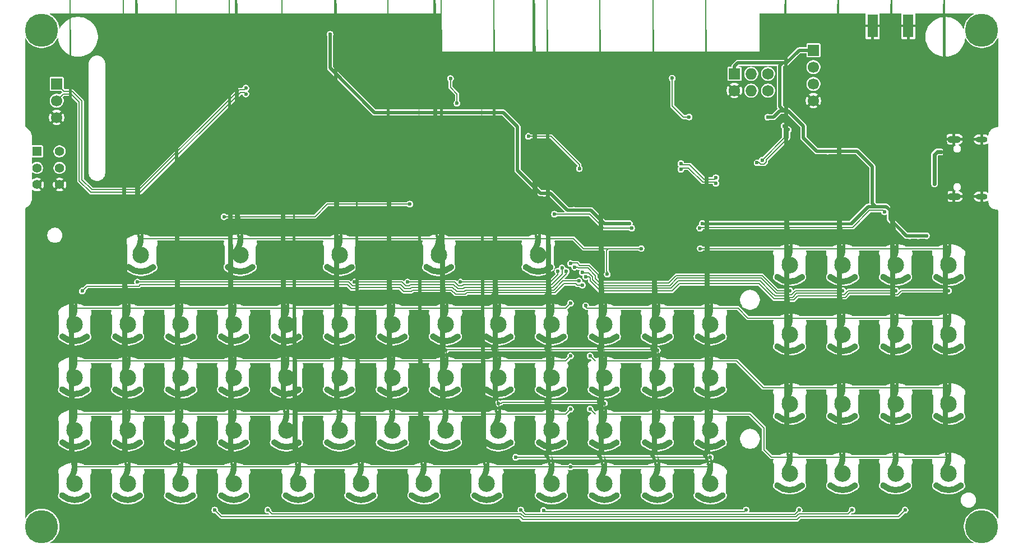
<source format=gbr>
%TF.GenerationSoftware,KiCad,Pcbnew,9.0.3*%
%TF.CreationDate,2025-10-17T08:06:55+02:00*%
%TF.ProjectId,communicator_pcb,636f6d6d-756e-4696-9361-746f725f7063,rev?*%
%TF.SameCoordinates,Original*%
%TF.FileFunction,Copper,L1,Top*%
%TF.FilePolarity,Positive*%
%FSLAX46Y46*%
G04 Gerber Fmt 4.6, Leading zero omitted, Abs format (unit mm)*
G04 Created by KiCad (PCBNEW 9.0.3) date 2025-10-17 08:06:55*
%MOMM*%
%LPD*%
G01*
G04 APERTURE LIST*
G04 Aperture macros list*
%AMFreePoly0*
4,1,52,-0.529408,2.274054,-0.424786,2.220629,-0.337556,2.141945,-0.132558,1.875050,0.044206,1.588672,0.190897,1.285787,0.305993,0.969542,0.388297,0.643224,0.436954,0.310222,0.451459,-0.026003,0.431660,-0.361958,0.377764,-0.694152,0.290330,-1.019133,0.170267,-1.333526,0.018823,-1.634062,-0.162429,-1.917620,-0.371606,-2.181254,-0.460064,-2.258554,-0.565515,-2.310325,-0.680771,-2.333039,
-0.797980,-2.325149,-0.909152,-2.287191,-1.006712,-2.221754,-1.084012,-2.133296,-1.135783,-2.027845,-1.158497,-1.912589,-1.150607,-1.795380,-1.112649,-1.684208,-1.047212,-1.586648,-0.952740,-1.479260,-0.790574,-1.243613,-0.657525,-0.990383,-0.555472,-0.723150,-0.485859,-0.445695,-0.449670,-0.161938,-0.447417,0.124109,-0.479132,0.408401,-0.544366,0.686919,-0.642197,0.955725,-0.771241,1.211020,
-0.929675,1.449193,-1.022444,1.558055,-1.086336,1.656633,-1.122538,1.768390,-1.128581,1.885708,-1.104054,2.000592,-1.050629,2.105214,-0.971945,2.192444,-0.873367,2.256336,-0.761610,2.292538,-0.644292,2.298581,-0.529408,2.274054,-0.529408,2.274054,$1*%
G04 Aperture macros list end*
%TA.AperFunction,EtchedComponent*%
%ADD10C,0.900000*%
%TD*%
%TA.AperFunction,ComponentPad*%
%ADD11C,3.400000*%
%TD*%
%TA.AperFunction,ConnectorPad*%
%ADD12C,5.000000*%
%TD*%
%TA.AperFunction,ComponentPad*%
%ADD13R,1.727200X1.727200*%
%TD*%
%TA.AperFunction,ComponentPad*%
%ADD14C,1.727200*%
%TD*%
%TA.AperFunction,ComponentPad*%
%ADD15O,1.727200X1.727200*%
%TD*%
%TA.AperFunction,ComponentPad*%
%ADD16C,1.000000*%
%TD*%
%TA.AperFunction,SMDPad,CuDef*%
%ADD17C,2.500000*%
%TD*%
%TA.AperFunction,SMDPad,CuDef*%
%ADD18FreePoly0,90.000000*%
%TD*%
%TA.AperFunction,ComponentPad*%
%ADD19R,1.700000X1.700000*%
%TD*%
%TA.AperFunction,ComponentPad*%
%ADD20C,1.700000*%
%TD*%
%TA.AperFunction,ComponentPad*%
%ADD21R,1.408000X1.408000*%
%TD*%
%TA.AperFunction,ComponentPad*%
%ADD22C,1.408000*%
%TD*%
%TA.AperFunction,ComponentPad*%
%ADD23O,2.100000X1.050000*%
%TD*%
%TA.AperFunction,ComponentPad*%
%ADD24O,1.800000X0.900000*%
%TD*%
%TA.AperFunction,HeatsinkPad*%
%ADD25C,0.600000*%
%TD*%
%TA.AperFunction,SMDPad,CuDef*%
%ADD26R,1.500000X3.500000*%
%TD*%
%TA.AperFunction,ViaPad*%
%ADD27C,0.600000*%
%TD*%
%TA.AperFunction,Conductor*%
%ADD28C,0.508000*%
%TD*%
%TA.AperFunction,Conductor*%
%ADD29C,0.406400*%
%TD*%
%TA.AperFunction,Conductor*%
%ADD30C,0.609600*%
%TD*%
%TA.AperFunction,Conductor*%
%ADD31C,0.200000*%
%TD*%
%TA.AperFunction,Conductor*%
%ADD32C,0.203200*%
%TD*%
G04 APERTURE END LIST*
D10*
%TO.C,SW1*%
X85849995Y-109313742D02*
G75*
G02*
X82135457Y-109301142I-1849996J2150344D01*
G01*
X85849995Y-117313742D02*
G75*
G02*
X82135457Y-117301142I-1849996J2150344D01*
G01*
X85849995Y-125313742D02*
G75*
G02*
X82135457Y-125301142I-1849996J2150344D01*
G01*
X85849995Y-133313742D02*
G75*
G02*
X82135457Y-133301142I-1849996J2150344D01*
G01*
X93849995Y-109313742D02*
G75*
G02*
X90135457Y-109301142I-1849996J2150344D01*
G01*
X93849995Y-117313742D02*
G75*
G02*
X90135457Y-117301142I-1849996J2150344D01*
G01*
X93849995Y-125313742D02*
G75*
G02*
X90135457Y-125301142I-1849996J2150344D01*
G01*
X93849995Y-133313742D02*
G75*
G02*
X90135457Y-133301142I-1849996J2150344D01*
G01*
X95849995Y-98813742D02*
G75*
G02*
X92135457Y-98801142I-1849996J2150344D01*
G01*
X101849995Y-109313742D02*
G75*
G02*
X98135457Y-109301142I-1849996J2150344D01*
G01*
X101849995Y-117313742D02*
G75*
G02*
X98135457Y-117301142I-1849996J2150344D01*
G01*
X101849995Y-125313742D02*
G75*
G02*
X98135457Y-125301142I-1849996J2150344D01*
G01*
X101849995Y-133313742D02*
G75*
G02*
X98135457Y-133301142I-1849996J2150344D01*
G01*
X109849995Y-109313742D02*
G75*
G02*
X106135457Y-109301142I-1849996J2150344D01*
G01*
X109849995Y-117313742D02*
G75*
G02*
X106135457Y-117301142I-1849996J2150344D01*
G01*
X109849995Y-125313742D02*
G75*
G02*
X106135457Y-125301142I-1849996J2150344D01*
G01*
X109849995Y-133313742D02*
G75*
G02*
X106135457Y-133301142I-1849996J2150344D01*
G01*
X110849995Y-98813742D02*
G75*
G02*
X107135457Y-98801142I-1849996J2150344D01*
G01*
X117849995Y-109313742D02*
G75*
G02*
X114135457Y-109301142I-1849996J2150344D01*
G01*
X117849995Y-117313742D02*
G75*
G02*
X114135457Y-117301142I-1849996J2150344D01*
G01*
X117849995Y-125313742D02*
G75*
G02*
X114135457Y-125301142I-1849996J2150344D01*
G01*
X119599995Y-133313742D02*
G75*
G02*
X115885457Y-133301142I-1849996J2150344D01*
G01*
X125849995Y-98813742D02*
G75*
G02*
X122135457Y-98801142I-1849996J2150344D01*
G01*
X125849995Y-109313742D02*
G75*
G02*
X122135457Y-109301142I-1849996J2150344D01*
G01*
X125849995Y-117313742D02*
G75*
G02*
X122135457Y-117301142I-1849996J2150344D01*
G01*
X125849995Y-125313742D02*
G75*
G02*
X122135457Y-125301142I-1849996J2150344D01*
G01*
X129099995Y-133313742D02*
G75*
G02*
X125385457Y-133301142I-1849996J2150344D01*
G01*
X133849995Y-109313742D02*
G75*
G02*
X130135457Y-109301142I-1849996J2150344D01*
G01*
X133849995Y-117313742D02*
G75*
G02*
X130135457Y-117301142I-1849996J2150344D01*
G01*
X133849995Y-125313742D02*
G75*
G02*
X130135457Y-125301142I-1849996J2150344D01*
G01*
X138599995Y-133313742D02*
G75*
G02*
X134885457Y-133301142I-1849996J2150344D01*
G01*
X140849995Y-98813742D02*
G75*
G02*
X137135457Y-98801142I-1849996J2150344D01*
G01*
X141849995Y-109313742D02*
G75*
G02*
X138135457Y-109301142I-1849996J2150344D01*
G01*
X141849995Y-117313742D02*
G75*
G02*
X138135457Y-117301142I-1849996J2150344D01*
G01*
X141849995Y-125313742D02*
G75*
G02*
X138135457Y-125301142I-1849996J2150344D01*
G01*
X148099995Y-133313742D02*
G75*
G02*
X144385457Y-133301142I-1849996J2150344D01*
G01*
X149849995Y-109313742D02*
G75*
G02*
X146135457Y-109301142I-1849996J2150344D01*
G01*
X149849995Y-117313742D02*
G75*
G02*
X146135457Y-117301142I-1849996J2150344D01*
G01*
X149849995Y-125313742D02*
G75*
G02*
X146135457Y-125301142I-1849996J2150344D01*
G01*
X155849995Y-98813742D02*
G75*
G02*
X152135458Y-98801141I-1849995J2150342D01*
G01*
X157849995Y-109313742D02*
G75*
G02*
X154135458Y-109301141I-1849995J2150342D01*
G01*
X157849995Y-117313742D02*
G75*
G02*
X154135458Y-117301141I-1849995J2150342D01*
G01*
X157849995Y-125313742D02*
G75*
G02*
X154135458Y-125301141I-1849995J2150342D01*
G01*
X157849995Y-133313742D02*
G75*
G02*
X154135458Y-133301141I-1849995J2150342D01*
G01*
X165849995Y-109313742D02*
G75*
G02*
X162135458Y-109301141I-1849995J2150342D01*
G01*
X165849995Y-117313742D02*
G75*
G02*
X162135458Y-117301141I-1849995J2150342D01*
G01*
X165849995Y-125313742D02*
G75*
G02*
X162135458Y-125301141I-1849995J2150342D01*
G01*
X165849995Y-133313742D02*
G75*
G02*
X162135458Y-133301141I-1849995J2150342D01*
G01*
X173849995Y-109313742D02*
G75*
G02*
X170135458Y-109301141I-1849995J2150342D01*
G01*
X173849995Y-117313742D02*
G75*
G02*
X170135458Y-117301141I-1849995J2150342D01*
G01*
X173849995Y-125313742D02*
G75*
G02*
X170135458Y-125301141I-1849995J2150342D01*
G01*
X173849995Y-133313742D02*
G75*
G02*
X170135458Y-133301141I-1849995J2150342D01*
G01*
X181849995Y-109313742D02*
G75*
G02*
X178135458Y-109301141I-1849995J2150342D01*
G01*
X181849995Y-117313742D02*
G75*
G02*
X178135458Y-117301141I-1849995J2150342D01*
G01*
X181849995Y-125313742D02*
G75*
G02*
X178135458Y-125301141I-1849995J2150342D01*
G01*
X181849995Y-133313742D02*
G75*
G02*
X178135458Y-133301141I-1849995J2150342D01*
G01*
X193849995Y-100313742D02*
G75*
G02*
X190135458Y-100301141I-1849995J2150342D01*
G01*
X193849995Y-110813742D02*
G75*
G02*
X190135458Y-110801141I-1849995J2150342D01*
G01*
X193849995Y-121313742D02*
G75*
G02*
X190135458Y-121301141I-1849995J2150342D01*
G01*
X193849995Y-131813742D02*
G75*
G02*
X190135458Y-131801141I-1849995J2150342D01*
G01*
X201849995Y-100313742D02*
G75*
G02*
X198135458Y-100301141I-1849995J2150342D01*
G01*
X201849995Y-110813742D02*
G75*
G02*
X198135458Y-110801141I-1849995J2150342D01*
G01*
X201849995Y-121313742D02*
G75*
G02*
X198135458Y-121301141I-1849995J2150342D01*
G01*
X201849995Y-131813742D02*
G75*
G02*
X198135458Y-131801141I-1849995J2150342D01*
G01*
X209849995Y-100313742D02*
G75*
G02*
X206135458Y-100301141I-1849995J2150342D01*
G01*
X209849995Y-110813742D02*
G75*
G02*
X206135458Y-110801141I-1849995J2150342D01*
G01*
X209849995Y-121313742D02*
G75*
G02*
X206135458Y-121301141I-1849995J2150342D01*
G01*
X209849995Y-131813742D02*
G75*
G02*
X206135458Y-131801141I-1849995J2150342D01*
G01*
X217849995Y-100313742D02*
G75*
G02*
X214135458Y-100301141I-1849995J2150342D01*
G01*
X217849995Y-110813742D02*
G75*
G02*
X214135458Y-110801141I-1849995J2150342D01*
G01*
X217849995Y-121313742D02*
G75*
G02*
X214135458Y-121301141I-1849995J2150342D01*
G01*
X217849995Y-131813742D02*
G75*
G02*
X214135458Y-131801141I-1849995J2150342D01*
G01*
%TD*%
D11*
%TO.P,REF\u002A\u002A,1*%
%TO.N,N/C*%
X221000000Y-138000000D03*
D12*
X221000000Y-138000000D03*
%TD*%
D11*
%TO.P,REF\u002A\u002A,1*%
%TO.N,N/C*%
X79000000Y-138000000D03*
D12*
X79000000Y-138000000D03*
%TD*%
D11*
%TO.P,REF\u002A\u002A,1*%
%TO.N,N/C*%
X221000000Y-63000000D03*
D12*
X221000000Y-63000000D03*
%TD*%
D13*
%TO.P,J8,1,VCC*%
%TO.N,+3V3*%
X183642000Y-69596000D03*
D14*
%TO.P,J8,2,GND*%
%TO.N,GND*%
X183642000Y-72136000D03*
D15*
%TO.P,J8,3,SDA*%
%TO.N,/SAO_SDA*%
X186182000Y-69596000D03*
%TO.P,J8,4,SCL*%
%TO.N,/SAO_SCL*%
X186182000Y-72136000D03*
D14*
%TO.P,J8,5,GPIO1*%
%TO.N,/SAO_GPIO1*%
X188722000Y-69596000D03*
%TO.P,J8,6,GPIO2*%
%TO.N,/SAO_GPIO2*%
X188722000Y-72136000D03*
%TD*%
D16*
%TO.P,SW1,C0,C0*%
%TO.N,/Keyboard/COL0*%
X84000000Y-106800000D03*
D17*
X84000000Y-107500000D03*
D16*
X84000000Y-114800000D03*
D17*
X84000000Y-115500000D03*
D16*
X84000000Y-122800000D03*
D17*
X84000000Y-123500000D03*
D16*
X84000000Y-130800000D03*
D17*
X84000000Y-131500000D03*
D16*
%TO.P,SW1,C1,C1*%
%TO.N,/Keyboard/COL1*%
X92000000Y-106800000D03*
D17*
X92000000Y-107500000D03*
D16*
X92000000Y-114800000D03*
D17*
X92000000Y-115500000D03*
D16*
X92000000Y-122800000D03*
D17*
X92000000Y-123500000D03*
D16*
X92000000Y-130800000D03*
D17*
X92000000Y-131500000D03*
D16*
X94000000Y-96300000D03*
D17*
X94000000Y-97000000D03*
D16*
%TO.P,SW1,C2,C2*%
%TO.N,/Keyboard/COL2*%
X100000000Y-106800000D03*
D17*
X100000000Y-107500000D03*
D16*
X100000000Y-114800000D03*
D17*
X100000000Y-115500000D03*
D16*
X100000000Y-122800000D03*
D17*
X100000000Y-123500000D03*
D16*
X100000000Y-130800000D03*
D17*
X100000000Y-131500000D03*
D16*
X216000000Y-97800000D03*
D17*
X216000000Y-98500000D03*
D16*
X216000000Y-108300000D03*
D17*
X216000000Y-109000000D03*
D16*
X216000000Y-118800000D03*
D17*
X216000000Y-119500000D03*
D16*
X216000000Y-129300000D03*
D17*
X216000000Y-130000000D03*
D16*
%TO.P,SW1,C3,C3*%
%TO.N,/Keyboard/COL3*%
X108000000Y-106800000D03*
D17*
X108000000Y-107500000D03*
D16*
X108000000Y-114800000D03*
D17*
X108000000Y-115500000D03*
D16*
X108000000Y-122800000D03*
D17*
X108000000Y-123500000D03*
D16*
X108000000Y-130800000D03*
D17*
X108000000Y-131500000D03*
D16*
X208000000Y-97800000D03*
D17*
X208000000Y-98500000D03*
D16*
X208000000Y-108300000D03*
D17*
X208000000Y-109000000D03*
D16*
X208000000Y-118800000D03*
D17*
X208000000Y-119500000D03*
D16*
X208000000Y-129300000D03*
D17*
X208000000Y-130000000D03*
D16*
%TO.P,SW1,C4,C4*%
%TO.N,/Keyboard/COL4*%
X116000000Y-106800000D03*
D17*
X116000000Y-107500000D03*
D16*
X116000000Y-114800000D03*
D17*
X116000000Y-115500000D03*
D16*
X116000000Y-122800000D03*
D17*
X116000000Y-123500000D03*
D16*
X117750000Y-130800000D03*
D17*
X117750000Y-131500000D03*
D16*
X127250000Y-130800000D03*
D17*
X127250000Y-131500000D03*
D16*
X136750000Y-130800000D03*
D17*
X136750000Y-131500000D03*
D16*
X146250000Y-130800000D03*
D17*
X146250000Y-131500000D03*
D16*
X200000000Y-97800000D03*
D17*
X200000000Y-98500000D03*
D16*
X200000000Y-108300000D03*
D17*
X200000000Y-109000000D03*
D16*
X200000000Y-118800000D03*
D17*
X200000000Y-119500000D03*
D16*
X200000000Y-129300000D03*
D17*
X200000000Y-130000000D03*
D16*
%TO.P,SW1,C5,C5*%
%TO.N,/Keyboard/COL5*%
X124000000Y-106800000D03*
D17*
X124000000Y-107500000D03*
D16*
X124000000Y-114800000D03*
D17*
X124000000Y-115500000D03*
D16*
X124000000Y-122800000D03*
D17*
X124000000Y-123500000D03*
D16*
X192000000Y-97800000D03*
D17*
X192000000Y-98500000D03*
D16*
X192000000Y-108300000D03*
D17*
X192000000Y-109000000D03*
D16*
X192000000Y-118800000D03*
D17*
X192000000Y-119500000D03*
D16*
X192000000Y-129300000D03*
D17*
X192000000Y-130000000D03*
D16*
%TO.P,SW1,C6,C6*%
%TO.N,/Keyboard/COL6*%
X109000000Y-96300000D03*
D17*
X109000000Y-97000000D03*
D16*
X132000000Y-106800000D03*
D17*
X132000000Y-107500000D03*
D16*
X132000000Y-114800000D03*
D17*
X132000000Y-115500000D03*
D16*
X132000000Y-122800000D03*
D17*
X132000000Y-123500000D03*
D16*
X180000000Y-106800000D03*
D17*
X180000000Y-107500000D03*
D16*
X180000000Y-114800000D03*
D17*
X180000000Y-115500000D03*
D16*
X180000000Y-122800000D03*
D17*
X180000000Y-123500000D03*
D16*
X180000000Y-130800000D03*
D17*
X180000000Y-131500000D03*
D16*
%TO.P,SW1,C7,C7*%
%TO.N,/Keyboard/COL7*%
X124000000Y-96300000D03*
D17*
X124000000Y-97000000D03*
D16*
X140000000Y-106800000D03*
D17*
X140000000Y-107500000D03*
D16*
X140000000Y-114800000D03*
D17*
X140000000Y-115500000D03*
D16*
X140000000Y-122800000D03*
D17*
X140000000Y-123500000D03*
D16*
X172000000Y-106800000D03*
D17*
X172000000Y-107500000D03*
D16*
X172000000Y-114800000D03*
D17*
X172000000Y-115500000D03*
D16*
X172000000Y-122800000D03*
D17*
X172000000Y-123500000D03*
D16*
X172000000Y-130800000D03*
D17*
X172000000Y-131500000D03*
D16*
%TO.P,SW1,C8,C8*%
%TO.N,/Keyboard/COL8*%
X139000000Y-96300000D03*
D17*
X139000000Y-97000000D03*
D16*
X148000000Y-106800000D03*
D17*
X148000000Y-107500000D03*
D16*
X148000000Y-114800000D03*
D17*
X148000000Y-115500000D03*
D16*
X148000000Y-122800000D03*
D17*
X148000000Y-123500000D03*
D16*
X164000000Y-106800000D03*
D17*
X164000000Y-107500000D03*
D16*
X164000000Y-114800000D03*
D17*
X164000000Y-115500000D03*
D16*
X164000000Y-122800000D03*
D17*
X164000000Y-123500000D03*
D16*
X164000000Y-130800000D03*
D17*
X164000000Y-131500000D03*
D16*
%TO.P,SW1,C9,C9*%
%TO.N,/Keyboard/COL9*%
X154000000Y-96300000D03*
D17*
X154000000Y-97000000D03*
D16*
X156000000Y-106800000D03*
D17*
X156000000Y-107500000D03*
D16*
X156000000Y-114800000D03*
D17*
X156000000Y-115500000D03*
D16*
X156000000Y-122800000D03*
D17*
X156000000Y-123500000D03*
D16*
X156000000Y-130800000D03*
D17*
X156000000Y-131500000D03*
D18*
%TO.P,SW1,R0,R0*%
%TO.N,/Keyboard/ROW0*%
X94000000Y-94500000D03*
X109000000Y-94500000D03*
X124000000Y-94500000D03*
X139000000Y-94500000D03*
X154000000Y-94500000D03*
X192000000Y-96000000D03*
X200000000Y-96000000D03*
X208000000Y-96000000D03*
X216000000Y-96000000D03*
%TO.P,SW1,R1,R1*%
%TO.N,/Keyboard/ROW1*%
X84000000Y-105000000D03*
X92000000Y-105000000D03*
X100000000Y-105000000D03*
X108000000Y-105000000D03*
X116000000Y-105000000D03*
X124000000Y-105000000D03*
X132000000Y-105000000D03*
X140000000Y-105000000D03*
X148000000Y-105000000D03*
X156000000Y-105000000D03*
%TO.P,SW1,R2,R2*%
%TO.N,/Keyboard/ROW2*%
X84000000Y-113000000D03*
X92000000Y-113000000D03*
X100000000Y-113000000D03*
X108000000Y-113000000D03*
X116000000Y-113000000D03*
X124000000Y-113000000D03*
X132000000Y-113000000D03*
X140000000Y-113000000D03*
X148000000Y-113000000D03*
X156000000Y-113000000D03*
%TO.P,SW1,R3,R3*%
%TO.N,/Keyboard/ROW3*%
X84000000Y-121000000D03*
X92000000Y-121000000D03*
X100000000Y-121000000D03*
X108000000Y-121000000D03*
X116000000Y-121000000D03*
X124000000Y-121000000D03*
X132000000Y-121000000D03*
X140000000Y-121000000D03*
X148000000Y-121000000D03*
X156000000Y-121000000D03*
%TO.P,SW1,R4,R4*%
%TO.N,/Keyboard/ROW4*%
X84000000Y-129000000D03*
X92000000Y-129000000D03*
X100000000Y-129000000D03*
X108000000Y-129000000D03*
X117750000Y-129000000D03*
X127250000Y-129000000D03*
X136750000Y-129000000D03*
X146250000Y-129000000D03*
X156000000Y-129000000D03*
X164000000Y-129000000D03*
X172000000Y-129000000D03*
X180000000Y-129000000D03*
%TO.P,SW1,R5,R5*%
%TO.N,/Keyboard/ROW5*%
X164000000Y-105000000D03*
X172000000Y-105000000D03*
X180000000Y-105000000D03*
X192000000Y-106500000D03*
X200000000Y-106500000D03*
X208000000Y-106500000D03*
X216000000Y-106500000D03*
%TO.P,SW1,R6,R6*%
%TO.N,/Keyboard/ROW6*%
X164000000Y-113000000D03*
X172000000Y-113000000D03*
X180000000Y-113000000D03*
X192000000Y-117000000D03*
X200000000Y-117000000D03*
X208000000Y-117000000D03*
X216000000Y-117000000D03*
%TO.P,SW1,R7,R7*%
%TO.N,/Keyboard/ROW7*%
X164000000Y-121000000D03*
X172000000Y-121000000D03*
X180000000Y-121000000D03*
X192000000Y-127500000D03*
X200000000Y-127500000D03*
X208000000Y-127500000D03*
X216000000Y-127500000D03*
%TD*%
D19*
%TO.P,J7,1,Pin_1*%
%TO.N,Net-(J7-Pin_1)*%
X81280000Y-71120000D03*
D20*
%TO.P,J7,2,Pin_2*%
%TO.N,Net-(J7-Pin_2)*%
X81280000Y-73660000D03*
%TO.P,J7,3,Pin_3*%
%TO.N,GND*%
X81280000Y-76200000D03*
%TD*%
D11*
%TO.P,REF\u002A\u002A,1*%
%TO.N,N/C*%
X79000000Y-63000000D03*
D12*
X79000000Y-63000000D03*
%TD*%
D19*
%TO.P,J6,1,Pin_1*%
%TO.N,+3V3*%
X195580000Y-66040000D03*
D20*
%TO.P,J6,2,Pin_2*%
%TO.N,Net-(J6-Pin_2)*%
X195580000Y-68580000D03*
%TO.P,J6,3,Pin_3*%
%TO.N,Net-(J6-Pin_3)*%
X195580000Y-71120000D03*
%TO.P,J6,4,Pin_4*%
%TO.N,GND*%
X195580000Y-73660000D03*
%TD*%
D21*
%TO.P,SW3,1*%
%TO.N,unconnected-(SW3-Pad1)*%
X78310000Y-81320000D03*
D22*
%TO.P,SW3,2*%
%TO.N,Net-(U3-EN)*%
X78310000Y-83820000D03*
%TO.P,SW3,3*%
%TO.N,GND*%
X78310000Y-86320000D03*
%TO.P,SW3,4*%
%TO.N,unconnected-(SW3-Pad4)*%
X81710000Y-81320000D03*
%TO.P,SW3,5*%
%TO.N,Net-(U3-EN)*%
X81710000Y-83820000D03*
%TO.P,SW3,6*%
%TO.N,GND*%
X81710000Y-86320000D03*
%TD*%
D23*
%TO.P,J1,SH1,SHIELD*%
%TO.N,GND*%
X216800000Y-79500000D03*
%TO.P,J1,SH2,SHIELD__1*%
X216800000Y-88140000D03*
D24*
%TO.P,J1,SH3,SHIELD__2*%
X220980000Y-79500000D03*
%TO.P,J1,SH4,SHIELD__3*%
X220980000Y-88140000D03*
%TD*%
D25*
%TO.P,U1,41,GND*%
%TO.N,GND*%
X166308000Y-76138000D03*
X166308000Y-74738000D03*
X165608000Y-76838000D03*
X165608000Y-75438000D03*
X165608000Y-74038000D03*
X164908000Y-76138000D03*
X164908000Y-74738000D03*
X164208000Y-76838000D03*
X164208000Y-75438000D03*
X164208000Y-74038000D03*
X163508000Y-76138000D03*
X163508000Y-74738000D03*
%TD*%
D26*
%TO.P,J3,G3*%
%TO.N,GND*%
X204520000Y-62350000D03*
%TO.P,J3,G4*%
X209920000Y-62350000D03*
%TD*%
D27*
%TO.N,+3V3*%
X210120800Y-94063100D03*
X188671200Y-76149200D03*
X154940000Y-87630000D03*
X178816000Y-92202000D03*
X167767000Y-92202000D03*
X147447000Y-75438000D03*
X122579000Y-63627000D03*
X159385000Y-90220800D03*
X211390800Y-94063100D03*
X197739000Y-81280000D03*
X212660800Y-94063100D03*
%TO.N,GND*%
X168000000Y-109000000D03*
X189000000Y-105000000D03*
X180000000Y-67000000D03*
X202500000Y-62000000D03*
X136000000Y-115000000D03*
X115000000Y-61000000D03*
X136000000Y-123000000D03*
X166000000Y-139000000D03*
X197739000Y-79756000D03*
X212000000Y-130000000D03*
X174000000Y-94000000D03*
X77000000Y-126000000D03*
X90000000Y-61000000D03*
X77000000Y-91000000D03*
X223000000Y-106000000D03*
X184150000Y-83947000D03*
X202500000Y-87500000D03*
X190246000Y-90932000D03*
X139000000Y-67000000D03*
X176000000Y-78000000D03*
X147447000Y-73914000D03*
X141000000Y-67000000D03*
X101000000Y-139000000D03*
X141000000Y-139000000D03*
X144000000Y-115000000D03*
X88000000Y-89000000D03*
X203454000Y-94615000D03*
X149000000Y-67000000D03*
X139000000Y-61000000D03*
X184000000Y-132000000D03*
X183000000Y-78000000D03*
X88000000Y-97000000D03*
X128000000Y-107000000D03*
X148000000Y-92000000D03*
X223000000Y-131000000D03*
X160000000Y-132000000D03*
X104000000Y-123000000D03*
X77000000Y-96000000D03*
X204000000Y-99000000D03*
X88000000Y-115163398D03*
X152000000Y-132000000D03*
X116000000Y-97000000D03*
X147000000Y-67000000D03*
X126000000Y-139000000D03*
X120000000Y-123000000D03*
X116000000Y-139000000D03*
X187000000Y-89000000D03*
X212000000Y-105000000D03*
X116000000Y-103500000D03*
X112000000Y-123000000D03*
X196000000Y-63000000D03*
X184000000Y-119000000D03*
X96000000Y-123000000D03*
X209550000Y-92075000D03*
X171000000Y-139000000D03*
X147574000Y-71120000D03*
X144000000Y-123000000D03*
X104000000Y-107000000D03*
X129000000Y-61000000D03*
X196000000Y-124000000D03*
X110000000Y-61000000D03*
X104000000Y-115000000D03*
X144000000Y-107000000D03*
X203962000Y-65278000D03*
X86000000Y-139000000D03*
X212000000Y-99000000D03*
X217000000Y-72000000D03*
X152000000Y-123000000D03*
X217170000Y-91313000D03*
X223000000Y-91000000D03*
X105000000Y-61000000D03*
X202692000Y-79883000D03*
X77000000Y-73000000D03*
X212000000Y-61000000D03*
X132000000Y-92000000D03*
X223000000Y-72000000D03*
X152000000Y-107000000D03*
X178000000Y-67000000D03*
X100000000Y-69000000D03*
X104000000Y-132000000D03*
X143000000Y-67000000D03*
X147000000Y-83000000D03*
X153000000Y-67000000D03*
X188000000Y-67000000D03*
X116000000Y-78000000D03*
X212000000Y-124000000D03*
X77000000Y-77000000D03*
X139000000Y-65000000D03*
X204000000Y-130000000D03*
X168000000Y-124000000D03*
X124000000Y-103500000D03*
X132000000Y-69000000D03*
X139000000Y-63000000D03*
X132000000Y-132000000D03*
X108000000Y-103500000D03*
X132000000Y-78000000D03*
X176000000Y-124000000D03*
X186000000Y-139000000D03*
X156000000Y-139000000D03*
X204000000Y-105000000D03*
X140000000Y-103500000D03*
X152500000Y-82000000D03*
X111000000Y-139000000D03*
X120000000Y-61000000D03*
X212000000Y-63000000D03*
X77000000Y-68000000D03*
X178000000Y-98000000D03*
X100000000Y-89000000D03*
X212000000Y-114000000D03*
X77000000Y-121000000D03*
X223000000Y-96000000D03*
X132000000Y-103500000D03*
X156210000Y-67691000D03*
X77000000Y-116000000D03*
X202438000Y-68326000D03*
X176000000Y-109000000D03*
X128000000Y-123000000D03*
X132000000Y-97000000D03*
X223000000Y-116000000D03*
X188000000Y-63000000D03*
X202500000Y-64000000D03*
X88000000Y-107163398D03*
X195707000Y-88519000D03*
X160274000Y-92202000D03*
X142000000Y-132000000D03*
X169000000Y-90000000D03*
X207500000Y-87500000D03*
X223000000Y-101000000D03*
X186000000Y-67000000D03*
X112000000Y-107000000D03*
X196000000Y-105000000D03*
X112000000Y-115000000D03*
X91000000Y-139000000D03*
X191000000Y-139000000D03*
X88000000Y-103500000D03*
X176000000Y-82000000D03*
X189000000Y-78000000D03*
X223000000Y-111000000D03*
X132000000Y-87000000D03*
X196000000Y-139000000D03*
X181000000Y-71000000D03*
X112000000Y-132000000D03*
X116000000Y-89000000D03*
X77000000Y-111000000D03*
X181000000Y-139000000D03*
X96000000Y-107000000D03*
X100000000Y-97000000D03*
X96000000Y-115000000D03*
X121000000Y-139000000D03*
X188000000Y-65000000D03*
X88000000Y-123163398D03*
X88000000Y-132000000D03*
X77000000Y-106000000D03*
X170688000Y-67691000D03*
X204520000Y-62350000D03*
X100000000Y-78000000D03*
X216000000Y-139000000D03*
X223000000Y-126000000D03*
X163195000Y-96901000D03*
X106000000Y-139000000D03*
X204343000Y-93218000D03*
X184000000Y-67000000D03*
X179000000Y-73000000D03*
X223000000Y-121000000D03*
X192000000Y-84000000D03*
X100000000Y-61000000D03*
X204000000Y-114000000D03*
X178000000Y-89868000D03*
X213614000Y-91440000D03*
X212000000Y-65000000D03*
X212598000Y-70104000D03*
X212394800Y-90271600D03*
X176000000Y-119000000D03*
X223000000Y-67000000D03*
X116000000Y-69000000D03*
X168000000Y-119000000D03*
X148000000Y-97000000D03*
X182000000Y-67000000D03*
X120000000Y-115000000D03*
X184000000Y-109000000D03*
X176000000Y-139000000D03*
X176000000Y-132000000D03*
X122000000Y-132000000D03*
X120000000Y-107000000D03*
X148000000Y-103500000D03*
X217043000Y-76327000D03*
X161000000Y-139000000D03*
X211000000Y-139000000D03*
X206502000Y-72263000D03*
X202438000Y-66548000D03*
X172000000Y-98000000D03*
X168000000Y-132000000D03*
X152000000Y-115000000D03*
X145000000Y-67000000D03*
X151000000Y-67000000D03*
X136000000Y-107000000D03*
X77000000Y-101000000D03*
X196000000Y-99000000D03*
X201000000Y-139000000D03*
X146000000Y-139000000D03*
X100000000Y-103500000D03*
X176000000Y-67000000D03*
X168000000Y-104000000D03*
X151000000Y-139000000D03*
X96000000Y-139000000D03*
X204000000Y-124000000D03*
X96000000Y-132000000D03*
X201930000Y-69850000D03*
X128000000Y-115000000D03*
X209000000Y-78000000D03*
X223000000Y-77000000D03*
X196000000Y-114000000D03*
X202000000Y-75000000D03*
X180000000Y-103000000D03*
X77000000Y-131000000D03*
X174000000Y-85000000D03*
X196000000Y-130000000D03*
X209940000Y-62340000D03*
X134000000Y-61000000D03*
X95000000Y-61000000D03*
X206000000Y-139000000D03*
X158000000Y-103000000D03*
%TO.N,VBUS*%
X214884000Y-81407000D03*
X213868000Y-86220000D03*
%TO.N,/USB_D+*%
X175568001Y-84018000D03*
X180848000Y-86150000D03*
%TO.N,/USB_D-*%
X175568001Y-83168000D03*
X180848000Y-85300000D03*
%TO.N,Net-(J2-LEDK)*%
X140766800Y-70307200D03*
X141732000Y-74041000D03*
%TO.N,Net-(U3-EN)*%
X178404402Y-92905200D03*
X156464000Y-90805000D03*
X134620000Y-89281000D03*
X206298800Y-90448300D03*
X106553000Y-91186000D03*
X168124772Y-92917544D03*
%TO.N,Net-(J6-Pin_3)*%
X191770000Y-78028800D03*
X187056823Y-83040600D03*
%TO.N,Net-(J7-Pin_2)*%
X109855000Y-72644000D03*
%TO.N,Net-(J7-Pin_1)*%
X109855000Y-71760800D03*
%TO.N,/LCD_SDA*%
X152527000Y-79051600D03*
X160223200Y-83921600D03*
%TO.N,Net-(SW2-B)*%
X174244000Y-70256400D03*
X176798200Y-76135000D03*
%TO.N,Net-(J6-Pin_2)*%
X191168400Y-77470000D03*
X187833000Y-82636400D03*
%TO.N,/Keyboard/COL3*%
X160680400Y-99618800D03*
X201422000Y-135509000D03*
X208000000Y-102362000D03*
X113157000Y-135509000D03*
%TO.N,/Keyboard/COL8*%
X148000000Y-119380000D03*
X156972000Y-99441000D03*
X164000000Y-119380000D03*
X142266000Y-101066000D03*
%TO.N,/Keyboard/ROW5*%
X161176000Y-104633400D03*
%TO.N,/Keyboard/COL0*%
X85140800Y-102412800D03*
X160680400Y-101523800D03*
%TO.N,/Keyboard/COL6*%
X126265000Y-101065000D03*
X150622000Y-127533400D03*
X158242000Y-99441000D03*
X180000000Y-127533400D03*
%TO.N,/Keyboard/COL5*%
X158877000Y-98272600D03*
X192000000Y-102362000D03*
X154813000Y-135542400D03*
X185420000Y-135509000D03*
%TO.N,/Keyboard/ROW1*%
X158883800Y-104272600D03*
%TO.N,/Keyboard/COL1*%
X160172400Y-100888800D03*
X93477700Y-101072300D03*
%TO.N,/Keyboard/COL7*%
X172000000Y-111379000D03*
X134265500Y-101065500D03*
X140000000Y-111379000D03*
X157607000Y-98933000D03*
%TO.N,/Keyboard/ROW3*%
X158877000Y-120269000D03*
%TO.N,/Keyboard/ROW7*%
X161848800Y-120243600D03*
%TO.N,/Keyboard/ROW2*%
X158883800Y-112248200D03*
%TO.N,/Keyboard/COL4*%
X151384000Y-135509000D03*
X200000000Y-102362000D03*
X193421000Y-135509000D03*
X159512000Y-98806000D03*
%TO.N,/Keyboard/ROW0*%
X164447600Y-99872800D03*
X169570400Y-96000000D03*
X178485800Y-96000000D03*
%TO.N,/Keyboard/ROW4*%
X158877000Y-129000000D03*
%TO.N,/Keyboard/COL2*%
X105156000Y-135509000D03*
X161188400Y-100253800D03*
X216000000Y-102362000D03*
X209423000Y-135509000D03*
%TO.N,/Keyboard/ROW6*%
X161848800Y-112217200D03*
%TD*%
D28*
%TO.N,+3V3*%
X196088000Y-81280000D02*
X194056000Y-79248000D01*
X197739000Y-81280000D02*
X196088000Y-81280000D01*
X191770000Y-75184000D02*
X191135000Y-75184000D01*
X189534800Y-76149200D02*
X190500000Y-75184000D01*
X190500000Y-74549000D02*
X191135000Y-75184000D01*
X203835000Y-89662000D02*
X201295001Y-92202000D01*
X159385000Y-90220800D02*
X158419800Y-90220800D01*
X150876000Y-77597000D02*
X150876000Y-84201000D01*
X148717000Y-75438000D02*
X150876000Y-77597000D01*
X191135000Y-75184000D02*
X190500000Y-75184000D01*
X191516000Y-67945000D02*
X184150000Y-67945000D01*
X155829000Y-87630000D02*
X154940000Y-87630000D01*
X206580232Y-89662000D02*
X204978000Y-89662000D01*
X204978000Y-89662000D02*
X203835000Y-89662000D01*
X147447000Y-75438000D02*
X129286000Y-75438000D01*
X212660800Y-94063100D02*
X210120800Y-94063100D01*
X158419800Y-90220800D02*
X155829000Y-87630000D01*
X147447000Y-75438000D02*
X148717000Y-75438000D01*
X122579000Y-68731000D02*
X122579000Y-63627000D01*
X204470000Y-83566000D02*
X202184000Y-81280000D01*
X159385000Y-90220800D02*
X161975800Y-90220800D01*
X184150000Y-67945000D02*
X183642000Y-68453000D01*
X193421000Y-66040000D02*
X191516000Y-67945000D01*
X204470000Y-89154000D02*
X204470000Y-83566000D01*
X202184000Y-81280000D02*
X197739000Y-81280000D01*
X190881000Y-67945000D02*
X191516000Y-67945000D01*
X161975800Y-90220800D02*
X163957000Y-92202000D01*
X154305000Y-87630000D02*
X154940000Y-87630000D01*
X150876000Y-84201000D02*
X154305000Y-87630000D01*
X207137000Y-90218768D02*
X206580232Y-89662000D01*
X188671200Y-76149200D02*
X189534800Y-76149200D01*
X194056000Y-77470000D02*
X191770000Y-75184000D01*
X129286000Y-75438000D02*
X122579000Y-68731000D01*
X210120800Y-94063100D02*
X209633100Y-94063100D01*
X204978000Y-89662000D02*
X204470000Y-89154000D01*
X190500000Y-68326000D02*
X190500000Y-74549000D01*
X207137000Y-91567000D02*
X207137000Y-90218768D01*
X195580000Y-66040000D02*
X193421000Y-66040000D01*
X194056000Y-79248000D02*
X194056000Y-77470000D01*
X209633100Y-94063100D02*
X207137000Y-91567000D01*
X163957000Y-92202000D02*
X167767000Y-92202000D01*
X190500000Y-68326000D02*
X190881000Y-67945000D01*
X183642000Y-68453000D02*
X183642000Y-69596000D01*
D29*
X178816000Y-92202000D02*
X201295001Y-92202000D01*
D30*
%TO.N,VBUS*%
X214249000Y-81407000D02*
X213868000Y-81788000D01*
X213868000Y-81788000D02*
X213868000Y-86220000D01*
X214884000Y-81407000D02*
X214249000Y-81407000D01*
D31*
%TO.N,/USB_D+*%
X178863200Y-85950000D02*
X176731201Y-83818001D01*
X180848000Y-86150000D02*
X180648000Y-85950000D01*
X176731201Y-83818001D02*
X175768000Y-83818001D01*
X175768000Y-83818001D02*
X175568001Y-84018000D01*
X180648000Y-85950000D02*
X178863200Y-85950000D01*
%TO.N,/USB_D-*%
X176890799Y-83367999D02*
X175768000Y-83367999D01*
X179022800Y-85500000D02*
X176890799Y-83367999D01*
X180648000Y-85500000D02*
X179022800Y-85500000D01*
X180848000Y-85300000D02*
X180648000Y-85500000D01*
X175768000Y-83367999D02*
X175568001Y-83168000D01*
D32*
%TO.N,Net-(J2-LEDK)*%
X141732000Y-74041000D02*
X141732000Y-72644000D01*
X140766800Y-71678800D02*
X140766800Y-70307200D01*
X141732000Y-72644000D02*
X140766800Y-71678800D01*
%TO.N,Net-(U3-EN)*%
X161791248Y-90823400D02*
X156482400Y-90823400D01*
X204065552Y-90218600D02*
X201479552Y-92804600D01*
X206298800Y-90448300D02*
X206069100Y-90218600D01*
X156482400Y-90823400D02*
X156464000Y-90805000D01*
X122174000Y-89281000D02*
X120269000Y-91186000D01*
X201479552Y-92804600D02*
X178505002Y-92804600D01*
X120269000Y-91186000D02*
X106553000Y-91186000D01*
X168124772Y-92917544D02*
X163885392Y-92917544D01*
X163885392Y-92917544D02*
X161791248Y-90823400D01*
X206069100Y-90218600D02*
X204065552Y-90218600D01*
X134620000Y-89281000D02*
X122174000Y-89281000D01*
X178505002Y-92804600D02*
X178404402Y-92905200D01*
%TO.N,Net-(J6-Pin_3)*%
X191770000Y-78028800D02*
X191770000Y-79271026D01*
X191770000Y-79271026D02*
X188435600Y-82605426D01*
X188435600Y-82886006D02*
X188082606Y-83239000D01*
X188082606Y-83239000D02*
X187579000Y-83239000D01*
X188435600Y-82605426D02*
X188435600Y-82886006D01*
X187579000Y-83239000D02*
X187380600Y-83040600D01*
X187380600Y-83040600D02*
X187056823Y-83040600D01*
%TO.N,Net-(J7-Pin_2)*%
X109002496Y-72415716D02*
X109002496Y-72417130D01*
X82296000Y-72644000D02*
X81280000Y-73660000D01*
X86423374Y-87503000D02*
X84685800Y-85765425D01*
X109624200Y-72413200D02*
X109005012Y-72413200D01*
X109005012Y-72413200D02*
X109002496Y-72415716D01*
X83439000Y-72644000D02*
X82296000Y-72644000D01*
X109002496Y-72417130D02*
X93916625Y-87503000D01*
X109855000Y-72644000D02*
X109624200Y-72413200D01*
X84685800Y-85765425D02*
X84685800Y-73890799D01*
X84685800Y-73890799D02*
X83439000Y-72644000D01*
X93916625Y-87503000D02*
X86423374Y-87503000D01*
%TO.N,Net-(J7-Pin_1)*%
X109606800Y-72009000D02*
X108837586Y-72009000D01*
X108837586Y-72009000D02*
X108598296Y-72248290D01*
X86590800Y-87098800D02*
X93749200Y-87098800D01*
X109855000Y-71760800D02*
X109606800Y-72009000D01*
X108598296Y-72248290D02*
X108598296Y-72249704D01*
X85090000Y-73723374D02*
X83606425Y-72239800D01*
X83606425Y-72239800D02*
X82399800Y-72239800D01*
X82399800Y-72239800D02*
X81280000Y-71120000D01*
X86590800Y-87098800D02*
X85090000Y-85598000D01*
X85090000Y-85598000D02*
X85090000Y-73723374D01*
X93749200Y-87098800D02*
X108598296Y-72249704D01*
%TO.N,/LCD_SDA*%
X152527000Y-79051600D02*
X155962800Y-79051600D01*
X160223200Y-83312000D02*
X160223200Y-83921600D01*
X155962800Y-79051600D02*
X160223200Y-83312000D01*
%TO.N,Net-(SW2-B)*%
X174244000Y-74422000D02*
X174244000Y-70256400D01*
X176798200Y-76135000D02*
X175957000Y-76135000D01*
X175957000Y-76135000D02*
X174244000Y-74422000D01*
%TO.N,Net-(J6-Pin_2)*%
X191168400Y-79301000D02*
X187833000Y-82636400D01*
X191168400Y-77470000D02*
X191168400Y-79301000D01*
%TO.N,/Keyboard/COL3*%
X163527149Y-102008600D02*
X174076578Y-102008600D01*
X160680400Y-99618800D02*
X160712800Y-99651200D01*
X193390027Y-136111600D02*
X200819400Y-136111600D01*
X175200776Y-100884401D02*
X187511229Y-100884400D01*
X113157000Y-135509000D02*
X113759600Y-136111600D01*
X161640026Y-99651200D02*
X162253000Y-100264174D01*
X191582971Y-103368801D02*
X192452426Y-103368800D01*
X151851574Y-136548200D02*
X192953426Y-136548200D01*
X199551992Y-102766200D02*
X199750394Y-102964600D01*
X193055026Y-102766200D02*
X199551992Y-102766200D01*
X192452426Y-103368800D02*
X193055026Y-102766200D01*
X189321227Y-102694400D02*
X189321230Y-102694400D01*
X191384568Y-103170400D02*
X191582971Y-103368801D01*
X160712800Y-99651200D02*
X161640026Y-99651200D01*
X192953426Y-136548200D02*
X193390027Y-136111600D01*
X200852207Y-102362000D02*
X208000000Y-102362000D01*
X200249606Y-102964600D02*
X200852207Y-102362000D01*
X113759600Y-136111600D02*
X151414974Y-136111600D01*
X189797231Y-103170400D02*
X191384568Y-103170400D01*
X151414974Y-136111600D02*
X151851574Y-136548200D01*
X162253000Y-100734450D02*
X163527149Y-102008600D01*
X174076578Y-102008600D02*
X175200776Y-100884401D01*
X199750394Y-102964600D02*
X200249606Y-102964600D01*
X189321230Y-102694400D02*
X189797231Y-103170400D01*
X187511229Y-100884400D02*
X189321227Y-102694400D01*
X200819400Y-136111600D02*
X201422000Y-135509000D01*
X162253000Y-100264174D02*
X162253000Y-100734450D01*
%TO.N,/Keyboard/COL8*%
X156972000Y-99441000D02*
X156972000Y-99949000D01*
X164000000Y-119380000D02*
X163626800Y-119380000D01*
X148000000Y-119380000D02*
X148386800Y-119380000D01*
X148539200Y-119227600D02*
X163474400Y-119227600D01*
X163626800Y-119380000D02*
X163474400Y-119227600D01*
X148386800Y-119380000D02*
X148539200Y-119227600D01*
X156972000Y-99949000D02*
X155855000Y-101066000D01*
X155855000Y-101066000D02*
X142266000Y-101066000D01*
%TO.N,/Keyboard/ROW5*%
X184200000Y-105000000D02*
X185700000Y-106500000D01*
X161176000Y-104825611D02*
X161350389Y-105000000D01*
X161350389Y-105000000D02*
X164000000Y-105000000D01*
X185700000Y-106500000D02*
X192000000Y-106500000D01*
X192000000Y-106500000D02*
X216000000Y-106500000D01*
X164000000Y-105000000D02*
X180000000Y-105000000D01*
X180000000Y-105000000D02*
X184200000Y-105000000D01*
X161176000Y-104633400D02*
X161176000Y-104825611D01*
%TO.N,/Keyboard/COL0*%
X156524702Y-102682800D02*
X143230600Y-102682800D01*
X159943800Y-101523800D02*
X159713000Y-101293000D01*
X126880431Y-101873400D02*
X126682031Y-102071800D01*
X85878700Y-101674900D02*
X85140800Y-102412800D01*
X93925706Y-101476500D02*
X93727306Y-101674900D01*
X133077850Y-101873400D02*
X130987800Y-101873400D01*
X131064000Y-101873400D02*
X126880431Y-101873400D01*
X134849955Y-102476500D02*
X133680948Y-102476499D01*
X157914503Y-101293000D02*
X156524702Y-102682800D01*
X123088400Y-101476500D02*
X93925706Y-101476500D01*
X125238075Y-101476500D02*
X123063000Y-101476500D01*
X123063000Y-101476500D02*
X123088400Y-101476500D01*
X130987800Y-101873400D02*
X131064000Y-101873400D01*
X125833374Y-102071800D02*
X125238075Y-101476500D01*
X160680400Y-101523800D02*
X159943800Y-101523800D01*
X143032200Y-102881200D02*
X141514119Y-102881200D01*
X135048356Y-102278100D02*
X134849955Y-102476500D01*
X133680948Y-102476499D02*
X133077850Y-101873400D01*
X159713000Y-101293000D02*
X157914503Y-101293000D01*
X141514119Y-102881200D02*
X140911019Y-102278100D01*
X140911019Y-102278100D02*
X135048356Y-102278100D01*
X126682031Y-102071800D02*
X125833374Y-102071800D01*
X93727306Y-101674900D02*
X85878700Y-101674900D01*
X143230600Y-102682800D02*
X143032200Y-102881200D01*
%TO.N,/Keyboard/COL6*%
X142683032Y-102072800D02*
X141848969Y-102072800D01*
X134015800Y-101668100D02*
X133412700Y-101065000D01*
X134713506Y-101469700D02*
X134515106Y-101668100D01*
X158242000Y-99441000D02*
X158242000Y-99822252D01*
X133412700Y-101065000D02*
X126265000Y-101065000D01*
X158242000Y-99822252D02*
X156189852Y-101874400D01*
X150622000Y-127533400D02*
X180000000Y-127533400D01*
X156189852Y-101874400D02*
X142881432Y-101874400D01*
X142881432Y-101874400D02*
X142683032Y-102072800D01*
X141848969Y-102072800D02*
X141245868Y-101469700D01*
X134515106Y-101668100D02*
X134015800Y-101668100D01*
X141245868Y-101469700D02*
X134713506Y-101469700D01*
%TO.N,/Keyboard/COL5*%
X158978600Y-98171000D02*
X159893000Y-98171000D01*
X163061400Y-99929322D02*
X163061400Y-100399600D01*
X160276200Y-98554200D02*
X161686277Y-98554200D01*
X163862000Y-101200200D02*
X173741726Y-101200200D01*
X173741726Y-101200200D02*
X174865926Y-100076001D01*
X155010400Y-135739800D02*
X185189200Y-135739800D01*
X161686277Y-98554200D02*
X163061400Y-99929322D01*
X163061400Y-100399600D02*
X163862000Y-101200200D01*
X190132082Y-102362000D02*
X192000000Y-102362000D01*
X159893000Y-98171000D02*
X160276200Y-98554200D01*
X185189200Y-135739800D02*
X185420000Y-135509000D01*
X174865926Y-100076001D02*
X187846080Y-100076000D01*
X154813000Y-135542400D02*
X155010400Y-135739800D01*
X158877000Y-98272600D02*
X158978600Y-98171000D01*
X187846080Y-100076000D02*
X190132082Y-102362000D01*
%TO.N,/Keyboard/ROW1*%
X156006800Y-105003600D02*
X158152800Y-105003600D01*
X84000000Y-105000000D02*
X156000000Y-105000000D01*
X158152800Y-105003600D02*
X158883800Y-104272600D01*
%TO.N,/Keyboard/COL1*%
X143048858Y-102278600D02*
X142850457Y-102477000D01*
X141078443Y-101873900D02*
X134880932Y-101873900D01*
X125405500Y-101072300D02*
X93477700Y-101072300D01*
X126713006Y-101469200D02*
X126514606Y-101667600D01*
X126514606Y-101667600D02*
X126000800Y-101667600D01*
X157747078Y-100888800D02*
X156357277Y-102278600D01*
X142850457Y-102477000D02*
X141681544Y-102477000D01*
X134880932Y-101873900D02*
X134682531Y-102072300D01*
X160172400Y-100888800D02*
X157747078Y-100888800D01*
X133848374Y-102072300D02*
X133245275Y-101469200D01*
X134682531Y-102072300D02*
X133848374Y-102072300D01*
X141681544Y-102477000D02*
X141078443Y-101873900D01*
X156357277Y-102278600D02*
X143048858Y-102278600D01*
X126000800Y-101667600D02*
X125405500Y-101072300D01*
X133245275Y-101469200D02*
X126713006Y-101469200D01*
%TO.N,/Keyboard/COL7*%
X142714006Y-101470200D02*
X156022426Y-101470200D01*
X171873000Y-111252000D02*
X140127000Y-111252000D01*
X157607000Y-99885626D02*
X157607000Y-98933000D01*
X172000000Y-111379000D02*
X171873000Y-111252000D01*
X141413294Y-101065500D02*
X142016394Y-101668600D01*
X142016394Y-101668600D02*
X142515606Y-101668600D01*
X134265500Y-101065500D02*
X141413294Y-101065500D01*
X142515606Y-101668600D02*
X142714006Y-101470200D01*
X140127000Y-111252000D02*
X140000000Y-111379000D01*
X156022426Y-101470200D02*
X157607000Y-99885626D01*
%TO.N,/Keyboard/ROW3*%
X156000000Y-121000000D02*
X84000000Y-121000000D01*
X156000000Y-121000000D02*
X158146000Y-121000000D01*
X158146000Y-121000000D02*
X158877000Y-120269000D01*
%TO.N,/Keyboard/ROW7*%
X164000000Y-121000000D02*
X180000000Y-121000000D01*
X186000000Y-121000000D02*
X180000000Y-121000000D01*
X161848800Y-120243600D02*
X162605200Y-121000000D01*
X192000000Y-127500000D02*
X189200000Y-127500000D01*
X188100000Y-126400000D02*
X188100000Y-123100000D01*
X192000000Y-127500000D02*
X216000000Y-127500000D01*
X189200000Y-127500000D02*
X188100000Y-126400000D01*
X188100000Y-123100000D02*
X186000000Y-121000000D01*
%TO.N,/Keyboard/ROW2*%
X158152800Y-112979200D02*
X158883800Y-112248200D01*
X156006800Y-112979200D02*
X158152800Y-112979200D01*
X84000000Y-113000000D02*
X156000000Y-113000000D01*
%TO.N,/Keyboard/COL4*%
X160108775Y-98958400D02*
X161518852Y-98958400D01*
X159956374Y-98806000D02*
X160108775Y-98958400D01*
X192285000Y-102964600D02*
X192887600Y-102362000D01*
X152019000Y-136144000D02*
X151384000Y-135509000D01*
X189964657Y-102766200D02*
X191551992Y-102766200D01*
X161518852Y-98958400D02*
X162657200Y-100096748D01*
X163694575Y-101604400D02*
X173909151Y-101604400D01*
X191750394Y-102964600D02*
X192285000Y-102964600D01*
X192786000Y-136144000D02*
X152019000Y-136144000D01*
X175033351Y-100480201D02*
X187678654Y-100480200D01*
X159512000Y-98806000D02*
X159956374Y-98806000D01*
X193421000Y-135509000D02*
X192786000Y-136144000D01*
X191551992Y-102766200D02*
X191750394Y-102964600D01*
X162657200Y-100567026D02*
X163694575Y-101604400D01*
X173909151Y-101604400D02*
X175033351Y-100480201D01*
X162657200Y-100096748D02*
X162657200Y-100567026D01*
X187678654Y-100480200D02*
X189964657Y-102766200D01*
X192887600Y-102362000D02*
X200000000Y-102362000D01*
%TO.N,/Keyboard/ROW0*%
X216000000Y-96000000D02*
X192000000Y-96000000D01*
X160871600Y-96000000D02*
X164744400Y-96000000D01*
X164604000Y-96000000D02*
X164744400Y-96000000D01*
X164338000Y-99390200D02*
X164338000Y-96266000D01*
X164338000Y-96266000D02*
X164604000Y-96000000D01*
X94000000Y-94500000D02*
X154000000Y-94500000D01*
X154000000Y-94500000D02*
X159371600Y-94500000D01*
X164447600Y-99499800D02*
X164338000Y-99390200D01*
X159371600Y-94500000D02*
X160871600Y-96000000D01*
X192000000Y-96000000D02*
X178485800Y-96000000D01*
X164447600Y-99872800D02*
X164447600Y-99499800D01*
X164744400Y-96000000D02*
X169570400Y-96000000D01*
%TO.N,/Keyboard/ROW4*%
X84000000Y-129000000D02*
X156000000Y-129000000D01*
X164000000Y-129000000D02*
X180000000Y-129000000D01*
X158877000Y-129000000D02*
X164000000Y-129000000D01*
X156000000Y-129000000D02*
X158877000Y-129000000D01*
%TO.N,/Keyboard/COL2*%
X191415545Y-103773000D02*
X191217144Y-103574600D01*
X193557452Y-136515800D02*
X193120851Y-136952400D01*
X209423000Y-135509000D02*
X208416200Y-136515800D01*
X216000000Y-102362000D02*
X208852206Y-102362000D01*
X187343804Y-101288600D02*
X175368202Y-101288600D01*
X199582969Y-103368800D02*
X199384568Y-103170400D01*
X200417031Y-103368800D02*
X199582969Y-103368800D01*
X161671000Y-100253800D02*
X161188400Y-100253800D01*
X192619851Y-103773000D02*
X191415545Y-103773000D01*
X208416200Y-136515800D02*
X193557452Y-136515800D01*
X161848800Y-100901875D02*
X161848800Y-100431600D01*
X208249606Y-102964600D02*
X207750394Y-102964600D01*
X207551994Y-102766200D02*
X201019632Y-102766200D01*
X201019632Y-102766200D02*
X200417031Y-103368800D01*
X189629805Y-103574600D02*
X189153805Y-103098600D01*
X193120851Y-136952400D02*
X151684148Y-136952400D01*
X189153805Y-103098600D02*
X189153801Y-103098599D01*
X189153801Y-103098599D02*
X187343804Y-101288600D01*
X174244003Y-102412800D02*
X163359723Y-102412799D01*
X207750394Y-102964600D02*
X207551994Y-102766200D01*
X151247548Y-136515800D02*
X106162800Y-136515800D01*
X193222452Y-103170400D02*
X192619851Y-103773000D01*
X106162800Y-136515800D02*
X105156000Y-135509000D01*
X151684148Y-136952400D02*
X151247548Y-136515800D01*
X163359723Y-102412799D02*
X161848800Y-100901875D01*
X161848800Y-100431600D02*
X161671000Y-100253800D01*
X199384568Y-103170400D02*
X193222452Y-103170400D01*
X191217144Y-103574600D02*
X189629805Y-103574600D01*
X175368202Y-101288600D02*
X174244003Y-102412800D01*
X208852206Y-102362000D02*
X208249606Y-102964600D01*
%TO.N,/Keyboard/ROW6*%
X161848800Y-112217200D02*
X162631600Y-113000000D01*
X164000000Y-113000000D02*
X180000000Y-113000000D01*
X184000000Y-113000000D02*
X188000000Y-117000000D01*
X180000000Y-113000000D02*
X184000000Y-113000000D01*
X216000000Y-117000000D02*
X192000000Y-117000000D01*
X188000000Y-117000000D02*
X192000000Y-117000000D01*
%TD*%
%TA.AperFunction,Conductor*%
%TO.N,GND*%
G36*
X139393414Y-60515086D02*
G01*
X139408000Y-60550300D01*
X139408000Y-66228000D01*
X187408000Y-66228000D01*
X187408000Y-64145520D01*
X203465201Y-64145520D01*
X203468155Y-64170990D01*
X203514184Y-64275236D01*
X203594762Y-64355814D01*
X203699010Y-64401845D01*
X203699009Y-64401845D01*
X203724483Y-64404799D01*
X204316800Y-64404799D01*
X204723200Y-64404799D01*
X205315511Y-64404799D01*
X205315520Y-64404798D01*
X205340990Y-64401844D01*
X205445236Y-64355815D01*
X205525814Y-64275237D01*
X205571845Y-64170990D01*
X205574799Y-64145520D01*
X208865201Y-64145520D01*
X208868155Y-64170990D01*
X208914184Y-64275236D01*
X208994762Y-64355814D01*
X209099010Y-64401845D01*
X209099009Y-64401845D01*
X209124483Y-64404799D01*
X209716800Y-64404799D01*
X210123200Y-64404799D01*
X210715511Y-64404799D01*
X210715520Y-64404798D01*
X210740990Y-64401844D01*
X210845236Y-64355815D01*
X210925814Y-64275237D01*
X210971845Y-64170990D01*
X210974799Y-64145519D01*
X210974800Y-64145513D01*
X210974800Y-62553200D01*
X210123200Y-62553200D01*
X210123200Y-64404799D01*
X209716800Y-64404799D01*
X209716800Y-62553200D01*
X208865201Y-62553200D01*
X208865201Y-64145520D01*
X205574799Y-64145520D01*
X205574799Y-64145519D01*
X205574800Y-64145513D01*
X205574800Y-62553200D01*
X204723200Y-62553200D01*
X204723200Y-64404799D01*
X204316800Y-64404799D01*
X204316800Y-62553200D01*
X203465201Y-62553200D01*
X203465201Y-64145520D01*
X187408000Y-64145520D01*
X187408000Y-60550300D01*
X187422586Y-60515086D01*
X187457800Y-60500500D01*
X203415559Y-60500500D01*
X203450773Y-60515086D01*
X203465359Y-60550300D01*
X203465276Y-60553176D01*
X203465200Y-60554489D01*
X203465200Y-62146800D01*
X205574799Y-62146800D01*
X205574799Y-60554489D01*
X205574723Y-60553175D01*
X205587252Y-60517177D01*
X205621565Y-60500583D01*
X205624440Y-60500500D01*
X208815559Y-60500500D01*
X208850773Y-60515086D01*
X208865359Y-60550300D01*
X208865276Y-60553176D01*
X208865200Y-60554489D01*
X208865200Y-62146800D01*
X210974799Y-62146800D01*
X210974799Y-60554489D01*
X210974723Y-60553175D01*
X210987252Y-60517177D01*
X211021565Y-60500583D01*
X211024440Y-60500500D01*
X219740686Y-60500500D01*
X219775900Y-60515086D01*
X219790486Y-60550300D01*
X219775900Y-60585514D01*
X219762293Y-60595168D01*
X219690114Y-60629926D01*
X219690111Y-60629928D01*
X219432980Y-60791494D01*
X219195559Y-60980831D01*
X218980831Y-61195559D01*
X218791494Y-61432980D01*
X218629928Y-61690111D01*
X218629926Y-61690114D01*
X218498171Y-61963707D01*
X218498168Y-61963715D01*
X218397871Y-62250346D01*
X218330304Y-62546384D01*
X218330301Y-62546402D01*
X218311731Y-62711210D01*
X218293294Y-62744569D01*
X218256668Y-62755121D01*
X218223309Y-62736684D01*
X218217376Y-62727241D01*
X218130249Y-62546319D01*
X218130247Y-62546317D01*
X218130246Y-62546315D01*
X218130246Y-62546314D01*
X217950946Y-62260961D01*
X217740825Y-61997477D01*
X217502523Y-61759175D01*
X217239039Y-61549054D01*
X216953686Y-61369754D01*
X216953682Y-61369752D01*
X216953680Y-61369750D01*
X216650052Y-61223531D01*
X216650044Y-61223528D01*
X216331947Y-61112221D01*
X216331949Y-61112221D01*
X216003409Y-61037236D01*
X216003402Y-61037234D01*
X216003394Y-61037233D01*
X215668504Y-60999500D01*
X215331496Y-60999500D01*
X214996606Y-61037233D01*
X214996600Y-61037234D01*
X214996590Y-61037236D01*
X214668051Y-61112221D01*
X214349955Y-61223528D01*
X214349947Y-61223531D01*
X214046319Y-61369750D01*
X214046317Y-61369752D01*
X213760960Y-61549054D01*
X213497476Y-61759175D01*
X213259175Y-61997476D01*
X213049054Y-62260960D01*
X212869752Y-62546317D01*
X212869750Y-62546319D01*
X212723531Y-62849947D01*
X212723528Y-62849955D01*
X212612221Y-63168051D01*
X212537236Y-63496590D01*
X212537234Y-63496600D01*
X212537233Y-63496606D01*
X212499500Y-63831496D01*
X212499500Y-63869226D01*
X212499500Y-64168504D01*
X212537233Y-64503394D01*
X212537234Y-64503402D01*
X212537236Y-64503409D01*
X212612221Y-64831948D01*
X212723528Y-65150044D01*
X212723531Y-65150052D01*
X212869750Y-65453680D01*
X212869752Y-65453682D01*
X212869754Y-65453686D01*
X213049054Y-65739039D01*
X213259175Y-66002523D01*
X213497477Y-66240825D01*
X213760961Y-66450946D01*
X214046314Y-66630246D01*
X214046317Y-66630247D01*
X214046319Y-66630249D01*
X214332158Y-66767901D01*
X214349949Y-66776469D01*
X214349955Y-66776471D01*
X214668052Y-66887778D01*
X214668050Y-66887778D01*
X214916894Y-66944573D01*
X214996606Y-66962767D01*
X215331496Y-67000500D01*
X215331500Y-67000500D01*
X215668500Y-67000500D01*
X215668504Y-67000500D01*
X216003394Y-66962767D01*
X216160305Y-66926953D01*
X216331948Y-66887778D01*
X216490169Y-66832414D01*
X216650051Y-66776469D01*
X216953686Y-66630246D01*
X217239039Y-66450946D01*
X217502523Y-66240825D01*
X217740825Y-66002523D01*
X217950946Y-65739039D01*
X218130246Y-65453686D01*
X218276469Y-65150051D01*
X218387776Y-64831954D01*
X218387776Y-64831953D01*
X218387778Y-64831948D01*
X218448245Y-64567019D01*
X218462767Y-64503394D01*
X218492777Y-64237047D01*
X218511213Y-64203690D01*
X218547839Y-64193138D01*
X218581198Y-64211575D01*
X218587131Y-64221018D01*
X218629926Y-64309885D01*
X218629928Y-64309888D01*
X218751514Y-64503391D01*
X218791494Y-64567019D01*
X218980831Y-64804440D01*
X219195560Y-65019169D01*
X219432981Y-65208506D01*
X219690109Y-65370070D01*
X219690111Y-65370071D01*
X219690114Y-65370073D01*
X219863739Y-65453686D01*
X219963709Y-65501829D01*
X220151998Y-65567714D01*
X220250347Y-65602128D01*
X220250345Y-65602128D01*
X220474572Y-65653305D01*
X220546400Y-65669699D01*
X220848163Y-65703700D01*
X220848167Y-65703700D01*
X221151833Y-65703700D01*
X221151837Y-65703700D01*
X221453600Y-65669699D01*
X221594989Y-65637427D01*
X221749653Y-65602128D01*
X221806318Y-65582300D01*
X222036291Y-65501829D01*
X222309891Y-65370070D01*
X222567019Y-65208506D01*
X222804440Y-65019169D01*
X223019169Y-64804440D01*
X223208506Y-64567019D01*
X223370070Y-64309891D01*
X223386759Y-64275237D01*
X223404832Y-64237707D01*
X223433252Y-64212309D01*
X223471307Y-64214446D01*
X223496705Y-64242866D01*
X223499500Y-64259314D01*
X223499500Y-77393301D01*
X223499499Y-77393305D01*
X223499499Y-77409742D01*
X223499499Y-77423161D01*
X223499499Y-77455277D01*
X223498886Y-77463066D01*
X223488523Y-77528504D01*
X223483708Y-77543323D01*
X223455430Y-77598823D01*
X223446272Y-77611429D01*
X223402230Y-77655471D01*
X223389625Y-77664629D01*
X223334128Y-77692906D01*
X223319310Y-77697721D01*
X223253927Y-77708078D01*
X223246143Y-77708691D01*
X223184108Y-77708691D01*
X223184075Y-77708699D01*
X223180820Y-77708700D01*
X223180819Y-77708699D01*
X223180813Y-77708700D01*
X223151584Y-77708700D01*
X222957184Y-77739489D01*
X222957178Y-77739490D01*
X222957176Y-77739491D01*
X222918634Y-77752014D01*
X222769976Y-77800315D01*
X222594613Y-77889666D01*
X222594593Y-77889678D01*
X222435361Y-78005365D01*
X222435357Y-78005368D01*
X222296176Y-78144548D01*
X222180480Y-78303788D01*
X222091118Y-78479167D01*
X222091117Y-78479169D01*
X222030294Y-78666356D01*
X222030294Y-78666357D01*
X221999500Y-78860769D01*
X221999500Y-78881826D01*
X221984912Y-78917039D01*
X221949698Y-78931624D01*
X221914486Y-78917038D01*
X221911153Y-78913705D01*
X221787530Y-78831104D01*
X221787528Y-78831103D01*
X221650171Y-78774209D01*
X221650157Y-78774204D01*
X221504343Y-78745200D01*
X221183200Y-78745200D01*
X221183200Y-79200000D01*
X220776800Y-79200000D01*
X220776800Y-78745200D01*
X220455656Y-78745200D01*
X220309842Y-78774204D01*
X220309828Y-78774209D01*
X220172471Y-78831103D01*
X220172469Y-78831104D01*
X220048846Y-78913705D01*
X220048844Y-78913708D01*
X219943708Y-79018844D01*
X219943705Y-79018846D01*
X219861104Y-79142469D01*
X219861103Y-79142471D01*
X219804209Y-79279828D01*
X219804204Y-79279842D01*
X219800831Y-79296800D01*
X220358935Y-79296800D01*
X220339940Y-79315795D01*
X220300444Y-79384204D01*
X220280000Y-79460504D01*
X220280000Y-79539496D01*
X220300444Y-79615796D01*
X220339940Y-79684205D01*
X220358935Y-79703200D01*
X219800832Y-79703200D01*
X219804204Y-79720157D01*
X219804209Y-79720171D01*
X219861103Y-79857528D01*
X219861104Y-79857530D01*
X219943705Y-79981153D01*
X220048846Y-80086294D01*
X220172469Y-80168895D01*
X220172471Y-80168896D01*
X220309828Y-80225790D01*
X220309842Y-80225795D01*
X220455656Y-80254799D01*
X220455664Y-80254800D01*
X220776800Y-80254800D01*
X220776800Y-79800000D01*
X221183200Y-79800000D01*
X221183200Y-80254800D01*
X221504336Y-80254800D01*
X221504343Y-80254799D01*
X221650157Y-80225795D01*
X221650171Y-80225790D01*
X221787528Y-80168896D01*
X221787530Y-80168895D01*
X221911153Y-80086294D01*
X221911156Y-80086292D01*
X221914486Y-80082962D01*
X221949700Y-80068376D01*
X221984914Y-80082962D01*
X221999500Y-80118176D01*
X221999500Y-87521824D01*
X221984914Y-87557038D01*
X221949700Y-87571624D01*
X221914486Y-87557038D01*
X221911153Y-87553705D01*
X221787530Y-87471104D01*
X221787528Y-87471103D01*
X221650171Y-87414209D01*
X221650157Y-87414204D01*
X221504343Y-87385200D01*
X221183200Y-87385200D01*
X221183200Y-87840000D01*
X220776800Y-87840000D01*
X220776800Y-87385200D01*
X220455656Y-87385200D01*
X220309842Y-87414204D01*
X220309828Y-87414209D01*
X220172471Y-87471103D01*
X220172469Y-87471104D01*
X220048846Y-87553705D01*
X220048844Y-87553708D01*
X219943708Y-87658844D01*
X219943705Y-87658846D01*
X219861104Y-87782469D01*
X219861103Y-87782471D01*
X219804209Y-87919828D01*
X219804204Y-87919842D01*
X219800831Y-87936800D01*
X220358935Y-87936800D01*
X220339940Y-87955795D01*
X220300444Y-88024204D01*
X220280000Y-88100504D01*
X220280000Y-88179496D01*
X220300444Y-88255796D01*
X220339940Y-88324205D01*
X220358935Y-88343200D01*
X219800832Y-88343200D01*
X219804204Y-88360157D01*
X219804209Y-88360171D01*
X219861103Y-88497528D01*
X219861104Y-88497530D01*
X219943705Y-88621153D01*
X220048846Y-88726294D01*
X220172469Y-88808895D01*
X220172471Y-88808896D01*
X220309828Y-88865790D01*
X220309842Y-88865795D01*
X220455656Y-88894799D01*
X220455664Y-88894800D01*
X220776800Y-88894800D01*
X220776800Y-88440000D01*
X221183200Y-88440000D01*
X221183200Y-88894800D01*
X221504336Y-88894800D01*
X221504343Y-88894799D01*
X221650157Y-88865795D01*
X221650171Y-88865790D01*
X221787528Y-88808896D01*
X221787530Y-88808895D01*
X221911153Y-88726294D01*
X221911156Y-88726292D01*
X221914486Y-88722962D01*
X221949700Y-88708376D01*
X221984914Y-88722962D01*
X221999500Y-88758176D01*
X221999500Y-88915995D01*
X221999516Y-88916248D01*
X221999516Y-88945487D01*
X222030303Y-89139898D01*
X222091124Y-89327099D01*
X222091128Y-89327109D01*
X222180479Y-89502474D01*
X222180489Y-89502490D01*
X222278438Y-89637308D01*
X222296175Y-89661722D01*
X222435356Y-89800906D01*
X222594596Y-89916603D01*
X222769976Y-90005965D01*
X222957175Y-90066791D01*
X223151585Y-90097582D01*
X223184108Y-90097582D01*
X223246080Y-90097582D01*
X223253870Y-90098195D01*
X223319317Y-90108560D01*
X223334131Y-90113374D01*
X223385168Y-90139378D01*
X223389631Y-90141652D01*
X223402237Y-90150810D01*
X223446285Y-90194857D01*
X223455443Y-90207462D01*
X223483722Y-90262961D01*
X223488537Y-90277778D01*
X223498890Y-90343129D01*
X223499503Y-90350921D01*
X223499503Y-136740691D01*
X223484917Y-136775905D01*
X223449703Y-136790491D01*
X223414489Y-136775905D01*
X223404835Y-136762299D01*
X223370072Y-136690114D01*
X223370070Y-136690109D01*
X223208506Y-136432981D01*
X223019169Y-136195560D01*
X222804440Y-135980831D01*
X222567019Y-135791494D01*
X222531841Y-135769390D01*
X222309888Y-135629928D01*
X222309885Y-135629926D01*
X222036292Y-135498171D01*
X222036284Y-135498168D01*
X221749652Y-135397871D01*
X221749654Y-135397871D01*
X221453615Y-135330304D01*
X221453608Y-135330302D01*
X221453600Y-135330301D01*
X221151837Y-135296300D01*
X220848163Y-135296300D01*
X220546400Y-135330301D01*
X220546394Y-135330302D01*
X220546384Y-135330304D01*
X220250346Y-135397871D01*
X219963715Y-135498168D01*
X219963707Y-135498171D01*
X219690114Y-135629926D01*
X219690111Y-135629928D01*
X219432980Y-135791494D01*
X219195559Y-135980831D01*
X218980831Y-136195559D01*
X218791494Y-136432980D01*
X218629928Y-136690111D01*
X218629926Y-136690114D01*
X218498171Y-136963707D01*
X218498168Y-136963715D01*
X218397871Y-137250346D01*
X218330304Y-137546384D01*
X218330302Y-137546394D01*
X218330301Y-137546400D01*
X218296300Y-137848163D01*
X218296300Y-138151837D01*
X218330301Y-138453600D01*
X218330302Y-138453608D01*
X218330304Y-138453615D01*
X218397871Y-138749653D01*
X218498168Y-139036284D01*
X218498171Y-139036292D01*
X218629926Y-139309885D01*
X218629928Y-139309888D01*
X218629930Y-139309891D01*
X218791494Y-139567019D01*
X218980831Y-139804440D01*
X219195560Y-140019169D01*
X219432981Y-140208506D01*
X219663942Y-140353628D01*
X219690111Y-140370071D01*
X219690114Y-140370073D01*
X219762293Y-140404832D01*
X219787691Y-140433252D01*
X219785554Y-140471307D01*
X219757134Y-140496705D01*
X219740686Y-140499500D01*
X80259314Y-140499500D01*
X80224100Y-140484914D01*
X80209514Y-140449700D01*
X80224100Y-140414486D01*
X80237707Y-140404832D01*
X80309885Y-140370073D01*
X80309885Y-140370072D01*
X80309891Y-140370070D01*
X80567019Y-140208506D01*
X80804440Y-140019169D01*
X81019169Y-139804440D01*
X81208506Y-139567019D01*
X81370070Y-139309891D01*
X81501829Y-139036291D01*
X81602126Y-138749659D01*
X81602126Y-138749658D01*
X81602128Y-138749653D01*
X81655856Y-138514250D01*
X81669699Y-138453600D01*
X81703700Y-138151837D01*
X81703700Y-137848163D01*
X81669699Y-137546400D01*
X81603806Y-137257700D01*
X81602128Y-137250346D01*
X81501831Y-136963715D01*
X81501828Y-136963707D01*
X81370073Y-136690114D01*
X81370071Y-136690111D01*
X81208505Y-136432980D01*
X81019168Y-136195559D01*
X80804440Y-135980831D01*
X80567019Y-135791494D01*
X80309888Y-135629928D01*
X80309885Y-135629926D01*
X80036292Y-135498171D01*
X80036284Y-135498168D01*
X80002733Y-135486428D01*
X79877726Y-135442686D01*
X104652300Y-135442686D01*
X104652300Y-135575313D01*
X104686625Y-135703416D01*
X104686626Y-135703418D01*
X104686627Y-135703421D01*
X104702896Y-135731600D01*
X104743419Y-135801789D01*
X104752940Y-135818279D01*
X104846721Y-135912060D01*
X104961579Y-135978373D01*
X105089687Y-136012700D01*
X105207313Y-136012700D01*
X105242527Y-136027286D01*
X105975341Y-136760100D01*
X106044958Y-136800294D01*
X106065764Y-136805868D01*
X106122607Y-136821100D01*
X151100461Y-136821100D01*
X151135674Y-136835685D01*
X151496689Y-137196701D01*
X151566307Y-137236894D01*
X151643955Y-137257700D01*
X151643956Y-137257700D01*
X193161043Y-137257700D01*
X193161044Y-137257700D01*
X193238692Y-137236894D01*
X193308310Y-137196701D01*
X193669325Y-136835686D01*
X193704539Y-136821100D01*
X208456392Y-136821100D01*
X208456393Y-136821100D01*
X208534041Y-136800294D01*
X208547539Y-136792501D01*
X208603659Y-136760100D01*
X209336472Y-136027285D01*
X209371686Y-136012700D01*
X209489313Y-136012700D01*
X209617421Y-135978373D01*
X209732279Y-135912060D01*
X209826060Y-135818279D01*
X209892373Y-135703421D01*
X209926700Y-135575313D01*
X209926700Y-135442687D01*
X209892373Y-135314579D01*
X209826060Y-135199721D01*
X209732279Y-135105940D01*
X209732278Y-135105939D01*
X209617424Y-135039629D01*
X209617421Y-135039627D01*
X209617418Y-135039626D01*
X209617416Y-135039625D01*
X209489313Y-135005300D01*
X209356687Y-135005300D01*
X209356686Y-135005300D01*
X209228583Y-135039625D01*
X209228575Y-135039629D01*
X209113721Y-135105939D01*
X209019939Y-135199721D01*
X208953629Y-135314575D01*
X208953625Y-135314583D01*
X208919300Y-135442686D01*
X208919300Y-135560312D01*
X208904714Y-135595526D01*
X208304327Y-136195914D01*
X208269113Y-136210500D01*
X201272487Y-136210500D01*
X201237273Y-136195914D01*
X201222687Y-136160700D01*
X201237273Y-136125486D01*
X201335472Y-136027286D01*
X201370686Y-136012700D01*
X201488313Y-136012700D01*
X201616421Y-135978373D01*
X201731279Y-135912060D01*
X201825060Y-135818279D01*
X201891373Y-135703421D01*
X201925700Y-135575313D01*
X201925700Y-135442687D01*
X201891373Y-135314579D01*
X201825060Y-135199721D01*
X201731279Y-135105940D01*
X201731278Y-135105939D01*
X201616424Y-135039629D01*
X201616421Y-135039627D01*
X201616418Y-135039626D01*
X201616416Y-135039625D01*
X201488313Y-135005300D01*
X201355687Y-135005300D01*
X201355686Y-135005300D01*
X201227583Y-135039625D01*
X201227575Y-135039629D01*
X201112721Y-135105939D01*
X201018939Y-135199721D01*
X200952629Y-135314575D01*
X200952625Y-135314583D01*
X200918300Y-135442686D01*
X200918300Y-135560312D01*
X200903714Y-135595526D01*
X200707527Y-135791714D01*
X200672313Y-135806300D01*
X193917232Y-135806300D01*
X193882018Y-135791714D01*
X193867432Y-135756500D01*
X193874104Y-135731600D01*
X193876042Y-135728242D01*
X193890373Y-135703421D01*
X193924700Y-135575313D01*
X193924700Y-135442687D01*
X193890373Y-135314579D01*
X193824060Y-135199721D01*
X193730279Y-135105940D01*
X193730278Y-135105939D01*
X193615424Y-135039629D01*
X193615421Y-135039627D01*
X193615418Y-135039626D01*
X193615416Y-135039625D01*
X193487313Y-135005300D01*
X193354687Y-135005300D01*
X193354686Y-135005300D01*
X193226583Y-135039625D01*
X193226575Y-135039629D01*
X193111721Y-135105939D01*
X193017939Y-135199721D01*
X192951629Y-135314575D01*
X192951625Y-135314583D01*
X192917300Y-135442686D01*
X192917300Y-135560312D01*
X192902714Y-135595526D01*
X192674127Y-135824114D01*
X192638913Y-135838700D01*
X185897526Y-135838700D01*
X185862312Y-135824114D01*
X185847726Y-135788900D01*
X185854398Y-135764000D01*
X185858728Y-135756500D01*
X185889373Y-135703421D01*
X185923700Y-135575313D01*
X185923700Y-135442687D01*
X185889373Y-135314579D01*
X185823060Y-135199721D01*
X185729279Y-135105940D01*
X185729278Y-135105939D01*
X185614424Y-135039629D01*
X185614421Y-135039627D01*
X185614418Y-135039626D01*
X185614416Y-135039625D01*
X185486313Y-135005300D01*
X185353687Y-135005300D01*
X185353686Y-135005300D01*
X185225583Y-135039625D01*
X185225575Y-135039629D01*
X185110721Y-135105939D01*
X185016939Y-135199721D01*
X184950629Y-135314575D01*
X184950626Y-135314581D01*
X184928384Y-135397590D01*
X184905181Y-135427828D01*
X184880281Y-135434500D01*
X155343770Y-135434500D01*
X155308556Y-135419914D01*
X155295667Y-135397590D01*
X155291778Y-135383081D01*
X155282373Y-135347979D01*
X155216060Y-135233121D01*
X155122279Y-135139340D01*
X155122278Y-135139339D01*
X155007424Y-135073029D01*
X155007421Y-135073027D01*
X155007418Y-135073026D01*
X155007416Y-135073025D01*
X154879313Y-135038700D01*
X154746687Y-135038700D01*
X154746686Y-135038700D01*
X154618583Y-135073025D01*
X154618575Y-135073029D01*
X154503721Y-135139339D01*
X154409939Y-135233121D01*
X154343629Y-135347975D01*
X154343625Y-135347983D01*
X154309300Y-135476086D01*
X154309300Y-135608713D01*
X154343625Y-135736816D01*
X154343629Y-135736824D01*
X154359319Y-135764000D01*
X154364294Y-135801789D01*
X154341091Y-135832028D01*
X154316191Y-135838700D01*
X152166088Y-135838700D01*
X152130874Y-135824114D01*
X151902286Y-135595526D01*
X151887700Y-135560312D01*
X151887700Y-135442687D01*
X151853373Y-135314579D01*
X151787060Y-135199721D01*
X151693279Y-135105940D01*
X151693278Y-135105939D01*
X151578424Y-135039629D01*
X151578421Y-135039627D01*
X151578418Y-135039626D01*
X151578416Y-135039625D01*
X151450313Y-135005300D01*
X151317687Y-135005300D01*
X151317686Y-135005300D01*
X151189583Y-135039625D01*
X151189575Y-135039629D01*
X151074721Y-135105939D01*
X150980939Y-135199721D01*
X150914629Y-135314575D01*
X150914625Y-135314583D01*
X150880300Y-135442686D01*
X150880300Y-135575313D01*
X150914625Y-135703416D01*
X150914629Y-135703425D01*
X150930896Y-135731600D01*
X150935871Y-135769390D01*
X150912668Y-135799628D01*
X150887768Y-135806300D01*
X113906687Y-135806300D01*
X113871473Y-135791714D01*
X113675286Y-135595527D01*
X113660700Y-135560313D01*
X113660700Y-135442687D01*
X113626373Y-135314579D01*
X113560060Y-135199721D01*
X113466279Y-135105940D01*
X113466278Y-135105939D01*
X113351424Y-135039629D01*
X113351421Y-135039627D01*
X113351418Y-135039626D01*
X113351416Y-135039625D01*
X113223313Y-135005300D01*
X113090687Y-135005300D01*
X113090686Y-135005300D01*
X112962583Y-135039625D01*
X112962575Y-135039629D01*
X112847721Y-135105939D01*
X112753939Y-135199721D01*
X112687629Y-135314575D01*
X112687625Y-135314583D01*
X112653300Y-135442686D01*
X112653300Y-135575313D01*
X112687625Y-135703416D01*
X112687626Y-135703418D01*
X112687627Y-135703421D01*
X112703896Y-135731600D01*
X112744419Y-135801789D01*
X112753940Y-135818279D01*
X112847721Y-135912060D01*
X112962579Y-135978373D01*
X113090687Y-136012700D01*
X113208313Y-136012700D01*
X113243527Y-136027286D01*
X113341727Y-136125486D01*
X113356313Y-136160700D01*
X113341727Y-136195914D01*
X113306513Y-136210500D01*
X106309887Y-136210500D01*
X106274673Y-136195914D01*
X105674286Y-135595527D01*
X105659700Y-135560313D01*
X105659700Y-135442687D01*
X105625373Y-135314579D01*
X105559060Y-135199721D01*
X105465279Y-135105940D01*
X105465278Y-135105939D01*
X105350424Y-135039629D01*
X105350421Y-135039627D01*
X105350418Y-135039626D01*
X105350416Y-135039625D01*
X105222313Y-135005300D01*
X105089687Y-135005300D01*
X105089686Y-135005300D01*
X104961583Y-135039625D01*
X104961575Y-135039629D01*
X104846721Y-135105939D01*
X104752939Y-135199721D01*
X104686629Y-135314575D01*
X104686625Y-135314583D01*
X104652300Y-135442686D01*
X79877726Y-135442686D01*
X79749652Y-135397871D01*
X79749654Y-135397871D01*
X79453615Y-135330304D01*
X79453608Y-135330302D01*
X79453600Y-135330301D01*
X79151837Y-135296300D01*
X78848163Y-135296300D01*
X78546400Y-135330301D01*
X78546394Y-135330302D01*
X78546384Y-135330304D01*
X78250346Y-135397871D01*
X77963715Y-135498168D01*
X77963707Y-135498171D01*
X77690114Y-135629926D01*
X77690111Y-135629928D01*
X77432980Y-135791494D01*
X77195559Y-135980831D01*
X76980831Y-136195559D01*
X76791494Y-136432980D01*
X76629929Y-136690110D01*
X76595168Y-136762293D01*
X76566748Y-136787690D01*
X76528692Y-136785553D01*
X76503295Y-136757133D01*
X76500500Y-136740685D01*
X76500500Y-133345944D01*
X81479148Y-133345944D01*
X81505570Y-133490855D01*
X81505571Y-133490858D01*
X81505572Y-133490861D01*
X81563581Y-133626267D01*
X81617848Y-133700827D01*
X81650265Y-133745368D01*
X81650269Y-133745372D01*
X81724089Y-133809759D01*
X81724186Y-133809830D01*
X81840044Y-133910817D01*
X81840046Y-133910819D01*
X81840048Y-133910820D01*
X82130962Y-134116434D01*
X82441298Y-134291364D01*
X82767829Y-134433792D01*
X82767838Y-134433795D01*
X82767846Y-134433798D01*
X82966379Y-134497246D01*
X83107163Y-134542239D01*
X83107167Y-134542239D01*
X83107171Y-134542241D01*
X83315551Y-134586078D01*
X83455774Y-134615577D01*
X83810040Y-134653046D01*
X84166280Y-134654254D01*
X84520792Y-134619190D01*
X84869892Y-134548219D01*
X85209954Y-134442077D01*
X85537444Y-134301867D01*
X85537448Y-134301864D01*
X85537452Y-134301863D01*
X85609925Y-134261656D01*
X85848959Y-134129047D01*
X86141262Y-133925412D01*
X86261513Y-133822021D01*
X86261532Y-133822015D01*
X86276325Y-133809287D01*
X86276326Y-133809288D01*
X86332160Y-133761252D01*
X86419652Y-133642740D01*
X86478578Y-133507731D01*
X86478579Y-133507727D01*
X86505985Y-133362996D01*
X86505985Y-133362990D01*
X86500497Y-133215795D01*
X86500497Y-133215788D01*
X86462391Y-133073493D01*
X86462389Y-133073489D01*
X86393577Y-132943247D01*
X86362047Y-132906598D01*
X86349999Y-132874119D01*
X86349999Y-130195678D01*
X86362415Y-130162777D01*
X86417560Y-130100123D01*
X86447909Y-130054875D01*
X86500502Y-129948699D01*
X86518106Y-129897141D01*
X86541427Y-129780972D01*
X86545086Y-129726614D01*
X86537546Y-129608367D01*
X86527011Y-129554911D01*
X86489122Y-129442645D01*
X86480029Y-129424124D01*
X86465118Y-129393752D01*
X86465114Y-129393746D01*
X86465113Y-129393743D01*
X86457757Y-129382692D01*
X86450388Y-129345299D01*
X86471619Y-129313644D01*
X86499214Y-129305300D01*
X89518025Y-129305300D01*
X89553239Y-129319886D01*
X89567825Y-129355100D01*
X89562377Y-129377746D01*
X89559851Y-129382695D01*
X89549105Y-129403737D01*
X89509450Y-129515402D01*
X89498080Y-129568661D01*
X89498076Y-129568684D01*
X89488676Y-129686792D01*
X89491478Y-129741190D01*
X89491481Y-129741210D01*
X89512965Y-129857711D01*
X89512966Y-129857714D01*
X89512967Y-129857719D01*
X89524159Y-129892273D01*
X89529757Y-129909555D01*
X89554552Y-129961656D01*
X89580671Y-130016542D01*
X89605517Y-130054875D01*
X89610304Y-130062260D01*
X89638097Y-130094860D01*
X89650000Y-130127169D01*
X89650000Y-132844554D01*
X89637731Y-132877288D01*
X89594400Y-132926968D01*
X89524706Y-133056740D01*
X89524702Y-133056749D01*
X89485633Y-133198774D01*
X89479148Y-133345944D01*
X89505570Y-133490855D01*
X89505571Y-133490858D01*
X89505572Y-133490861D01*
X89563581Y-133626267D01*
X89617848Y-133700827D01*
X89650265Y-133745368D01*
X89650269Y-133745372D01*
X89724089Y-133809759D01*
X89724186Y-133809830D01*
X89840044Y-133910817D01*
X89840046Y-133910819D01*
X89840048Y-133910820D01*
X90130962Y-134116434D01*
X90441298Y-134291364D01*
X90767829Y-134433792D01*
X90767838Y-134433795D01*
X90767846Y-134433798D01*
X90966379Y-134497246D01*
X91107163Y-134542239D01*
X91107167Y-134542239D01*
X91107171Y-134542241D01*
X91315551Y-134586078D01*
X91455774Y-134615577D01*
X91810040Y-134653046D01*
X92166280Y-134654254D01*
X92520792Y-134619190D01*
X92869892Y-134548219D01*
X93209954Y-134442077D01*
X93537444Y-134301867D01*
X93537448Y-134301864D01*
X93537452Y-134301863D01*
X93609925Y-134261656D01*
X93848959Y-134129047D01*
X94141262Y-133925412D01*
X94261513Y-133822021D01*
X94261532Y-133822015D01*
X94276325Y-133809287D01*
X94276326Y-133809288D01*
X94332160Y-133761252D01*
X94419652Y-133642740D01*
X94478578Y-133507731D01*
X94478579Y-133507727D01*
X94505985Y-133362996D01*
X94505985Y-133362990D01*
X94500497Y-133215795D01*
X94500497Y-133215788D01*
X94462391Y-133073493D01*
X94462389Y-133073489D01*
X94393577Y-132943247D01*
X94362047Y-132906598D01*
X94349999Y-132874119D01*
X94349999Y-130195678D01*
X94362415Y-130162777D01*
X94417560Y-130100123D01*
X94447909Y-130054875D01*
X94500502Y-129948699D01*
X94518106Y-129897141D01*
X94541427Y-129780972D01*
X94545086Y-129726614D01*
X94537546Y-129608367D01*
X94527011Y-129554911D01*
X94489122Y-129442645D01*
X94480029Y-129424124D01*
X94465118Y-129393752D01*
X94465114Y-129393746D01*
X94465113Y-129393743D01*
X94457757Y-129382692D01*
X94450388Y-129345299D01*
X94471619Y-129313644D01*
X94499214Y-129305300D01*
X97518025Y-129305300D01*
X97553239Y-129319886D01*
X97567825Y-129355100D01*
X97562377Y-129377746D01*
X97559851Y-129382695D01*
X97549105Y-129403737D01*
X97509450Y-129515402D01*
X97498080Y-129568661D01*
X97498076Y-129568684D01*
X97488676Y-129686792D01*
X97491478Y-129741190D01*
X97491481Y-129741210D01*
X97512965Y-129857711D01*
X97512966Y-129857714D01*
X97512967Y-129857719D01*
X97524159Y-129892273D01*
X97529757Y-129909555D01*
X97554552Y-129961656D01*
X97580671Y-130016542D01*
X97605517Y-130054875D01*
X97610304Y-130062260D01*
X97638097Y-130094860D01*
X97650000Y-130127169D01*
X97650000Y-132844554D01*
X97637731Y-132877288D01*
X97594400Y-132926968D01*
X97524706Y-133056740D01*
X97524702Y-133056749D01*
X97485633Y-133198774D01*
X97479148Y-133345944D01*
X97505570Y-133490855D01*
X97505571Y-133490858D01*
X97505572Y-133490861D01*
X97563581Y-133626267D01*
X97617848Y-133700827D01*
X97650265Y-133745368D01*
X97650269Y-133745372D01*
X97724089Y-133809759D01*
X97724186Y-133809830D01*
X97840044Y-133910817D01*
X97840046Y-133910819D01*
X97840048Y-133910820D01*
X98130962Y-134116434D01*
X98441298Y-134291364D01*
X98767829Y-134433792D01*
X98767838Y-134433795D01*
X98767846Y-134433798D01*
X98966379Y-134497246D01*
X99107163Y-134542239D01*
X99107167Y-134542239D01*
X99107171Y-134542241D01*
X99315551Y-134586078D01*
X99455774Y-134615577D01*
X99810040Y-134653046D01*
X100166280Y-134654254D01*
X100520792Y-134619190D01*
X100869892Y-134548219D01*
X101209954Y-134442077D01*
X101537444Y-134301867D01*
X101537448Y-134301864D01*
X101537452Y-134301863D01*
X101609925Y-134261656D01*
X101848959Y-134129047D01*
X102141262Y-133925412D01*
X102261513Y-133822021D01*
X102261532Y-133822015D01*
X102276325Y-133809287D01*
X102276326Y-133809288D01*
X102332160Y-133761252D01*
X102419652Y-133642740D01*
X102478578Y-133507731D01*
X102478579Y-133507727D01*
X102505985Y-133362996D01*
X102505985Y-133362990D01*
X102500497Y-133215795D01*
X102500497Y-133215788D01*
X102462391Y-133073493D01*
X102462389Y-133073489D01*
X102393577Y-132943247D01*
X102362047Y-132906598D01*
X102349999Y-132874119D01*
X102349999Y-130195678D01*
X102362415Y-130162777D01*
X102417560Y-130100123D01*
X102447909Y-130054875D01*
X102500502Y-129948699D01*
X102518106Y-129897141D01*
X102541427Y-129780972D01*
X102545086Y-129726614D01*
X102537546Y-129608367D01*
X102527011Y-129554911D01*
X102489122Y-129442645D01*
X102480029Y-129424124D01*
X102465118Y-129393752D01*
X102465114Y-129393746D01*
X102465113Y-129393743D01*
X102457757Y-129382692D01*
X102450388Y-129345299D01*
X102471619Y-129313644D01*
X102499214Y-129305300D01*
X105518025Y-129305300D01*
X105553239Y-129319886D01*
X105567825Y-129355100D01*
X105562377Y-129377746D01*
X105559851Y-129382695D01*
X105549105Y-129403737D01*
X105509450Y-129515402D01*
X105498080Y-129568661D01*
X105498076Y-129568684D01*
X105488676Y-129686792D01*
X105491478Y-129741190D01*
X105491481Y-129741210D01*
X105512965Y-129857711D01*
X105512966Y-129857714D01*
X105512967Y-129857719D01*
X105524159Y-129892273D01*
X105529757Y-129909555D01*
X105554552Y-129961656D01*
X105580671Y-130016542D01*
X105605517Y-130054875D01*
X105610304Y-130062260D01*
X105638097Y-130094860D01*
X105650000Y-130127169D01*
X105650000Y-132844554D01*
X105637731Y-132877288D01*
X105594400Y-132926968D01*
X105524706Y-133056740D01*
X105524702Y-133056749D01*
X105485633Y-133198774D01*
X105479148Y-133345944D01*
X105505570Y-133490855D01*
X105505571Y-133490858D01*
X105505572Y-133490861D01*
X105563581Y-133626267D01*
X105617848Y-133700827D01*
X105650265Y-133745368D01*
X105650269Y-133745372D01*
X105724089Y-133809759D01*
X105724186Y-133809830D01*
X105840044Y-133910817D01*
X105840046Y-133910819D01*
X105840048Y-133910820D01*
X106130962Y-134116434D01*
X106441298Y-134291364D01*
X106767829Y-134433792D01*
X106767838Y-134433795D01*
X106767846Y-134433798D01*
X106966379Y-134497246D01*
X107107163Y-134542239D01*
X107107167Y-134542239D01*
X107107171Y-134542241D01*
X107315551Y-134586078D01*
X107455774Y-134615577D01*
X107810040Y-134653046D01*
X108166280Y-134654254D01*
X108520792Y-134619190D01*
X108869892Y-134548219D01*
X109209954Y-134442077D01*
X109537444Y-134301867D01*
X109537448Y-134301864D01*
X109537452Y-134301863D01*
X109609925Y-134261656D01*
X109848959Y-134129047D01*
X110141262Y-133925412D01*
X110261513Y-133822021D01*
X110261532Y-133822015D01*
X110276325Y-133809287D01*
X110276326Y-133809288D01*
X110332160Y-133761252D01*
X110419652Y-133642740D01*
X110478578Y-133507731D01*
X110478579Y-133507727D01*
X110505985Y-133362996D01*
X110505985Y-133362990D01*
X110500497Y-133215795D01*
X110500497Y-133215788D01*
X110462391Y-133073493D01*
X110462389Y-133073489D01*
X110393577Y-132943247D01*
X110362047Y-132906598D01*
X110349999Y-132874119D01*
X110349999Y-130195678D01*
X110362415Y-130162777D01*
X110417560Y-130100123D01*
X110447909Y-130054875D01*
X110500502Y-129948699D01*
X110518106Y-129897141D01*
X110541427Y-129780972D01*
X110545086Y-129726614D01*
X110537546Y-129608367D01*
X110527011Y-129554911D01*
X110489122Y-129442645D01*
X110480029Y-129424124D01*
X110465118Y-129393752D01*
X110465114Y-129393746D01*
X110465113Y-129393743D01*
X110457757Y-129382692D01*
X110450388Y-129345299D01*
X110471619Y-129313644D01*
X110499214Y-129305300D01*
X115268025Y-129305300D01*
X115303239Y-129319886D01*
X115317825Y-129355100D01*
X115312377Y-129377746D01*
X115309851Y-129382695D01*
X115299105Y-129403737D01*
X115259450Y-129515402D01*
X115248080Y-129568661D01*
X115248076Y-129568684D01*
X115238676Y-129686792D01*
X115241478Y-129741190D01*
X115241481Y-129741210D01*
X115262965Y-129857711D01*
X115262966Y-129857714D01*
X115262967Y-129857719D01*
X115274159Y-129892273D01*
X115279757Y-129909555D01*
X115304552Y-129961656D01*
X115330671Y-130016542D01*
X115355517Y-130054875D01*
X115360304Y-130062260D01*
X115388097Y-130094860D01*
X115400000Y-130127169D01*
X115400000Y-132844554D01*
X115387731Y-132877288D01*
X115344400Y-132926968D01*
X115274706Y-133056740D01*
X115274702Y-133056749D01*
X115235633Y-133198774D01*
X115229148Y-133345944D01*
X115255570Y-133490855D01*
X115255571Y-133490858D01*
X115255572Y-133490861D01*
X115313581Y-133626267D01*
X115367848Y-133700827D01*
X115400265Y-133745368D01*
X115400269Y-133745372D01*
X115474089Y-133809759D01*
X115474186Y-133809830D01*
X115590044Y-133910817D01*
X115590046Y-133910819D01*
X115590048Y-133910820D01*
X115880962Y-134116434D01*
X116191298Y-134291364D01*
X116517829Y-134433792D01*
X116517838Y-134433795D01*
X116517846Y-134433798D01*
X116716379Y-134497246D01*
X116857163Y-134542239D01*
X116857167Y-134542239D01*
X116857171Y-134542241D01*
X117065551Y-134586078D01*
X117205774Y-134615577D01*
X117560040Y-134653046D01*
X117916280Y-134654254D01*
X118270792Y-134619190D01*
X118619892Y-134548219D01*
X118959954Y-134442077D01*
X119287444Y-134301867D01*
X119287448Y-134301864D01*
X119287452Y-134301863D01*
X119359925Y-134261656D01*
X119598959Y-134129047D01*
X119891262Y-133925412D01*
X120011513Y-133822021D01*
X120011532Y-133822015D01*
X120026325Y-133809287D01*
X120026326Y-133809288D01*
X120082160Y-133761252D01*
X120169652Y-133642740D01*
X120228578Y-133507731D01*
X120228579Y-133507727D01*
X120255985Y-133362996D01*
X120255985Y-133362990D01*
X120250497Y-133215795D01*
X120250497Y-133215788D01*
X120212391Y-133073493D01*
X120212389Y-133073489D01*
X120143577Y-132943247D01*
X120112047Y-132906598D01*
X120099999Y-132874119D01*
X120099999Y-130195678D01*
X120112415Y-130162777D01*
X120167560Y-130100123D01*
X120197909Y-130054875D01*
X120250502Y-129948699D01*
X120268106Y-129897141D01*
X120291427Y-129780972D01*
X120295086Y-129726614D01*
X120287546Y-129608367D01*
X120277011Y-129554911D01*
X120239122Y-129442645D01*
X120230029Y-129424124D01*
X120215118Y-129393752D01*
X120215114Y-129393746D01*
X120215113Y-129393743D01*
X120207757Y-129382692D01*
X120200388Y-129345299D01*
X120221619Y-129313644D01*
X120249214Y-129305300D01*
X124768025Y-129305300D01*
X124803239Y-129319886D01*
X124817825Y-129355100D01*
X124812377Y-129377746D01*
X124809851Y-129382695D01*
X124799105Y-129403737D01*
X124759450Y-129515402D01*
X124748080Y-129568661D01*
X124748076Y-129568684D01*
X124738676Y-129686792D01*
X124741478Y-129741190D01*
X124741481Y-129741210D01*
X124762965Y-129857711D01*
X124762966Y-129857714D01*
X124762967Y-129857719D01*
X124774159Y-129892273D01*
X124779757Y-129909555D01*
X124804552Y-129961656D01*
X124830671Y-130016542D01*
X124855517Y-130054875D01*
X124860304Y-130062260D01*
X124888097Y-130094860D01*
X124900000Y-130127169D01*
X124900000Y-132844554D01*
X124887731Y-132877288D01*
X124844400Y-132926968D01*
X124774706Y-133056740D01*
X124774702Y-133056749D01*
X124735633Y-133198774D01*
X124729148Y-133345944D01*
X124755570Y-133490855D01*
X124755571Y-133490858D01*
X124755572Y-133490861D01*
X124813581Y-133626267D01*
X124867848Y-133700827D01*
X124900265Y-133745368D01*
X124900269Y-133745372D01*
X124974089Y-133809759D01*
X124974186Y-133809830D01*
X125090044Y-133910817D01*
X125090046Y-133910819D01*
X125090048Y-133910820D01*
X125380962Y-134116434D01*
X125691298Y-134291364D01*
X126017829Y-134433792D01*
X126017838Y-134433795D01*
X126017846Y-134433798D01*
X126216379Y-134497246D01*
X126357163Y-134542239D01*
X126357167Y-134542239D01*
X126357171Y-134542241D01*
X126565551Y-134586078D01*
X126705774Y-134615577D01*
X127060040Y-134653046D01*
X127416280Y-134654254D01*
X127770792Y-134619190D01*
X128119892Y-134548219D01*
X128459954Y-134442077D01*
X128787444Y-134301867D01*
X128787448Y-134301864D01*
X128787452Y-134301863D01*
X128859925Y-134261656D01*
X129098959Y-134129047D01*
X129391262Y-133925412D01*
X129511513Y-133822021D01*
X129511532Y-133822015D01*
X129526325Y-133809287D01*
X129526326Y-133809288D01*
X129582160Y-133761252D01*
X129669652Y-133642740D01*
X129728578Y-133507731D01*
X129728579Y-133507727D01*
X129755985Y-133362996D01*
X129755985Y-133362990D01*
X129750497Y-133215795D01*
X129750497Y-133215788D01*
X129712391Y-133073493D01*
X129712389Y-133073489D01*
X129643577Y-132943247D01*
X129612047Y-132906598D01*
X129599999Y-132874119D01*
X129599999Y-130195678D01*
X129612415Y-130162777D01*
X129667560Y-130100123D01*
X129697909Y-130054875D01*
X129750502Y-129948699D01*
X129768106Y-129897141D01*
X129791427Y-129780972D01*
X129795086Y-129726614D01*
X129787546Y-129608367D01*
X129777011Y-129554911D01*
X129739122Y-129442645D01*
X129730029Y-129424124D01*
X129715118Y-129393752D01*
X129715114Y-129393746D01*
X129715113Y-129393743D01*
X129707757Y-129382692D01*
X129700388Y-129345299D01*
X129721619Y-129313644D01*
X129749214Y-129305300D01*
X134268025Y-129305300D01*
X134303239Y-129319886D01*
X134317825Y-129355100D01*
X134312377Y-129377746D01*
X134309851Y-129382695D01*
X134299105Y-129403737D01*
X134259450Y-129515402D01*
X134248080Y-129568661D01*
X134248076Y-129568684D01*
X134238676Y-129686792D01*
X134241478Y-129741190D01*
X134241481Y-129741210D01*
X134262965Y-129857711D01*
X134262966Y-129857714D01*
X134262967Y-129857719D01*
X134274159Y-129892273D01*
X134279757Y-129909555D01*
X134304552Y-129961656D01*
X134330671Y-130016542D01*
X134355517Y-130054875D01*
X134360304Y-130062260D01*
X134388097Y-130094860D01*
X134400000Y-130127169D01*
X134400000Y-132844554D01*
X134387731Y-132877288D01*
X134344400Y-132926968D01*
X134274706Y-133056740D01*
X134274702Y-133056749D01*
X134235633Y-133198774D01*
X134229148Y-133345944D01*
X134255570Y-133490855D01*
X134255571Y-133490858D01*
X134255572Y-133490861D01*
X134313581Y-133626267D01*
X134367848Y-133700827D01*
X134400265Y-133745368D01*
X134400269Y-133745372D01*
X134474089Y-133809759D01*
X134474186Y-133809830D01*
X134590044Y-133910817D01*
X134590046Y-133910819D01*
X134590048Y-133910820D01*
X134880962Y-134116434D01*
X135191298Y-134291364D01*
X135517829Y-134433792D01*
X135517838Y-134433795D01*
X135517846Y-134433798D01*
X135716379Y-134497246D01*
X135857163Y-134542239D01*
X135857167Y-134542239D01*
X135857171Y-134542241D01*
X136065551Y-134586078D01*
X136205774Y-134615577D01*
X136560040Y-134653046D01*
X136916280Y-134654254D01*
X137270792Y-134619190D01*
X137619892Y-134548219D01*
X137959954Y-134442077D01*
X138287444Y-134301867D01*
X138287448Y-134301864D01*
X138287452Y-134301863D01*
X138359925Y-134261656D01*
X138598959Y-134129047D01*
X138891262Y-133925412D01*
X139011513Y-133822021D01*
X139011532Y-133822015D01*
X139026325Y-133809287D01*
X139026326Y-133809288D01*
X139082160Y-133761252D01*
X139169652Y-133642740D01*
X139228578Y-133507731D01*
X139228579Y-133507727D01*
X139255985Y-133362996D01*
X139255985Y-133362990D01*
X139250497Y-133215795D01*
X139250497Y-133215788D01*
X139212391Y-133073493D01*
X139212389Y-133073489D01*
X139143577Y-132943247D01*
X139112047Y-132906598D01*
X139099999Y-132874119D01*
X139099999Y-130195678D01*
X139112415Y-130162777D01*
X139167560Y-130100123D01*
X139197909Y-130054875D01*
X139250502Y-129948699D01*
X139268106Y-129897141D01*
X139291427Y-129780972D01*
X139295086Y-129726614D01*
X139287546Y-129608367D01*
X139277011Y-129554911D01*
X139239122Y-129442645D01*
X139230029Y-129424124D01*
X139215118Y-129393752D01*
X139215114Y-129393746D01*
X139215113Y-129393743D01*
X139207757Y-129382692D01*
X139200388Y-129345299D01*
X139221619Y-129313644D01*
X139249214Y-129305300D01*
X143768025Y-129305300D01*
X143803239Y-129319886D01*
X143817825Y-129355100D01*
X143812377Y-129377746D01*
X143809851Y-129382695D01*
X143799105Y-129403737D01*
X143759450Y-129515402D01*
X143748080Y-129568661D01*
X143748076Y-129568684D01*
X143738676Y-129686792D01*
X143741478Y-129741190D01*
X143741481Y-129741210D01*
X143762965Y-129857711D01*
X143762966Y-129857714D01*
X143762967Y-129857719D01*
X143774159Y-129892273D01*
X143779757Y-129909555D01*
X143804552Y-129961656D01*
X143830671Y-130016542D01*
X143855517Y-130054875D01*
X143860304Y-130062260D01*
X143888097Y-130094860D01*
X143900000Y-130127169D01*
X143900000Y-132844554D01*
X143887731Y-132877288D01*
X143844400Y-132926968D01*
X143774706Y-133056740D01*
X143774702Y-133056749D01*
X143735633Y-133198774D01*
X143729148Y-133345944D01*
X143755570Y-133490855D01*
X143755571Y-133490858D01*
X143755572Y-133490861D01*
X143813581Y-133626267D01*
X143867848Y-133700827D01*
X143900265Y-133745368D01*
X143900269Y-133745372D01*
X143974089Y-133809759D01*
X143974186Y-133809830D01*
X144090044Y-133910817D01*
X144090046Y-133910819D01*
X144090048Y-133910820D01*
X144380962Y-134116434D01*
X144691298Y-134291364D01*
X145017829Y-134433792D01*
X145017838Y-134433795D01*
X145017846Y-134433798D01*
X145216379Y-134497246D01*
X145357163Y-134542239D01*
X145357167Y-134542239D01*
X145357171Y-134542241D01*
X145565551Y-134586078D01*
X145705774Y-134615577D01*
X146060040Y-134653046D01*
X146416280Y-134654254D01*
X146770792Y-134619190D01*
X147119892Y-134548219D01*
X147459954Y-134442077D01*
X147787444Y-134301867D01*
X147787448Y-134301864D01*
X147787452Y-134301863D01*
X147859925Y-134261656D01*
X148098959Y-134129047D01*
X148391262Y-133925412D01*
X148511513Y-133822021D01*
X148511532Y-133822015D01*
X148526325Y-133809287D01*
X148526326Y-133809288D01*
X148582160Y-133761252D01*
X148669652Y-133642740D01*
X148728578Y-133507731D01*
X148728579Y-133507727D01*
X148755985Y-133362996D01*
X148755985Y-133362990D01*
X148750497Y-133215795D01*
X148750497Y-133215788D01*
X148712391Y-133073493D01*
X148712389Y-133073489D01*
X148643577Y-132943247D01*
X148612047Y-132906598D01*
X148599999Y-132874119D01*
X148599999Y-130195678D01*
X148612415Y-130162777D01*
X148667560Y-130100123D01*
X148697909Y-130054875D01*
X148750502Y-129948699D01*
X148768106Y-129897141D01*
X148791427Y-129780972D01*
X148795086Y-129726614D01*
X148787546Y-129608367D01*
X148777011Y-129554911D01*
X148739122Y-129442645D01*
X148730029Y-129424124D01*
X148715118Y-129393752D01*
X148715114Y-129393746D01*
X148715113Y-129393743D01*
X148707757Y-129382692D01*
X148700388Y-129345299D01*
X148721619Y-129313644D01*
X148749214Y-129305300D01*
X153518025Y-129305300D01*
X153553239Y-129319886D01*
X153567825Y-129355100D01*
X153562377Y-129377746D01*
X153559851Y-129382695D01*
X153549105Y-129403737D01*
X153509450Y-129515402D01*
X153498080Y-129568661D01*
X153498076Y-129568684D01*
X153488676Y-129686792D01*
X153491478Y-129741190D01*
X153491481Y-129741210D01*
X153512965Y-129857711D01*
X153512966Y-129857714D01*
X153512967Y-129857719D01*
X153524159Y-129892273D01*
X153529757Y-129909555D01*
X153554552Y-129961656D01*
X153580671Y-130016542D01*
X153605517Y-130054875D01*
X153610304Y-130062260D01*
X153638097Y-130094860D01*
X153650000Y-130127169D01*
X153650000Y-132844554D01*
X153637731Y-132877288D01*
X153594400Y-132926968D01*
X153524706Y-133056740D01*
X153524702Y-133056749D01*
X153485633Y-133198774D01*
X153479148Y-133345944D01*
X153505570Y-133490855D01*
X153505571Y-133490858D01*
X153505572Y-133490861D01*
X153563581Y-133626267D01*
X153617848Y-133700827D01*
X153650265Y-133745368D01*
X153650269Y-133745372D01*
X153724089Y-133809759D01*
X153724186Y-133809830D01*
X153840044Y-133910817D01*
X153840046Y-133910819D01*
X153840048Y-133910820D01*
X154130962Y-134116434D01*
X154441298Y-134291364D01*
X154767829Y-134433792D01*
X154767838Y-134433795D01*
X154767846Y-134433798D01*
X154966379Y-134497246D01*
X155107163Y-134542239D01*
X155107167Y-134542239D01*
X155107171Y-134542241D01*
X155315551Y-134586078D01*
X155455774Y-134615577D01*
X155810040Y-134653046D01*
X156166280Y-134654254D01*
X156520792Y-134619190D01*
X156869892Y-134548219D01*
X157209954Y-134442077D01*
X157537444Y-134301867D01*
X157537448Y-134301864D01*
X157537452Y-134301863D01*
X157609925Y-134261656D01*
X157848959Y-134129047D01*
X158141262Y-133925412D01*
X158261513Y-133822021D01*
X158261532Y-133822015D01*
X158276325Y-133809287D01*
X158276326Y-133809288D01*
X158332160Y-133761252D01*
X158419652Y-133642740D01*
X158478578Y-133507731D01*
X158478579Y-133507727D01*
X158505985Y-133362996D01*
X158505985Y-133362990D01*
X158500497Y-133215795D01*
X158500497Y-133215788D01*
X158462391Y-133073493D01*
X158462389Y-133073489D01*
X158393577Y-132943247D01*
X158362047Y-132906598D01*
X158349999Y-132874119D01*
X158349999Y-130195678D01*
X158362415Y-130162777D01*
X158417560Y-130100123D01*
X158447909Y-130054875D01*
X158500502Y-129948699D01*
X158518106Y-129897141D01*
X158541427Y-129780972D01*
X158545086Y-129726614D01*
X158537546Y-129608367D01*
X158527011Y-129554911D01*
X158495706Y-129462153D01*
X158498265Y-129424124D01*
X158526966Y-129399043D01*
X158564995Y-129401602D01*
X158567781Y-129403094D01*
X158682579Y-129469373D01*
X158810687Y-129503700D01*
X158943313Y-129503700D01*
X159071421Y-129469373D01*
X159186279Y-129403060D01*
X159269453Y-129319885D01*
X159304666Y-129305300D01*
X161518025Y-129305300D01*
X161553239Y-129319886D01*
X161567825Y-129355100D01*
X161562377Y-129377746D01*
X161559851Y-129382695D01*
X161549105Y-129403737D01*
X161509450Y-129515402D01*
X161498080Y-129568661D01*
X161498076Y-129568684D01*
X161488676Y-129686792D01*
X161491478Y-129741190D01*
X161491481Y-129741210D01*
X161512965Y-129857711D01*
X161512966Y-129857714D01*
X161512967Y-129857719D01*
X161524159Y-129892273D01*
X161529757Y-129909555D01*
X161554552Y-129961656D01*
X161580671Y-130016542D01*
X161605517Y-130054875D01*
X161610304Y-130062260D01*
X161638097Y-130094860D01*
X161650000Y-130127169D01*
X161650000Y-132844554D01*
X161637731Y-132877288D01*
X161594400Y-132926968D01*
X161524706Y-133056740D01*
X161524702Y-133056749D01*
X161485633Y-133198774D01*
X161479148Y-133345944D01*
X161505570Y-133490855D01*
X161505571Y-133490858D01*
X161505572Y-133490861D01*
X161563581Y-133626267D01*
X161617848Y-133700827D01*
X161650265Y-133745368D01*
X161650269Y-133745372D01*
X161724089Y-133809759D01*
X161724186Y-133809830D01*
X161840044Y-133910817D01*
X161840046Y-133910819D01*
X161840048Y-133910820D01*
X162130962Y-134116434D01*
X162441298Y-134291364D01*
X162767829Y-134433792D01*
X162767838Y-134433795D01*
X162767846Y-134433798D01*
X162966379Y-134497246D01*
X163107163Y-134542239D01*
X163107167Y-134542239D01*
X163107171Y-134542241D01*
X163315551Y-134586078D01*
X163455774Y-134615577D01*
X163810040Y-134653046D01*
X164166280Y-134654254D01*
X164520792Y-134619190D01*
X164869892Y-134548219D01*
X165209954Y-134442077D01*
X165537444Y-134301867D01*
X165537448Y-134301864D01*
X165537452Y-134301863D01*
X165609925Y-134261656D01*
X165848959Y-134129047D01*
X166141262Y-133925412D01*
X166261513Y-133822021D01*
X166261532Y-133822015D01*
X166276325Y-133809287D01*
X166276326Y-133809288D01*
X166332160Y-133761252D01*
X166419652Y-133642740D01*
X166478578Y-133507731D01*
X166478579Y-133507727D01*
X166505985Y-133362996D01*
X166505985Y-133362990D01*
X166500497Y-133215795D01*
X166500497Y-133215788D01*
X166462391Y-133073493D01*
X166462389Y-133073489D01*
X166393577Y-132943247D01*
X166362047Y-132906598D01*
X166349999Y-132874119D01*
X166349999Y-130195678D01*
X166362415Y-130162777D01*
X166417560Y-130100123D01*
X166447909Y-130054875D01*
X166500502Y-129948699D01*
X166518106Y-129897141D01*
X166541427Y-129780972D01*
X166545086Y-129726614D01*
X166537546Y-129608367D01*
X166527011Y-129554911D01*
X166489122Y-129442645D01*
X166480029Y-129424124D01*
X166465118Y-129393752D01*
X166465114Y-129393746D01*
X166465113Y-129393743D01*
X166457757Y-129382692D01*
X166450388Y-129345299D01*
X166471619Y-129313644D01*
X166499214Y-129305300D01*
X169518025Y-129305300D01*
X169553239Y-129319886D01*
X169567825Y-129355100D01*
X169562377Y-129377746D01*
X169559851Y-129382695D01*
X169549105Y-129403737D01*
X169509450Y-129515402D01*
X169498080Y-129568661D01*
X169498076Y-129568684D01*
X169488676Y-129686792D01*
X169491478Y-129741190D01*
X169491481Y-129741210D01*
X169512965Y-129857711D01*
X169512966Y-129857714D01*
X169512967Y-129857719D01*
X169524159Y-129892273D01*
X169529757Y-129909555D01*
X169554552Y-129961656D01*
X169580671Y-130016542D01*
X169605517Y-130054875D01*
X169610304Y-130062260D01*
X169638097Y-130094860D01*
X169650000Y-130127169D01*
X169650000Y-132844554D01*
X169637731Y-132877288D01*
X169594400Y-132926968D01*
X169524706Y-133056740D01*
X169524702Y-133056749D01*
X169485633Y-133198774D01*
X169479148Y-133345944D01*
X169505570Y-133490855D01*
X169505571Y-133490858D01*
X169505572Y-133490861D01*
X169563581Y-133626267D01*
X169617848Y-133700827D01*
X169650265Y-133745368D01*
X169650269Y-133745372D01*
X169724089Y-133809759D01*
X169724186Y-133809830D01*
X169840044Y-133910817D01*
X169840046Y-133910819D01*
X169840048Y-133910820D01*
X170130962Y-134116434D01*
X170441298Y-134291364D01*
X170767829Y-134433792D01*
X170767838Y-134433795D01*
X170767846Y-134433798D01*
X170966379Y-134497246D01*
X171107163Y-134542239D01*
X171107167Y-134542239D01*
X171107171Y-134542241D01*
X171315551Y-134586078D01*
X171455774Y-134615577D01*
X171810040Y-134653046D01*
X172166280Y-134654254D01*
X172520792Y-134619190D01*
X172869892Y-134548219D01*
X173209954Y-134442077D01*
X173537444Y-134301867D01*
X173537448Y-134301864D01*
X173537452Y-134301863D01*
X173609925Y-134261656D01*
X173848959Y-134129047D01*
X174141262Y-133925412D01*
X174261513Y-133822021D01*
X174261532Y-133822015D01*
X174276325Y-133809287D01*
X174276326Y-133809288D01*
X174332160Y-133761252D01*
X174419652Y-133642740D01*
X174478578Y-133507731D01*
X174478579Y-133507727D01*
X174505985Y-133362996D01*
X174505985Y-133362990D01*
X174500497Y-133215795D01*
X174500497Y-133215788D01*
X174462391Y-133073493D01*
X174462389Y-133073489D01*
X174393577Y-132943247D01*
X174362047Y-132906598D01*
X174349999Y-132874119D01*
X174349999Y-130195678D01*
X174362415Y-130162777D01*
X174417560Y-130100123D01*
X174447909Y-130054875D01*
X174500502Y-129948699D01*
X174518106Y-129897141D01*
X174541427Y-129780972D01*
X174545086Y-129726614D01*
X174537546Y-129608367D01*
X174527011Y-129554911D01*
X174489122Y-129442645D01*
X174480029Y-129424124D01*
X174465118Y-129393752D01*
X174465114Y-129393746D01*
X174465113Y-129393743D01*
X174457757Y-129382692D01*
X174450388Y-129345299D01*
X174471619Y-129313644D01*
X174499214Y-129305300D01*
X177518025Y-129305300D01*
X177553239Y-129319886D01*
X177567825Y-129355100D01*
X177562377Y-129377746D01*
X177559851Y-129382695D01*
X177549105Y-129403737D01*
X177509450Y-129515402D01*
X177498080Y-129568661D01*
X177498076Y-129568684D01*
X177488676Y-129686792D01*
X177491478Y-129741190D01*
X177491481Y-129741210D01*
X177512965Y-129857711D01*
X177512966Y-129857714D01*
X177512967Y-129857719D01*
X177524159Y-129892273D01*
X177529757Y-129909555D01*
X177554552Y-129961656D01*
X177580671Y-130016542D01*
X177605517Y-130054875D01*
X177610304Y-130062260D01*
X177638097Y-130094860D01*
X177650000Y-130127169D01*
X177650000Y-132844554D01*
X177637731Y-132877288D01*
X177594400Y-132926968D01*
X177524706Y-133056740D01*
X177524702Y-133056749D01*
X177485633Y-133198774D01*
X177479148Y-133345944D01*
X177505570Y-133490855D01*
X177505571Y-133490858D01*
X177505572Y-133490861D01*
X177563581Y-133626267D01*
X177617848Y-133700827D01*
X177650265Y-133745368D01*
X177650269Y-133745372D01*
X177724089Y-133809759D01*
X177724186Y-133809830D01*
X177840044Y-133910817D01*
X177840046Y-133910819D01*
X177840048Y-133910820D01*
X178130962Y-134116434D01*
X178441298Y-134291364D01*
X178767829Y-134433792D01*
X178767838Y-134433795D01*
X178767846Y-134433798D01*
X178966379Y-134497246D01*
X179107163Y-134542239D01*
X179107167Y-134542239D01*
X179107171Y-134542241D01*
X179315551Y-134586078D01*
X179455774Y-134615577D01*
X179810040Y-134653046D01*
X180166280Y-134654254D01*
X180520792Y-134619190D01*
X180869892Y-134548219D01*
X181209954Y-134442077D01*
X181537444Y-134301867D01*
X181537448Y-134301864D01*
X181537452Y-134301863D01*
X181609925Y-134261656D01*
X181848959Y-134129047D01*
X182141262Y-133925412D01*
X182159823Y-133909453D01*
X217849500Y-133909453D01*
X217849500Y-134090546D01*
X217877827Y-134269400D01*
X217877828Y-134269404D01*
X217877829Y-134269409D01*
X217914192Y-134381327D01*
X217933788Y-134441637D01*
X218016003Y-134602993D01*
X218053245Y-134654253D01*
X218122447Y-134749501D01*
X218250499Y-134877553D01*
X218397006Y-134983996D01*
X218558361Y-135066211D01*
X218730591Y-135122171D01*
X218909454Y-135150500D01*
X219090546Y-135150500D01*
X219269409Y-135122171D01*
X219441639Y-135066211D01*
X219602994Y-134983996D01*
X219749501Y-134877553D01*
X219877553Y-134749501D01*
X219983996Y-134602994D01*
X220066211Y-134441639D01*
X220122171Y-134269409D01*
X220150500Y-134090546D01*
X220150500Y-133909454D01*
X220122171Y-133730591D01*
X220066211Y-133558361D01*
X219983996Y-133397006D01*
X219959282Y-133362990D01*
X219877556Y-133250503D01*
X219877555Y-133250502D01*
X219877553Y-133250499D01*
X219749501Y-133122447D01*
X219749497Y-133122444D01*
X219749496Y-133122443D01*
X219602993Y-133016003D01*
X219441637Y-132933788D01*
X219357952Y-132906598D01*
X219269409Y-132877829D01*
X219269404Y-132877828D01*
X219269400Y-132877827D01*
X219090546Y-132849500D01*
X218909454Y-132849500D01*
X218730599Y-132877827D01*
X218730593Y-132877828D01*
X218730591Y-132877829D01*
X218685148Y-132892594D01*
X218558362Y-132933788D01*
X218397006Y-133016003D01*
X218250503Y-133122443D01*
X218122443Y-133250503D01*
X218016003Y-133397006D01*
X217933788Y-133558362D01*
X217877829Y-133730592D01*
X217877827Y-133730599D01*
X217849500Y-133909453D01*
X182159823Y-133909453D01*
X182261513Y-133822021D01*
X182261532Y-133822015D01*
X182276325Y-133809287D01*
X182276326Y-133809288D01*
X182332160Y-133761252D01*
X182419652Y-133642740D01*
X182478578Y-133507731D01*
X182478579Y-133507727D01*
X182505985Y-133362996D01*
X182505985Y-133362990D01*
X182500497Y-133215795D01*
X182500497Y-133215788D01*
X182462391Y-133073493D01*
X182462389Y-133073489D01*
X182393577Y-132943247D01*
X182362047Y-132906598D01*
X182349999Y-132874119D01*
X182349999Y-130195678D01*
X182362415Y-130162777D01*
X182417560Y-130100123D01*
X182447909Y-130054875D01*
X182500502Y-129948699D01*
X182518106Y-129897141D01*
X182541427Y-129780972D01*
X182545086Y-129726614D01*
X182537546Y-129608367D01*
X182527011Y-129554911D01*
X182489122Y-129442645D01*
X182480029Y-129424124D01*
X182465117Y-129393750D01*
X182465115Y-129393746D01*
X182399461Y-129295109D01*
X182363611Y-129254083D01*
X182319242Y-129215033D01*
X182319136Y-129214940D01*
X182319086Y-129214896D01*
X182192573Y-129103623D01*
X182175959Y-129090445D01*
X181901655Y-128894725D01*
X181893544Y-128889540D01*
X181883737Y-128883272D01*
X181883727Y-128883266D01*
X181590940Y-128716496D01*
X181590908Y-128716479D01*
X181571949Y-128706923D01*
X181263664Y-128570807D01*
X181263663Y-128570806D01*
X181243834Y-128563234D01*
X181243788Y-128563218D01*
X180923296Y-128459208D01*
X180923288Y-128459206D01*
X180902742Y-128453678D01*
X180902740Y-128453677D01*
X180902738Y-128453677D01*
X180573300Y-128382830D01*
X180573301Y-128382830D01*
X180573291Y-128382828D01*
X180573269Y-128382824D01*
X180552317Y-128379425D01*
X180552305Y-128379423D01*
X180552301Y-128379423D01*
X180379461Y-128360359D01*
X180217364Y-128342480D01*
X180196126Y-128341228D01*
X180196107Y-128341227D01*
X179859195Y-128338574D01*
X179859152Y-128338574D01*
X179837912Y-128339491D01*
X179502437Y-128371152D01*
X179481394Y-128374227D01*
X179481386Y-128374228D01*
X179481383Y-128374229D01*
X179438112Y-128382824D01*
X179150858Y-128439881D01*
X179130230Y-128445085D01*
X178808135Y-128544035D01*
X178808124Y-128544039D01*
X178788132Y-128551315D01*
X178477772Y-128682545D01*
X178462959Y-128689720D01*
X178441251Y-128694700D01*
X173554770Y-128694700D01*
X173534655Y-128690457D01*
X173263664Y-128570807D01*
X173263663Y-128570806D01*
X173243834Y-128563234D01*
X173243788Y-128563218D01*
X172923296Y-128459208D01*
X172923288Y-128459206D01*
X172902742Y-128453678D01*
X172902740Y-128453677D01*
X172902738Y-128453677D01*
X172573300Y-128382830D01*
X172573301Y-128382830D01*
X172573291Y-128382828D01*
X172573269Y-128382824D01*
X172552317Y-128379425D01*
X172552305Y-128379423D01*
X172552301Y-128379423D01*
X172379461Y-128360359D01*
X172217364Y-128342480D01*
X172196126Y-128341228D01*
X172196107Y-128341227D01*
X171859195Y-128338574D01*
X171859152Y-128338574D01*
X171837912Y-128339491D01*
X171502437Y-128371152D01*
X171481394Y-128374227D01*
X171481386Y-128374228D01*
X171481383Y-128374229D01*
X171438112Y-128382824D01*
X171150858Y-128439881D01*
X171130230Y-128445085D01*
X170808135Y-128544035D01*
X170808124Y-128544039D01*
X170788132Y-128551315D01*
X170477772Y-128682545D01*
X170462959Y-128689720D01*
X170441251Y-128694700D01*
X165554770Y-128694700D01*
X165534655Y-128690457D01*
X165263664Y-128570807D01*
X165263663Y-128570806D01*
X165243834Y-128563234D01*
X165243788Y-128563218D01*
X164923296Y-128459208D01*
X164923288Y-128459206D01*
X164902742Y-128453678D01*
X164902740Y-128453677D01*
X164902738Y-128453677D01*
X164573300Y-128382830D01*
X164573301Y-128382830D01*
X164573291Y-128382828D01*
X164573269Y-128382824D01*
X164552317Y-128379425D01*
X164552305Y-128379423D01*
X164552301Y-128379423D01*
X164379461Y-128360359D01*
X164217364Y-128342480D01*
X164196126Y-128341228D01*
X164196107Y-128341227D01*
X163859195Y-128338574D01*
X163859152Y-128338574D01*
X163837912Y-128339491D01*
X163502437Y-128371152D01*
X163481394Y-128374227D01*
X163481386Y-128374228D01*
X163481383Y-128374229D01*
X163438112Y-128382824D01*
X163150858Y-128439881D01*
X163130230Y-128445085D01*
X162808135Y-128544035D01*
X162808124Y-128544039D01*
X162788132Y-128551315D01*
X162477772Y-128682545D01*
X162462959Y-128689720D01*
X162441251Y-128694700D01*
X159304666Y-128694700D01*
X159269453Y-128680114D01*
X159186279Y-128596940D01*
X159186278Y-128596939D01*
X159094651Y-128544039D01*
X159071421Y-128530627D01*
X159071418Y-128530626D01*
X159071416Y-128530625D01*
X158943313Y-128496300D01*
X158810687Y-128496300D01*
X158810686Y-128496300D01*
X158682583Y-128530625D01*
X158682575Y-128530629D01*
X158567721Y-128596939D01*
X158537492Y-128627169D01*
X158484546Y-128680114D01*
X158449334Y-128694700D01*
X157554770Y-128694700D01*
X157534655Y-128690457D01*
X157263664Y-128570807D01*
X157263663Y-128570806D01*
X157243834Y-128563234D01*
X157243788Y-128563218D01*
X156923296Y-128459208D01*
X156923288Y-128459206D01*
X156902742Y-128453678D01*
X156902740Y-128453677D01*
X156902738Y-128453677D01*
X156573300Y-128382830D01*
X156573301Y-128382830D01*
X156573291Y-128382828D01*
X156573269Y-128382824D01*
X156552317Y-128379425D01*
X156552305Y-128379423D01*
X156552301Y-128379423D01*
X156379461Y-128360359D01*
X156217364Y-128342480D01*
X156196126Y-128341228D01*
X156196107Y-128341227D01*
X155859195Y-128338574D01*
X155859152Y-128338574D01*
X155837912Y-128339491D01*
X155502437Y-128371152D01*
X155481394Y-128374227D01*
X155481386Y-128374228D01*
X155481383Y-128374229D01*
X155438112Y-128382824D01*
X155150858Y-128439881D01*
X155130230Y-128445085D01*
X154808135Y-128544035D01*
X154808124Y-128544039D01*
X154788132Y-128551315D01*
X154477772Y-128682545D01*
X154462959Y-128689720D01*
X154441251Y-128694700D01*
X147804770Y-128694700D01*
X147784655Y-128690457D01*
X147513664Y-128570807D01*
X147513663Y-128570806D01*
X147493834Y-128563234D01*
X147493788Y-128563218D01*
X147173296Y-128459208D01*
X147173288Y-128459206D01*
X147152742Y-128453678D01*
X147152740Y-128453677D01*
X147152738Y-128453677D01*
X146823300Y-128382830D01*
X146823301Y-128382830D01*
X146823291Y-128382828D01*
X146823269Y-128382824D01*
X146802317Y-128379425D01*
X146802305Y-128379423D01*
X146802301Y-128379423D01*
X146629461Y-128360359D01*
X146467364Y-128342480D01*
X146446126Y-128341228D01*
X146446107Y-128341227D01*
X146109195Y-128338574D01*
X146109152Y-128338574D01*
X146087912Y-128339491D01*
X145752437Y-128371152D01*
X145731394Y-128374227D01*
X145731386Y-128374228D01*
X145731383Y-128374229D01*
X145688112Y-128382824D01*
X145400858Y-128439881D01*
X145380230Y-128445085D01*
X145058135Y-128544035D01*
X145058124Y-128544039D01*
X145038132Y-128551315D01*
X144727772Y-128682545D01*
X144712959Y-128689720D01*
X144691251Y-128694700D01*
X138304770Y-128694700D01*
X138284655Y-128690457D01*
X138013664Y-128570807D01*
X138013663Y-128570806D01*
X137993834Y-128563234D01*
X137993788Y-128563218D01*
X137673296Y-128459208D01*
X137673288Y-128459206D01*
X137652742Y-128453678D01*
X137652740Y-128453677D01*
X137652738Y-128453677D01*
X137323300Y-128382830D01*
X137323301Y-128382830D01*
X137323291Y-128382828D01*
X137323269Y-128382824D01*
X137302317Y-128379425D01*
X137302305Y-128379423D01*
X137302301Y-128379423D01*
X137129461Y-128360359D01*
X136967364Y-128342480D01*
X136946126Y-128341228D01*
X136946107Y-128341227D01*
X136609195Y-128338574D01*
X136609152Y-128338574D01*
X136587912Y-128339491D01*
X136252437Y-128371152D01*
X136231394Y-128374227D01*
X136231386Y-128374228D01*
X136231383Y-128374229D01*
X136188112Y-128382824D01*
X135900858Y-128439881D01*
X135880230Y-128445085D01*
X135558135Y-128544035D01*
X135558124Y-128544039D01*
X135538132Y-128551315D01*
X135227772Y-128682545D01*
X135212959Y-128689720D01*
X135191251Y-128694700D01*
X128804770Y-128694700D01*
X128784655Y-128690457D01*
X128513664Y-128570807D01*
X128513663Y-128570806D01*
X128493834Y-128563234D01*
X128493788Y-128563218D01*
X128173296Y-128459208D01*
X128173288Y-128459206D01*
X128152742Y-128453678D01*
X128152740Y-128453677D01*
X128152738Y-128453677D01*
X127823300Y-128382830D01*
X127823301Y-128382830D01*
X127823291Y-128382828D01*
X127823269Y-128382824D01*
X127802317Y-128379425D01*
X127802305Y-128379423D01*
X127802301Y-128379423D01*
X127629461Y-128360359D01*
X127467364Y-128342480D01*
X127446126Y-128341228D01*
X127446107Y-128341227D01*
X127109195Y-128338574D01*
X127109152Y-128338574D01*
X127087912Y-128339491D01*
X126752437Y-128371152D01*
X126731394Y-128374227D01*
X126731386Y-128374228D01*
X126731383Y-128374229D01*
X126688112Y-128382824D01*
X126400858Y-128439881D01*
X126380230Y-128445085D01*
X126058135Y-128544035D01*
X126058124Y-128544039D01*
X126038132Y-128551315D01*
X125727772Y-128682545D01*
X125712959Y-128689720D01*
X125691251Y-128694700D01*
X119304770Y-128694700D01*
X119284655Y-128690457D01*
X119013664Y-128570807D01*
X119013663Y-128570806D01*
X118993834Y-128563234D01*
X118993788Y-128563218D01*
X118673296Y-128459208D01*
X118673288Y-128459206D01*
X118652742Y-128453678D01*
X118652740Y-128453677D01*
X118652738Y-128453677D01*
X118323300Y-128382830D01*
X118323301Y-128382830D01*
X118323291Y-128382828D01*
X118323269Y-128382824D01*
X118302317Y-128379425D01*
X118302305Y-128379423D01*
X118302301Y-128379423D01*
X118129461Y-128360359D01*
X117967364Y-128342480D01*
X117946126Y-128341228D01*
X117946107Y-128341227D01*
X117609195Y-128338574D01*
X117609152Y-128338574D01*
X117587912Y-128339491D01*
X117252437Y-128371152D01*
X117231394Y-128374227D01*
X117231386Y-128374228D01*
X117231383Y-128374229D01*
X117188112Y-128382824D01*
X116900858Y-128439881D01*
X116880230Y-128445085D01*
X116558135Y-128544035D01*
X116558124Y-128544039D01*
X116538132Y-128551315D01*
X116227772Y-128682545D01*
X116212959Y-128689720D01*
X116191251Y-128694700D01*
X109554770Y-128694700D01*
X109534655Y-128690457D01*
X109263664Y-128570807D01*
X109263663Y-128570806D01*
X109243834Y-128563234D01*
X109243788Y-128563218D01*
X108923296Y-128459208D01*
X108923288Y-128459206D01*
X108902742Y-128453678D01*
X108902740Y-128453677D01*
X108902738Y-128453677D01*
X108573300Y-128382830D01*
X108573301Y-128382830D01*
X108573291Y-128382828D01*
X108573269Y-128382824D01*
X108552317Y-128379425D01*
X108552305Y-128379423D01*
X108552301Y-128379423D01*
X108379461Y-128360359D01*
X108217364Y-128342480D01*
X108196126Y-128341228D01*
X108196107Y-128341227D01*
X107859195Y-128338574D01*
X107859152Y-128338574D01*
X107837912Y-128339491D01*
X107502437Y-128371152D01*
X107481394Y-128374227D01*
X107481386Y-128374228D01*
X107481383Y-128374229D01*
X107438112Y-128382824D01*
X107150858Y-128439881D01*
X107130230Y-128445085D01*
X106808135Y-128544035D01*
X106808124Y-128544039D01*
X106788132Y-128551315D01*
X106477772Y-128682545D01*
X106462959Y-128689720D01*
X106441251Y-128694700D01*
X101554770Y-128694700D01*
X101534655Y-128690457D01*
X101263664Y-128570807D01*
X101263663Y-128570806D01*
X101243834Y-128563234D01*
X101243788Y-128563218D01*
X100923296Y-128459208D01*
X100923288Y-128459206D01*
X100902742Y-128453678D01*
X100902740Y-128453677D01*
X100902738Y-128453677D01*
X100573300Y-128382830D01*
X100573301Y-128382830D01*
X100573291Y-128382828D01*
X100573269Y-128382824D01*
X100552317Y-128379425D01*
X100552305Y-128379423D01*
X100552301Y-128379423D01*
X100379461Y-128360359D01*
X100217364Y-128342480D01*
X100196126Y-128341228D01*
X100196107Y-128341227D01*
X99859195Y-128338574D01*
X99859152Y-128338574D01*
X99837912Y-128339491D01*
X99502437Y-128371152D01*
X99481394Y-128374227D01*
X99481386Y-128374228D01*
X99481383Y-128374229D01*
X99438112Y-128382824D01*
X99150858Y-128439881D01*
X99130230Y-128445085D01*
X98808135Y-128544035D01*
X98808124Y-128544039D01*
X98788132Y-128551315D01*
X98477772Y-128682545D01*
X98462959Y-128689720D01*
X98441251Y-128694700D01*
X93554770Y-128694700D01*
X93534655Y-128690457D01*
X93263664Y-128570807D01*
X93263663Y-128570806D01*
X93243834Y-128563234D01*
X93243788Y-128563218D01*
X92923296Y-128459208D01*
X92923288Y-128459206D01*
X92902742Y-128453678D01*
X92902740Y-128453677D01*
X92902738Y-128453677D01*
X92573300Y-128382830D01*
X92573301Y-128382830D01*
X92573291Y-128382828D01*
X92573269Y-128382824D01*
X92552317Y-128379425D01*
X92552305Y-128379423D01*
X92552301Y-128379423D01*
X92379461Y-128360359D01*
X92217364Y-128342480D01*
X92196126Y-128341228D01*
X92196107Y-128341227D01*
X91859195Y-128338574D01*
X91859152Y-128338574D01*
X91837912Y-128339491D01*
X91502437Y-128371152D01*
X91481394Y-128374227D01*
X91481386Y-128374228D01*
X91481383Y-128374229D01*
X91438112Y-128382824D01*
X91150858Y-128439881D01*
X91130230Y-128445085D01*
X90808135Y-128544035D01*
X90808124Y-128544039D01*
X90788132Y-128551315D01*
X90477772Y-128682545D01*
X90462959Y-128689720D01*
X90441251Y-128694700D01*
X85554770Y-128694700D01*
X85534655Y-128690457D01*
X85263664Y-128570807D01*
X85263663Y-128570806D01*
X85243834Y-128563234D01*
X85243788Y-128563218D01*
X84923296Y-128459208D01*
X84923288Y-128459206D01*
X84902742Y-128453678D01*
X84902740Y-128453677D01*
X84902738Y-128453677D01*
X84573300Y-128382830D01*
X84573301Y-128382830D01*
X84573291Y-128382828D01*
X84573269Y-128382824D01*
X84552317Y-128379425D01*
X84552305Y-128379423D01*
X84552301Y-128379423D01*
X84379461Y-128360359D01*
X84217364Y-128342480D01*
X84196126Y-128341228D01*
X84196107Y-128341227D01*
X83859195Y-128338574D01*
X83859152Y-128338574D01*
X83837912Y-128339491D01*
X83502437Y-128371152D01*
X83481394Y-128374227D01*
X83481386Y-128374228D01*
X83481383Y-128374229D01*
X83438112Y-128382824D01*
X83150858Y-128439881D01*
X83130230Y-128445085D01*
X82808135Y-128544035D01*
X82808124Y-128544039D01*
X82788132Y-128551315D01*
X82477756Y-128682552D01*
X82458638Y-128691811D01*
X82163228Y-128853966D01*
X82145124Y-128865141D01*
X81867782Y-129056509D01*
X81850954Y-129069429D01*
X81722558Y-129178821D01*
X81722385Y-129178971D01*
X81677573Y-129217173D01*
X81677572Y-129217174D01*
X81641086Y-129257622D01*
X81641079Y-129257630D01*
X81573886Y-129355211D01*
X81549105Y-129403737D01*
X81509450Y-129515402D01*
X81498080Y-129568661D01*
X81498076Y-129568684D01*
X81488676Y-129686792D01*
X81491478Y-129741190D01*
X81491481Y-129741210D01*
X81512965Y-129857711D01*
X81512966Y-129857714D01*
X81512967Y-129857719D01*
X81524159Y-129892273D01*
X81529757Y-129909555D01*
X81554552Y-129961656D01*
X81580671Y-130016542D01*
X81605517Y-130054875D01*
X81610304Y-130062260D01*
X81638097Y-130094860D01*
X81650000Y-130127169D01*
X81650000Y-132844554D01*
X81637731Y-132877288D01*
X81594400Y-132926968D01*
X81524706Y-133056740D01*
X81524702Y-133056749D01*
X81485633Y-133198774D01*
X81479148Y-133345944D01*
X76500500Y-133345944D01*
X76500500Y-127467086D01*
X150118300Y-127467086D01*
X150118300Y-127599713D01*
X150152625Y-127727816D01*
X150152629Y-127727824D01*
X150216642Y-127838700D01*
X150218940Y-127842679D01*
X150312721Y-127936460D01*
X150427579Y-128002773D01*
X150555687Y-128037100D01*
X150688313Y-128037100D01*
X150816421Y-128002773D01*
X150931279Y-127936460D01*
X151014453Y-127853285D01*
X151049666Y-127838700D01*
X179572334Y-127838700D01*
X179607546Y-127853285D01*
X179690721Y-127936460D01*
X179805579Y-128002773D01*
X179933687Y-128037100D01*
X180066313Y-128037100D01*
X180194421Y-128002773D01*
X180309279Y-127936460D01*
X180403060Y-127842679D01*
X180469373Y-127727821D01*
X180503700Y-127599713D01*
X180503700Y-127467087D01*
X180469373Y-127338979D01*
X180403060Y-127224121D01*
X180309279Y-127130340D01*
X180309278Y-127130339D01*
X180238987Y-127089757D01*
X180194421Y-127064027D01*
X180194418Y-127064026D01*
X180194416Y-127064025D01*
X180066313Y-127029700D01*
X179933687Y-127029700D01*
X179933686Y-127029700D01*
X179805583Y-127064025D01*
X179805575Y-127064029D01*
X179690721Y-127130339D01*
X179649134Y-127171926D01*
X179607546Y-127213514D01*
X179572334Y-127228100D01*
X151049666Y-127228100D01*
X151014453Y-127213514D01*
X150931279Y-127130340D01*
X150931278Y-127130339D01*
X150860987Y-127089757D01*
X150816421Y-127064027D01*
X150816418Y-127064026D01*
X150816416Y-127064025D01*
X150688313Y-127029700D01*
X150555687Y-127029700D01*
X150555686Y-127029700D01*
X150427583Y-127064025D01*
X150427575Y-127064029D01*
X150312721Y-127130339D01*
X150218939Y-127224121D01*
X150152629Y-127338975D01*
X150152625Y-127338983D01*
X150118300Y-127467086D01*
X76500500Y-127467086D01*
X76500500Y-125345944D01*
X81479148Y-125345944D01*
X81505570Y-125490855D01*
X81505571Y-125490858D01*
X81505572Y-125490861D01*
X81563581Y-125626267D01*
X81617848Y-125700827D01*
X81650265Y-125745368D01*
X81650269Y-125745372D01*
X81724089Y-125809759D01*
X81724186Y-125809830D01*
X81840044Y-125910817D01*
X81840046Y-125910819D01*
X81840048Y-125910820D01*
X82130962Y-126116434D01*
X82441298Y-126291364D01*
X82767829Y-126433792D01*
X82767838Y-126433795D01*
X82767846Y-126433798D01*
X82966379Y-126497246D01*
X83107163Y-126542239D01*
X83107167Y-126542239D01*
X83107171Y-126542241D01*
X83315551Y-126586078D01*
X83455774Y-126615577D01*
X83810040Y-126653046D01*
X84166280Y-126654254D01*
X84520792Y-126619190D01*
X84869892Y-126548219D01*
X85209954Y-126442077D01*
X85537444Y-126301867D01*
X85537448Y-126301864D01*
X85537452Y-126301863D01*
X85630035Y-126250500D01*
X85848959Y-126129047D01*
X86141262Y-125925412D01*
X86261513Y-125822021D01*
X86261532Y-125822015D01*
X86276325Y-125809287D01*
X86276326Y-125809288D01*
X86332160Y-125761252D01*
X86419652Y-125642740D01*
X86478578Y-125507731D01*
X86478579Y-125507727D01*
X86505985Y-125362996D01*
X86505985Y-125362990D01*
X86500497Y-125215795D01*
X86500497Y-125215788D01*
X86462391Y-125073493D01*
X86462389Y-125073489D01*
X86393577Y-124943247D01*
X86362047Y-124906598D01*
X86349999Y-124874119D01*
X86349999Y-122195678D01*
X86362415Y-122162777D01*
X86417560Y-122100123D01*
X86447909Y-122054875D01*
X86500502Y-121948699D01*
X86518106Y-121897141D01*
X86541427Y-121780972D01*
X86545086Y-121726614D01*
X86537546Y-121608367D01*
X86527011Y-121554911D01*
X86489122Y-121442645D01*
X86488397Y-121441168D01*
X86465118Y-121393752D01*
X86465114Y-121393746D01*
X86465113Y-121393743D01*
X86457757Y-121382692D01*
X86450388Y-121345299D01*
X86471619Y-121313644D01*
X86499214Y-121305300D01*
X89518025Y-121305300D01*
X89553239Y-121319886D01*
X89567825Y-121355100D01*
X89562377Y-121377746D01*
X89559851Y-121382695D01*
X89549105Y-121403737D01*
X89549105Y-121403738D01*
X89512176Y-121507727D01*
X89509450Y-121515402D01*
X89498080Y-121568661D01*
X89498076Y-121568684D01*
X89488676Y-121686792D01*
X89491478Y-121741190D01*
X89491481Y-121741210D01*
X89512965Y-121857711D01*
X89512966Y-121857714D01*
X89512967Y-121857719D01*
X89524159Y-121892273D01*
X89529757Y-121909555D01*
X89554552Y-121961656D01*
X89580671Y-122016542D01*
X89605517Y-122054875D01*
X89610304Y-122062260D01*
X89638097Y-122094860D01*
X89650000Y-122127169D01*
X89650000Y-124844554D01*
X89637731Y-124877288D01*
X89594400Y-124926968D01*
X89524706Y-125056740D01*
X89524702Y-125056749D01*
X89485633Y-125198774D01*
X89479148Y-125345944D01*
X89505570Y-125490855D01*
X89505571Y-125490858D01*
X89505572Y-125490861D01*
X89563581Y-125626267D01*
X89617848Y-125700827D01*
X89650265Y-125745368D01*
X89650269Y-125745372D01*
X89724089Y-125809759D01*
X89724186Y-125809830D01*
X89840044Y-125910817D01*
X89840046Y-125910819D01*
X89840048Y-125910820D01*
X90130962Y-126116434D01*
X90441298Y-126291364D01*
X90767829Y-126433792D01*
X90767838Y-126433795D01*
X90767846Y-126433798D01*
X90966379Y-126497246D01*
X91107163Y-126542239D01*
X91107167Y-126542239D01*
X91107171Y-126542241D01*
X91315551Y-126586078D01*
X91455774Y-126615577D01*
X91810040Y-126653046D01*
X92166280Y-126654254D01*
X92520792Y-126619190D01*
X92869892Y-126548219D01*
X93209954Y-126442077D01*
X93537444Y-126301867D01*
X93537448Y-126301864D01*
X93537452Y-126301863D01*
X93630035Y-126250500D01*
X93848959Y-126129047D01*
X94141262Y-125925412D01*
X94261513Y-125822021D01*
X94261532Y-125822015D01*
X94276325Y-125809287D01*
X94276326Y-125809288D01*
X94332160Y-125761252D01*
X94419652Y-125642740D01*
X94478578Y-125507731D01*
X94478579Y-125507727D01*
X94505985Y-125362996D01*
X94505985Y-125362990D01*
X94500497Y-125215795D01*
X94500497Y-125215788D01*
X94462391Y-125073493D01*
X94462389Y-125073489D01*
X94393577Y-124943247D01*
X94362047Y-124906598D01*
X94349999Y-124874119D01*
X94349999Y-122195678D01*
X94362415Y-122162777D01*
X94417560Y-122100123D01*
X94447909Y-122054875D01*
X94500502Y-121948699D01*
X94518106Y-121897141D01*
X94541427Y-121780972D01*
X94545086Y-121726614D01*
X94537546Y-121608367D01*
X94527011Y-121554911D01*
X94489122Y-121442645D01*
X94488397Y-121441168D01*
X94465118Y-121393752D01*
X94465114Y-121393746D01*
X94465113Y-121393743D01*
X94457757Y-121382692D01*
X94450388Y-121345299D01*
X94471619Y-121313644D01*
X94499214Y-121305300D01*
X97518025Y-121305300D01*
X97553239Y-121319886D01*
X97567825Y-121355100D01*
X97562377Y-121377746D01*
X97559851Y-121382695D01*
X97549105Y-121403737D01*
X97549105Y-121403738D01*
X97512176Y-121507727D01*
X97509450Y-121515402D01*
X97498080Y-121568661D01*
X97498076Y-121568684D01*
X97488676Y-121686792D01*
X97491478Y-121741190D01*
X97491481Y-121741210D01*
X97512965Y-121857711D01*
X97512966Y-121857714D01*
X97512967Y-121857719D01*
X97524159Y-121892273D01*
X97529757Y-121909555D01*
X97554552Y-121961656D01*
X97580671Y-122016542D01*
X97605517Y-122054875D01*
X97610304Y-122062260D01*
X97638097Y-122094860D01*
X97650000Y-122127169D01*
X97650000Y-124844554D01*
X97637731Y-124877288D01*
X97594400Y-124926968D01*
X97524706Y-125056740D01*
X97524702Y-125056749D01*
X97485633Y-125198774D01*
X97479148Y-125345944D01*
X97505570Y-125490855D01*
X97505571Y-125490858D01*
X97505572Y-125490861D01*
X97563581Y-125626267D01*
X97617848Y-125700827D01*
X97650265Y-125745368D01*
X97650269Y-125745372D01*
X97724089Y-125809759D01*
X97724186Y-125809830D01*
X97840044Y-125910817D01*
X97840046Y-125910819D01*
X97840048Y-125910820D01*
X98130962Y-126116434D01*
X98441298Y-126291364D01*
X98767829Y-126433792D01*
X98767838Y-126433795D01*
X98767846Y-126433798D01*
X98966379Y-126497246D01*
X99107163Y-126542239D01*
X99107167Y-126542239D01*
X99107171Y-126542241D01*
X99315551Y-126586078D01*
X99455774Y-126615577D01*
X99810040Y-126653046D01*
X100166280Y-126654254D01*
X100520792Y-126619190D01*
X100869892Y-126548219D01*
X101209954Y-126442077D01*
X101537444Y-126301867D01*
X101537448Y-126301864D01*
X101537452Y-126301863D01*
X101630035Y-126250500D01*
X101848959Y-126129047D01*
X102141262Y-125925412D01*
X102261513Y-125822021D01*
X102261532Y-125822015D01*
X102276325Y-125809287D01*
X102276326Y-125809288D01*
X102332160Y-125761252D01*
X102419652Y-125642740D01*
X102478578Y-125507731D01*
X102478579Y-125507727D01*
X102505985Y-125362996D01*
X102505985Y-125362990D01*
X102500497Y-125215795D01*
X102500497Y-125215788D01*
X102462391Y-125073493D01*
X102462389Y-125073489D01*
X102393577Y-124943247D01*
X102362047Y-124906598D01*
X102349999Y-124874119D01*
X102349999Y-122195678D01*
X102362415Y-122162777D01*
X102417560Y-122100123D01*
X102447909Y-122054875D01*
X102500502Y-121948699D01*
X102518106Y-121897141D01*
X102541427Y-121780972D01*
X102545086Y-121726614D01*
X102537546Y-121608367D01*
X102527011Y-121554911D01*
X102489122Y-121442645D01*
X102488397Y-121441168D01*
X102465118Y-121393752D01*
X102465114Y-121393746D01*
X102465113Y-121393743D01*
X102457757Y-121382692D01*
X102450388Y-121345299D01*
X102471619Y-121313644D01*
X102499214Y-121305300D01*
X105518025Y-121305300D01*
X105553239Y-121319886D01*
X105567825Y-121355100D01*
X105562377Y-121377746D01*
X105559851Y-121382695D01*
X105549105Y-121403737D01*
X105549105Y-121403738D01*
X105512176Y-121507727D01*
X105509450Y-121515402D01*
X105498080Y-121568661D01*
X105498076Y-121568684D01*
X105488676Y-121686792D01*
X105491478Y-121741190D01*
X105491481Y-121741210D01*
X105512965Y-121857711D01*
X105512966Y-121857714D01*
X105512967Y-121857719D01*
X105524159Y-121892273D01*
X105529757Y-121909555D01*
X105554552Y-121961656D01*
X105580671Y-122016542D01*
X105605517Y-122054875D01*
X105610304Y-122062260D01*
X105638097Y-122094860D01*
X105650000Y-122127169D01*
X105650000Y-124844554D01*
X105637731Y-124877288D01*
X105594400Y-124926968D01*
X105524706Y-125056740D01*
X105524702Y-125056749D01*
X105485633Y-125198774D01*
X105479148Y-125345944D01*
X105505570Y-125490855D01*
X105505571Y-125490858D01*
X105505572Y-125490861D01*
X105563581Y-125626267D01*
X105617848Y-125700827D01*
X105650265Y-125745368D01*
X105650269Y-125745372D01*
X105724089Y-125809759D01*
X105724186Y-125809830D01*
X105840044Y-125910817D01*
X105840046Y-125910819D01*
X105840048Y-125910820D01*
X106130962Y-126116434D01*
X106441298Y-126291364D01*
X106767829Y-126433792D01*
X106767838Y-126433795D01*
X106767846Y-126433798D01*
X106966379Y-126497246D01*
X107107163Y-126542239D01*
X107107167Y-126542239D01*
X107107171Y-126542241D01*
X107315551Y-126586078D01*
X107455774Y-126615577D01*
X107810040Y-126653046D01*
X108166280Y-126654254D01*
X108520792Y-126619190D01*
X108869892Y-126548219D01*
X109209954Y-126442077D01*
X109537444Y-126301867D01*
X109537448Y-126301864D01*
X109537452Y-126301863D01*
X109630035Y-126250500D01*
X109848959Y-126129047D01*
X110141262Y-125925412D01*
X110261513Y-125822021D01*
X110261532Y-125822015D01*
X110276325Y-125809287D01*
X110276326Y-125809288D01*
X110332160Y-125761252D01*
X110419652Y-125642740D01*
X110478578Y-125507731D01*
X110478579Y-125507727D01*
X110505985Y-125362996D01*
X110505985Y-125362990D01*
X110500497Y-125215795D01*
X110500497Y-125215788D01*
X110462391Y-125073493D01*
X110462389Y-125073489D01*
X110393577Y-124943247D01*
X110362047Y-124906598D01*
X110349999Y-124874119D01*
X110349999Y-122195678D01*
X110362415Y-122162777D01*
X110417560Y-122100123D01*
X110447909Y-122054875D01*
X110500502Y-121948699D01*
X110518106Y-121897141D01*
X110541427Y-121780972D01*
X110545086Y-121726614D01*
X110537546Y-121608367D01*
X110527011Y-121554911D01*
X110489122Y-121442645D01*
X110488397Y-121441168D01*
X110465118Y-121393752D01*
X110465114Y-121393746D01*
X110465113Y-121393743D01*
X110457757Y-121382692D01*
X110450388Y-121345299D01*
X110471619Y-121313644D01*
X110499214Y-121305300D01*
X113518025Y-121305300D01*
X113553239Y-121319886D01*
X113567825Y-121355100D01*
X113562377Y-121377746D01*
X113559851Y-121382695D01*
X113549105Y-121403737D01*
X113549105Y-121403738D01*
X113512176Y-121507727D01*
X113509450Y-121515402D01*
X113498080Y-121568661D01*
X113498076Y-121568684D01*
X113488676Y-121686792D01*
X113491478Y-121741190D01*
X113491481Y-121741210D01*
X113512965Y-121857711D01*
X113512966Y-121857714D01*
X113512967Y-121857719D01*
X113524159Y-121892273D01*
X113529757Y-121909555D01*
X113554552Y-121961656D01*
X113580671Y-122016542D01*
X113605517Y-122054875D01*
X113610304Y-122062260D01*
X113638097Y-122094860D01*
X113650000Y-122127169D01*
X113650000Y-124844554D01*
X113637731Y-124877288D01*
X113594400Y-124926968D01*
X113524706Y-125056740D01*
X113524702Y-125056749D01*
X113485633Y-125198774D01*
X113479148Y-125345944D01*
X113505570Y-125490855D01*
X113505571Y-125490858D01*
X113505572Y-125490861D01*
X113563581Y-125626267D01*
X113617848Y-125700827D01*
X113650265Y-125745368D01*
X113650269Y-125745372D01*
X113724089Y-125809759D01*
X113724186Y-125809830D01*
X113840044Y-125910817D01*
X113840046Y-125910819D01*
X113840048Y-125910820D01*
X114130962Y-126116434D01*
X114441298Y-126291364D01*
X114767829Y-126433792D01*
X114767838Y-126433795D01*
X114767846Y-126433798D01*
X114966379Y-126497246D01*
X115107163Y-126542239D01*
X115107167Y-126542239D01*
X115107171Y-126542241D01*
X115315551Y-126586078D01*
X115455774Y-126615577D01*
X115810040Y-126653046D01*
X116166280Y-126654254D01*
X116520792Y-126619190D01*
X116869892Y-126548219D01*
X117209954Y-126442077D01*
X117537444Y-126301867D01*
X117537448Y-126301864D01*
X117537452Y-126301863D01*
X117630035Y-126250500D01*
X117848959Y-126129047D01*
X118141262Y-125925412D01*
X118261513Y-125822021D01*
X118261532Y-125822015D01*
X118276325Y-125809287D01*
X118276326Y-125809288D01*
X118332160Y-125761252D01*
X118419652Y-125642740D01*
X118478578Y-125507731D01*
X118478579Y-125507727D01*
X118505985Y-125362996D01*
X118505985Y-125362990D01*
X118500497Y-125215795D01*
X118500497Y-125215788D01*
X118462391Y-125073493D01*
X118462389Y-125073489D01*
X118393577Y-124943247D01*
X118362047Y-124906598D01*
X118349999Y-124874119D01*
X118349999Y-122195678D01*
X118362415Y-122162777D01*
X118417560Y-122100123D01*
X118447909Y-122054875D01*
X118500502Y-121948699D01*
X118518106Y-121897141D01*
X118541427Y-121780972D01*
X118545086Y-121726614D01*
X118537546Y-121608367D01*
X118527011Y-121554911D01*
X118489122Y-121442645D01*
X118488397Y-121441168D01*
X118465118Y-121393752D01*
X118465114Y-121393746D01*
X118465113Y-121393743D01*
X118457757Y-121382692D01*
X118450388Y-121345299D01*
X118471619Y-121313644D01*
X118499214Y-121305300D01*
X121518025Y-121305300D01*
X121553239Y-121319886D01*
X121567825Y-121355100D01*
X121562377Y-121377746D01*
X121559851Y-121382695D01*
X121549105Y-121403737D01*
X121549105Y-121403738D01*
X121512176Y-121507727D01*
X121509450Y-121515402D01*
X121498080Y-121568661D01*
X121498076Y-121568684D01*
X121488676Y-121686792D01*
X121491478Y-121741190D01*
X121491481Y-121741210D01*
X121512965Y-121857711D01*
X121512966Y-121857714D01*
X121512967Y-121857719D01*
X121524159Y-121892273D01*
X121529757Y-121909555D01*
X121554552Y-121961656D01*
X121580671Y-122016542D01*
X121605517Y-122054875D01*
X121610304Y-122062260D01*
X121638097Y-122094860D01*
X121650000Y-122127169D01*
X121650000Y-124844554D01*
X121637731Y-124877288D01*
X121594400Y-124926968D01*
X121524706Y-125056740D01*
X121524702Y-125056749D01*
X121485633Y-125198774D01*
X121479148Y-125345944D01*
X121505570Y-125490855D01*
X121505571Y-125490858D01*
X121505572Y-125490861D01*
X121563581Y-125626267D01*
X121617848Y-125700827D01*
X121650265Y-125745368D01*
X121650269Y-125745372D01*
X121724089Y-125809759D01*
X121724186Y-125809830D01*
X121840044Y-125910817D01*
X121840046Y-125910819D01*
X121840048Y-125910820D01*
X122130962Y-126116434D01*
X122441298Y-126291364D01*
X122767829Y-126433792D01*
X122767838Y-126433795D01*
X122767846Y-126433798D01*
X122966379Y-126497246D01*
X123107163Y-126542239D01*
X123107167Y-126542239D01*
X123107171Y-126542241D01*
X123315551Y-126586078D01*
X123455774Y-126615577D01*
X123810040Y-126653046D01*
X124166280Y-126654254D01*
X124520792Y-126619190D01*
X124869892Y-126548219D01*
X125209954Y-126442077D01*
X125537444Y-126301867D01*
X125537448Y-126301864D01*
X125537452Y-126301863D01*
X125630035Y-126250500D01*
X125848959Y-126129047D01*
X126141262Y-125925412D01*
X126261513Y-125822021D01*
X126261532Y-125822015D01*
X126276325Y-125809287D01*
X126276326Y-125809288D01*
X126332160Y-125761252D01*
X126419652Y-125642740D01*
X126478578Y-125507731D01*
X126478579Y-125507727D01*
X126505985Y-125362996D01*
X126505985Y-125362990D01*
X126500497Y-125215795D01*
X126500497Y-125215788D01*
X126462391Y-125073493D01*
X126462389Y-125073489D01*
X126393577Y-124943247D01*
X126362047Y-124906598D01*
X126349999Y-124874119D01*
X126349999Y-122195678D01*
X126362415Y-122162777D01*
X126417560Y-122100123D01*
X126447909Y-122054875D01*
X126500502Y-121948699D01*
X126518106Y-121897141D01*
X126541427Y-121780972D01*
X126545086Y-121726614D01*
X126537546Y-121608367D01*
X126527011Y-121554911D01*
X126489122Y-121442645D01*
X126488397Y-121441168D01*
X126465118Y-121393752D01*
X126465114Y-121393746D01*
X126465113Y-121393743D01*
X126457757Y-121382692D01*
X126450388Y-121345299D01*
X126471619Y-121313644D01*
X126499214Y-121305300D01*
X129518025Y-121305300D01*
X129553239Y-121319886D01*
X129567825Y-121355100D01*
X129562377Y-121377746D01*
X129559851Y-121382695D01*
X129549105Y-121403737D01*
X129549105Y-121403738D01*
X129512176Y-121507727D01*
X129509450Y-121515402D01*
X129498080Y-121568661D01*
X129498076Y-121568684D01*
X129488676Y-121686792D01*
X129491478Y-121741190D01*
X129491481Y-121741210D01*
X129512965Y-121857711D01*
X129512966Y-121857714D01*
X129512967Y-121857719D01*
X129524159Y-121892273D01*
X129529757Y-121909555D01*
X129554552Y-121961656D01*
X129580671Y-122016542D01*
X129605517Y-122054875D01*
X129610304Y-122062260D01*
X129638097Y-122094860D01*
X129650000Y-122127169D01*
X129650000Y-124844554D01*
X129637731Y-124877288D01*
X129594400Y-124926968D01*
X129524706Y-125056740D01*
X129524702Y-125056749D01*
X129485633Y-125198774D01*
X129479148Y-125345944D01*
X129505570Y-125490855D01*
X129505571Y-125490858D01*
X129505572Y-125490861D01*
X129563581Y-125626267D01*
X129617848Y-125700827D01*
X129650265Y-125745368D01*
X129650269Y-125745372D01*
X129724089Y-125809759D01*
X129724186Y-125809830D01*
X129840044Y-125910817D01*
X129840046Y-125910819D01*
X129840048Y-125910820D01*
X130130962Y-126116434D01*
X130441298Y-126291364D01*
X130767829Y-126433792D01*
X130767838Y-126433795D01*
X130767846Y-126433798D01*
X130966379Y-126497246D01*
X131107163Y-126542239D01*
X131107167Y-126542239D01*
X131107171Y-126542241D01*
X131315551Y-126586078D01*
X131455774Y-126615577D01*
X131810040Y-126653046D01*
X132166280Y-126654254D01*
X132520792Y-126619190D01*
X132869892Y-126548219D01*
X133209954Y-126442077D01*
X133537444Y-126301867D01*
X133537448Y-126301864D01*
X133537452Y-126301863D01*
X133630035Y-126250500D01*
X133848959Y-126129047D01*
X134141262Y-125925412D01*
X134261513Y-125822021D01*
X134261532Y-125822015D01*
X134276325Y-125809287D01*
X134276326Y-125809288D01*
X134332160Y-125761252D01*
X134419652Y-125642740D01*
X134478578Y-125507731D01*
X134478579Y-125507727D01*
X134505985Y-125362996D01*
X134505985Y-125362990D01*
X134500497Y-125215795D01*
X134500497Y-125215788D01*
X134462391Y-125073493D01*
X134462389Y-125073489D01*
X134393577Y-124943247D01*
X134362047Y-124906598D01*
X134349999Y-124874119D01*
X134349999Y-122195678D01*
X134362415Y-122162777D01*
X134417560Y-122100123D01*
X134447909Y-122054875D01*
X134500502Y-121948699D01*
X134518106Y-121897141D01*
X134541427Y-121780972D01*
X134545086Y-121726614D01*
X134537546Y-121608367D01*
X134527011Y-121554911D01*
X134489122Y-121442645D01*
X134488397Y-121441168D01*
X134465118Y-121393752D01*
X134465114Y-121393746D01*
X134465113Y-121393743D01*
X134457757Y-121382692D01*
X134450388Y-121345299D01*
X134471619Y-121313644D01*
X134499214Y-121305300D01*
X137518025Y-121305300D01*
X137553239Y-121319886D01*
X137567825Y-121355100D01*
X137562377Y-121377746D01*
X137559851Y-121382695D01*
X137549105Y-121403737D01*
X137549105Y-121403738D01*
X137512176Y-121507727D01*
X137509450Y-121515402D01*
X137498080Y-121568661D01*
X137498076Y-121568684D01*
X137488676Y-121686792D01*
X137491478Y-121741190D01*
X137491481Y-121741210D01*
X137512965Y-121857711D01*
X137512966Y-121857714D01*
X137512967Y-121857719D01*
X137524159Y-121892273D01*
X137529757Y-121909555D01*
X137554552Y-121961656D01*
X137580671Y-122016542D01*
X137605517Y-122054875D01*
X137610304Y-122062260D01*
X137638097Y-122094860D01*
X137650000Y-122127169D01*
X137650000Y-124844554D01*
X137637731Y-124877288D01*
X137594400Y-124926968D01*
X137524706Y-125056740D01*
X137524702Y-125056749D01*
X137485633Y-125198774D01*
X137479148Y-125345944D01*
X137505570Y-125490855D01*
X137505571Y-125490858D01*
X137505572Y-125490861D01*
X137563581Y-125626267D01*
X137617848Y-125700827D01*
X137650265Y-125745368D01*
X137650269Y-125745372D01*
X137724089Y-125809759D01*
X137724186Y-125809830D01*
X137840044Y-125910817D01*
X137840046Y-125910819D01*
X137840048Y-125910820D01*
X138130962Y-126116434D01*
X138441298Y-126291364D01*
X138767829Y-126433792D01*
X138767838Y-126433795D01*
X138767846Y-126433798D01*
X138966379Y-126497246D01*
X139107163Y-126542239D01*
X139107167Y-126542239D01*
X139107171Y-126542241D01*
X139315551Y-126586078D01*
X139455774Y-126615577D01*
X139810040Y-126653046D01*
X140166280Y-126654254D01*
X140520792Y-126619190D01*
X140869892Y-126548219D01*
X141209954Y-126442077D01*
X141537444Y-126301867D01*
X141537448Y-126301864D01*
X141537452Y-126301863D01*
X141630035Y-126250500D01*
X141848959Y-126129047D01*
X142141262Y-125925412D01*
X142261513Y-125822021D01*
X142261532Y-125822015D01*
X142276325Y-125809287D01*
X142276326Y-125809288D01*
X142332160Y-125761252D01*
X142419652Y-125642740D01*
X142478578Y-125507731D01*
X142478579Y-125507727D01*
X142505985Y-125362996D01*
X142505985Y-125362990D01*
X142500497Y-125215795D01*
X142500497Y-125215788D01*
X142462391Y-125073493D01*
X142462389Y-125073489D01*
X142393577Y-124943247D01*
X142362047Y-124906598D01*
X142349999Y-124874119D01*
X142349999Y-122195678D01*
X142362415Y-122162777D01*
X142417560Y-122100123D01*
X142447909Y-122054875D01*
X142500502Y-121948699D01*
X142518106Y-121897141D01*
X142541427Y-121780972D01*
X142545086Y-121726614D01*
X142537546Y-121608367D01*
X142527011Y-121554911D01*
X142489122Y-121442645D01*
X142488397Y-121441168D01*
X142465118Y-121393752D01*
X142465114Y-121393746D01*
X142465113Y-121393743D01*
X142457757Y-121382692D01*
X142450388Y-121345299D01*
X142471619Y-121313644D01*
X142499214Y-121305300D01*
X145518025Y-121305300D01*
X145553239Y-121319886D01*
X145567825Y-121355100D01*
X145562377Y-121377746D01*
X145559851Y-121382695D01*
X145549105Y-121403737D01*
X145549105Y-121403738D01*
X145512176Y-121507727D01*
X145509450Y-121515402D01*
X145498080Y-121568661D01*
X145498076Y-121568684D01*
X145488676Y-121686792D01*
X145491478Y-121741190D01*
X145491481Y-121741210D01*
X145512965Y-121857711D01*
X145512966Y-121857714D01*
X145512967Y-121857719D01*
X145524159Y-121892273D01*
X145529757Y-121909555D01*
X145554552Y-121961656D01*
X145580671Y-122016542D01*
X145605517Y-122054875D01*
X145610304Y-122062260D01*
X145638097Y-122094860D01*
X145650000Y-122127169D01*
X145650000Y-124844554D01*
X145637731Y-124877288D01*
X145594400Y-124926968D01*
X145524706Y-125056740D01*
X145524702Y-125056749D01*
X145485633Y-125198774D01*
X145479148Y-125345944D01*
X145505570Y-125490855D01*
X145505571Y-125490858D01*
X145505572Y-125490861D01*
X145563581Y-125626267D01*
X145617848Y-125700827D01*
X145650265Y-125745368D01*
X145650269Y-125745372D01*
X145724089Y-125809759D01*
X145724186Y-125809830D01*
X145840044Y-125910817D01*
X145840046Y-125910819D01*
X145840048Y-125910820D01*
X146130962Y-126116434D01*
X146441298Y-126291364D01*
X146767829Y-126433792D01*
X146767838Y-126433795D01*
X146767846Y-126433798D01*
X146966379Y-126497246D01*
X147107163Y-126542239D01*
X147107167Y-126542239D01*
X147107171Y-126542241D01*
X147315551Y-126586078D01*
X147455774Y-126615577D01*
X147810040Y-126653046D01*
X148166280Y-126654254D01*
X148520792Y-126619190D01*
X148869892Y-126548219D01*
X149209954Y-126442077D01*
X149537444Y-126301867D01*
X149537448Y-126301864D01*
X149537452Y-126301863D01*
X149630035Y-126250500D01*
X149848959Y-126129047D01*
X150141262Y-125925412D01*
X150261513Y-125822021D01*
X150261532Y-125822015D01*
X150276325Y-125809287D01*
X150276326Y-125809288D01*
X150332160Y-125761252D01*
X150419652Y-125642740D01*
X150478578Y-125507731D01*
X150478579Y-125507727D01*
X150505985Y-125362996D01*
X150505985Y-125362990D01*
X150500497Y-125215795D01*
X150500497Y-125215788D01*
X150462391Y-125073493D01*
X150462389Y-125073489D01*
X150393577Y-124943247D01*
X150362047Y-124906598D01*
X150349999Y-124874119D01*
X150349999Y-122195678D01*
X150362415Y-122162777D01*
X150417560Y-122100123D01*
X150447909Y-122054875D01*
X150500502Y-121948699D01*
X150518106Y-121897141D01*
X150541427Y-121780972D01*
X150545086Y-121726614D01*
X150537546Y-121608367D01*
X150527011Y-121554911D01*
X150489122Y-121442645D01*
X150488397Y-121441168D01*
X150465118Y-121393752D01*
X150465114Y-121393746D01*
X150465113Y-121393743D01*
X150457757Y-121382692D01*
X150450388Y-121345299D01*
X150471619Y-121313644D01*
X150499214Y-121305300D01*
X153518025Y-121305300D01*
X153553239Y-121319886D01*
X153567825Y-121355100D01*
X153562377Y-121377746D01*
X153559851Y-121382695D01*
X153549105Y-121403737D01*
X153549105Y-121403738D01*
X153512176Y-121507727D01*
X153509450Y-121515402D01*
X153498080Y-121568661D01*
X153498076Y-121568684D01*
X153488676Y-121686792D01*
X153491478Y-121741190D01*
X153491481Y-121741210D01*
X153512965Y-121857711D01*
X153512966Y-121857714D01*
X153512967Y-121857719D01*
X153524159Y-121892273D01*
X153529757Y-121909555D01*
X153554552Y-121961656D01*
X153580671Y-122016542D01*
X153605517Y-122054875D01*
X153610304Y-122062260D01*
X153638097Y-122094860D01*
X153650000Y-122127169D01*
X153650000Y-124844554D01*
X153637731Y-124877288D01*
X153594400Y-124926968D01*
X153524706Y-125056740D01*
X153524702Y-125056749D01*
X153485633Y-125198774D01*
X153479148Y-125345944D01*
X153505570Y-125490855D01*
X153505571Y-125490858D01*
X153505572Y-125490861D01*
X153563581Y-125626267D01*
X153617848Y-125700827D01*
X153650265Y-125745368D01*
X153650269Y-125745372D01*
X153724089Y-125809759D01*
X153724186Y-125809830D01*
X153840044Y-125910817D01*
X153840046Y-125910819D01*
X153840048Y-125910820D01*
X154130962Y-126116434D01*
X154441298Y-126291364D01*
X154767829Y-126433792D01*
X154767838Y-126433795D01*
X154767846Y-126433798D01*
X154966379Y-126497246D01*
X155107163Y-126542239D01*
X155107167Y-126542239D01*
X155107171Y-126542241D01*
X155315551Y-126586078D01*
X155455774Y-126615577D01*
X155810040Y-126653046D01*
X156166280Y-126654254D01*
X156520792Y-126619190D01*
X156869892Y-126548219D01*
X157209954Y-126442077D01*
X157537444Y-126301867D01*
X157537448Y-126301864D01*
X157537452Y-126301863D01*
X157630035Y-126250500D01*
X157848959Y-126129047D01*
X158141262Y-125925412D01*
X158261513Y-125822021D01*
X158261532Y-125822015D01*
X158276325Y-125809287D01*
X158276326Y-125809288D01*
X158332160Y-125761252D01*
X158419652Y-125642740D01*
X158478578Y-125507731D01*
X158478579Y-125507727D01*
X158505985Y-125362996D01*
X158505985Y-125362990D01*
X158500497Y-125215795D01*
X158500497Y-125215788D01*
X158462391Y-125073493D01*
X158462389Y-125073489D01*
X158393577Y-124943247D01*
X158362047Y-124906598D01*
X158349999Y-124874119D01*
X158349999Y-122195678D01*
X158362415Y-122162777D01*
X158417560Y-122100123D01*
X158447909Y-122054875D01*
X158500502Y-121948699D01*
X158518106Y-121897141D01*
X158541427Y-121780972D01*
X158545086Y-121726614D01*
X158537546Y-121608367D01*
X158527011Y-121554911D01*
X158489122Y-121442645D01*
X158488374Y-121441122D01*
X158465117Y-121393750D01*
X158465115Y-121393746D01*
X158439465Y-121355211D01*
X158399460Y-121295108D01*
X158375623Y-121267829D01*
X158363435Y-121231718D01*
X158377908Y-121199849D01*
X158790472Y-120787286D01*
X158825686Y-120772700D01*
X158943313Y-120772700D01*
X159071421Y-120738373D01*
X159186279Y-120672060D01*
X159280060Y-120578279D01*
X159346373Y-120463421D01*
X159380700Y-120335313D01*
X159380700Y-120202687D01*
X159373894Y-120177286D01*
X161345100Y-120177286D01*
X161345100Y-120309913D01*
X161379425Y-120438016D01*
X161379426Y-120438018D01*
X161379427Y-120438021D01*
X161388466Y-120453677D01*
X161444835Y-120551313D01*
X161445740Y-120552879D01*
X161539521Y-120646660D01*
X161654379Y-120712973D01*
X161782487Y-120747300D01*
X161900113Y-120747300D01*
X161935327Y-120761886D01*
X162039821Y-120866380D01*
X162054407Y-120901594D01*
X162039821Y-120936808D01*
X162032890Y-120942583D01*
X161867782Y-121056509D01*
X161850954Y-121069429D01*
X161722558Y-121178821D01*
X161722385Y-121178971D01*
X161677573Y-121217173D01*
X161677572Y-121217174D01*
X161641086Y-121257622D01*
X161641079Y-121257630D01*
X161573886Y-121355211D01*
X161549105Y-121403737D01*
X161549105Y-121403738D01*
X161512176Y-121507727D01*
X161509450Y-121515402D01*
X161498080Y-121568661D01*
X161498076Y-121568684D01*
X161488676Y-121686792D01*
X161491478Y-121741190D01*
X161491481Y-121741210D01*
X161512965Y-121857711D01*
X161512966Y-121857714D01*
X161512967Y-121857719D01*
X161524159Y-121892273D01*
X161529757Y-121909555D01*
X161554552Y-121961656D01*
X161580671Y-122016542D01*
X161605517Y-122054875D01*
X161610304Y-122062260D01*
X161638097Y-122094860D01*
X161650000Y-122127169D01*
X161650000Y-124844554D01*
X161637731Y-124877288D01*
X161594400Y-124926968D01*
X161524706Y-125056740D01*
X161524702Y-125056749D01*
X161485633Y-125198774D01*
X161479148Y-125345944D01*
X161505570Y-125490855D01*
X161505571Y-125490858D01*
X161505572Y-125490861D01*
X161563581Y-125626267D01*
X161617848Y-125700827D01*
X161650265Y-125745368D01*
X161650269Y-125745372D01*
X161724089Y-125809759D01*
X161724186Y-125809830D01*
X161840044Y-125910817D01*
X161840046Y-125910819D01*
X161840048Y-125910820D01*
X162130962Y-126116434D01*
X162441298Y-126291364D01*
X162767829Y-126433792D01*
X162767838Y-126433795D01*
X162767846Y-126433798D01*
X162966379Y-126497246D01*
X163107163Y-126542239D01*
X163107167Y-126542239D01*
X163107171Y-126542241D01*
X163315551Y-126586078D01*
X163455774Y-126615577D01*
X163810040Y-126653046D01*
X164166280Y-126654254D01*
X164520792Y-126619190D01*
X164869892Y-126548219D01*
X165209954Y-126442077D01*
X165537444Y-126301867D01*
X165537448Y-126301864D01*
X165537452Y-126301863D01*
X165630035Y-126250500D01*
X165848959Y-126129047D01*
X166141262Y-125925412D01*
X166261513Y-125822021D01*
X166261532Y-125822015D01*
X166276325Y-125809287D01*
X166276326Y-125809288D01*
X166332160Y-125761252D01*
X166419652Y-125642740D01*
X166478578Y-125507731D01*
X166478579Y-125507727D01*
X166505985Y-125362996D01*
X166505985Y-125362990D01*
X166500497Y-125215795D01*
X166500497Y-125215788D01*
X166462391Y-125073493D01*
X166462389Y-125073489D01*
X166393577Y-124943247D01*
X166362047Y-124906598D01*
X166349999Y-124874119D01*
X166349999Y-122195678D01*
X166362415Y-122162777D01*
X166417560Y-122100123D01*
X166447909Y-122054875D01*
X166500502Y-121948699D01*
X166518106Y-121897141D01*
X166541427Y-121780972D01*
X166545086Y-121726614D01*
X166537546Y-121608367D01*
X166527011Y-121554911D01*
X166489122Y-121442645D01*
X166488397Y-121441168D01*
X166465118Y-121393752D01*
X166465114Y-121393746D01*
X166465113Y-121393743D01*
X166457757Y-121382692D01*
X166450388Y-121345299D01*
X166471619Y-121313644D01*
X166499214Y-121305300D01*
X169518025Y-121305300D01*
X169553239Y-121319886D01*
X169567825Y-121355100D01*
X169562377Y-121377746D01*
X169559851Y-121382695D01*
X169549105Y-121403737D01*
X169549105Y-121403738D01*
X169512176Y-121507727D01*
X169509450Y-121515402D01*
X169498080Y-121568661D01*
X169498076Y-121568684D01*
X169488676Y-121686792D01*
X169491478Y-121741190D01*
X169491481Y-121741210D01*
X169512965Y-121857711D01*
X169512966Y-121857714D01*
X169512967Y-121857719D01*
X169524159Y-121892273D01*
X169529757Y-121909555D01*
X169554552Y-121961656D01*
X169580671Y-122016542D01*
X169605517Y-122054875D01*
X169610304Y-122062260D01*
X169638097Y-122094860D01*
X169650000Y-122127169D01*
X169650000Y-124844554D01*
X169637731Y-124877288D01*
X169594400Y-124926968D01*
X169524706Y-125056740D01*
X169524702Y-125056749D01*
X169485633Y-125198774D01*
X169479148Y-125345944D01*
X169505570Y-125490855D01*
X169505571Y-125490858D01*
X169505572Y-125490861D01*
X169563581Y-125626267D01*
X169617848Y-125700827D01*
X169650265Y-125745368D01*
X169650269Y-125745372D01*
X169724089Y-125809759D01*
X169724186Y-125809830D01*
X169840044Y-125910817D01*
X169840046Y-125910819D01*
X169840048Y-125910820D01*
X170130962Y-126116434D01*
X170441298Y-126291364D01*
X170767829Y-126433792D01*
X170767838Y-126433795D01*
X170767846Y-126433798D01*
X170966379Y-126497246D01*
X171107163Y-126542239D01*
X171107167Y-126542239D01*
X171107171Y-126542241D01*
X171315551Y-126586078D01*
X171455774Y-126615577D01*
X171810040Y-126653046D01*
X172166280Y-126654254D01*
X172520792Y-126619190D01*
X172869892Y-126548219D01*
X173209954Y-126442077D01*
X173537444Y-126301867D01*
X173537448Y-126301864D01*
X173537452Y-126301863D01*
X173630035Y-126250500D01*
X173848959Y-126129047D01*
X174141262Y-125925412D01*
X174261513Y-125822021D01*
X174261532Y-125822015D01*
X174276325Y-125809287D01*
X174276326Y-125809288D01*
X174332160Y-125761252D01*
X174419652Y-125642740D01*
X174478578Y-125507731D01*
X174478579Y-125507727D01*
X174505985Y-125362996D01*
X174505985Y-125362990D01*
X174500497Y-125215795D01*
X174500497Y-125215788D01*
X174462391Y-125073493D01*
X174462389Y-125073489D01*
X174393577Y-124943247D01*
X174362047Y-124906598D01*
X174349999Y-124874119D01*
X174349999Y-122195678D01*
X174362415Y-122162777D01*
X174417560Y-122100123D01*
X174447909Y-122054875D01*
X174500502Y-121948699D01*
X174518106Y-121897141D01*
X174541427Y-121780972D01*
X174545086Y-121726614D01*
X174537546Y-121608367D01*
X174527011Y-121554911D01*
X174489122Y-121442645D01*
X174488397Y-121441168D01*
X174465118Y-121393752D01*
X174465114Y-121393746D01*
X174465113Y-121393743D01*
X174457757Y-121382692D01*
X174450388Y-121345299D01*
X174471619Y-121313644D01*
X174499214Y-121305300D01*
X177518025Y-121305300D01*
X177553239Y-121319886D01*
X177567825Y-121355100D01*
X177562377Y-121377746D01*
X177559851Y-121382695D01*
X177549105Y-121403737D01*
X177549105Y-121403738D01*
X177512176Y-121507727D01*
X177509450Y-121515402D01*
X177498080Y-121568661D01*
X177498076Y-121568684D01*
X177488676Y-121686792D01*
X177491478Y-121741190D01*
X177491481Y-121741210D01*
X177512965Y-121857711D01*
X177512966Y-121857714D01*
X177512967Y-121857719D01*
X177524159Y-121892273D01*
X177529757Y-121909555D01*
X177554552Y-121961656D01*
X177580671Y-122016542D01*
X177605517Y-122054875D01*
X177610304Y-122062260D01*
X177638097Y-122094860D01*
X177650000Y-122127169D01*
X177650000Y-124844554D01*
X177637731Y-124877288D01*
X177594400Y-124926968D01*
X177524706Y-125056740D01*
X177524702Y-125056749D01*
X177485633Y-125198774D01*
X177479148Y-125345944D01*
X177505570Y-125490855D01*
X177505571Y-125490858D01*
X177505572Y-125490861D01*
X177563581Y-125626267D01*
X177617848Y-125700827D01*
X177650265Y-125745368D01*
X177650269Y-125745372D01*
X177724089Y-125809759D01*
X177724186Y-125809830D01*
X177840044Y-125910817D01*
X177840046Y-125910819D01*
X177840048Y-125910820D01*
X178130962Y-126116434D01*
X178441298Y-126291364D01*
X178767829Y-126433792D01*
X178767838Y-126433795D01*
X178767846Y-126433798D01*
X178966379Y-126497246D01*
X179107163Y-126542239D01*
X179107167Y-126542239D01*
X179107171Y-126542241D01*
X179315551Y-126586078D01*
X179455774Y-126615577D01*
X179810040Y-126653046D01*
X180166280Y-126654254D01*
X180520792Y-126619190D01*
X180869892Y-126548219D01*
X181209954Y-126442077D01*
X181537444Y-126301867D01*
X181537448Y-126301864D01*
X181537452Y-126301863D01*
X181630035Y-126250500D01*
X181848959Y-126129047D01*
X182141262Y-125925412D01*
X182261513Y-125822021D01*
X182261532Y-125822015D01*
X182276325Y-125809287D01*
X182276326Y-125809288D01*
X182332160Y-125761252D01*
X182419652Y-125642740D01*
X182478578Y-125507731D01*
X182478579Y-125507727D01*
X182505985Y-125362996D01*
X182505985Y-125362990D01*
X182500497Y-125215795D01*
X182500497Y-125215788D01*
X182462391Y-125073493D01*
X182462389Y-125073489D01*
X182393577Y-124943247D01*
X182362047Y-124906598D01*
X182349999Y-124874119D01*
X182349999Y-124631907D01*
X184499500Y-124631907D01*
X184499500Y-124868092D01*
X184536445Y-125101359D01*
X184536446Y-125101363D01*
X184536447Y-125101368D01*
X184573627Y-125215795D01*
X184609431Y-125325990D01*
X184716656Y-125536432D01*
X184793893Y-125642740D01*
X184855483Y-125727510D01*
X185022490Y-125894517D01*
X185213567Y-126033343D01*
X185424008Y-126140568D01*
X185648632Y-126213553D01*
X185881908Y-126250500D01*
X186118092Y-126250500D01*
X186351368Y-126213553D01*
X186575992Y-126140568D01*
X186786433Y-126033343D01*
X186977510Y-125894517D01*
X187144517Y-125727510D01*
X187283343Y-125536433D01*
X187390568Y-125325992D01*
X187463553Y-125101368D01*
X187500500Y-124868092D01*
X187500500Y-124631908D01*
X187463553Y-124398632D01*
X187390568Y-124174008D01*
X187283343Y-123963567D01*
X187144517Y-123772490D01*
X186977510Y-123605483D01*
X186977506Y-123605480D01*
X186977505Y-123605479D01*
X186786432Y-123466656D01*
X186575990Y-123359431D01*
X186497336Y-123333875D01*
X186351368Y-123286447D01*
X186351363Y-123286446D01*
X186351359Y-123286445D01*
X186118092Y-123249500D01*
X185881908Y-123249500D01*
X185648640Y-123286445D01*
X185648634Y-123286446D01*
X185648632Y-123286447D01*
X185575648Y-123310161D01*
X185424009Y-123359431D01*
X185213567Y-123466656D01*
X185022494Y-123605479D01*
X184855479Y-123772494D01*
X184716656Y-123963567D01*
X184609431Y-124174009D01*
X184536447Y-124398633D01*
X184536445Y-124398640D01*
X184499500Y-124631907D01*
X182349999Y-124631907D01*
X182349999Y-122195678D01*
X182362415Y-122162777D01*
X182417560Y-122100123D01*
X182447909Y-122054875D01*
X182500502Y-121948699D01*
X182518106Y-121897141D01*
X182541427Y-121780972D01*
X182545086Y-121726614D01*
X182537546Y-121608367D01*
X182527011Y-121554911D01*
X182489122Y-121442645D01*
X182488397Y-121441168D01*
X182465118Y-121393752D01*
X182465114Y-121393746D01*
X182465113Y-121393743D01*
X182457757Y-121382692D01*
X182450388Y-121345299D01*
X182471619Y-121313644D01*
X182499214Y-121305300D01*
X185852913Y-121305300D01*
X185888127Y-121319886D01*
X187780114Y-123211873D01*
X187794700Y-123247087D01*
X187794700Y-126440193D01*
X187815506Y-126517841D01*
X187855700Y-126587459D01*
X189012541Y-127744301D01*
X189073185Y-127779313D01*
X189082159Y-127784494D01*
X189159807Y-127805300D01*
X189518025Y-127805300D01*
X189553239Y-127819886D01*
X189567825Y-127855100D01*
X189562377Y-127877746D01*
X189559851Y-127882695D01*
X189549105Y-127903737D01*
X189549105Y-127903738D01*
X189513935Y-128002774D01*
X189509450Y-128015402D01*
X189498080Y-128068661D01*
X189498076Y-128068684D01*
X189488676Y-128186792D01*
X189491478Y-128241190D01*
X189491481Y-128241210D01*
X189512965Y-128357711D01*
X189512966Y-128357714D01*
X189512967Y-128357719D01*
X189518314Y-128374227D01*
X189529757Y-128409555D01*
X189550755Y-128453677D01*
X189580671Y-128516542D01*
X189605517Y-128554875D01*
X189610304Y-128562260D01*
X189638097Y-128594860D01*
X189650000Y-128627169D01*
X189650000Y-131344554D01*
X189637731Y-131377288D01*
X189594400Y-131426968D01*
X189524706Y-131556740D01*
X189524702Y-131556749D01*
X189485633Y-131698774D01*
X189479148Y-131845944D01*
X189505570Y-131990855D01*
X189505571Y-131990858D01*
X189505572Y-131990861D01*
X189563581Y-132126267D01*
X189617848Y-132200827D01*
X189650265Y-132245368D01*
X189650269Y-132245372D01*
X189724089Y-132309759D01*
X189724186Y-132309830D01*
X189840044Y-132410817D01*
X189840046Y-132410819D01*
X189840048Y-132410820D01*
X190130962Y-132616434D01*
X190441298Y-132791364D01*
X190767829Y-132933792D01*
X190767838Y-132933795D01*
X190767846Y-132933798D01*
X190966379Y-132997246D01*
X191107163Y-133042239D01*
X191107167Y-133042239D01*
X191107171Y-133042241D01*
X191255709Y-133073489D01*
X191455774Y-133115577D01*
X191810040Y-133153046D01*
X192166280Y-133154254D01*
X192520792Y-133119190D01*
X192869892Y-133048219D01*
X193209954Y-132942077D01*
X193537444Y-132801867D01*
X193537448Y-132801864D01*
X193537452Y-132801863D01*
X193609925Y-132761656D01*
X193848959Y-132629047D01*
X194141262Y-132425412D01*
X194261513Y-132322021D01*
X194261532Y-132322015D01*
X194276325Y-132309287D01*
X194276326Y-132309288D01*
X194332160Y-132261252D01*
X194419652Y-132142740D01*
X194478578Y-132007731D01*
X194478579Y-132007727D01*
X194505985Y-131862996D01*
X194505985Y-131862990D01*
X194500497Y-131715795D01*
X194500497Y-131715788D01*
X194462391Y-131573493D01*
X194462389Y-131573489D01*
X194393577Y-131443247D01*
X194362047Y-131406598D01*
X194349999Y-131374119D01*
X194349999Y-128695678D01*
X194362415Y-128662777D01*
X194417560Y-128600123D01*
X194447909Y-128554875D01*
X194500502Y-128448699D01*
X194518106Y-128397141D01*
X194541427Y-128280972D01*
X194545086Y-128226614D01*
X194537546Y-128108367D01*
X194527011Y-128054911D01*
X194489122Y-127942645D01*
X194486085Y-127936460D01*
X194465118Y-127893752D01*
X194465114Y-127893746D01*
X194465113Y-127893743D01*
X194457757Y-127882692D01*
X194450388Y-127845299D01*
X194471619Y-127813644D01*
X194499214Y-127805300D01*
X197518025Y-127805300D01*
X197553239Y-127819886D01*
X197567825Y-127855100D01*
X197562377Y-127877746D01*
X197559851Y-127882695D01*
X197549105Y-127903737D01*
X197549105Y-127903738D01*
X197513935Y-128002774D01*
X197509450Y-128015402D01*
X197498080Y-128068661D01*
X197498076Y-128068684D01*
X197488676Y-128186792D01*
X197491478Y-128241190D01*
X197491481Y-128241210D01*
X197512965Y-128357711D01*
X197512966Y-128357714D01*
X197512967Y-128357719D01*
X197518314Y-128374227D01*
X197529757Y-128409555D01*
X197550755Y-128453677D01*
X197580671Y-128516542D01*
X197605517Y-128554875D01*
X197610304Y-128562260D01*
X197638097Y-128594860D01*
X197650000Y-128627169D01*
X197650000Y-131344554D01*
X197637731Y-131377288D01*
X197594400Y-131426968D01*
X197524706Y-131556740D01*
X197524702Y-131556749D01*
X197485633Y-131698774D01*
X197479148Y-131845944D01*
X197505570Y-131990855D01*
X197505571Y-131990858D01*
X197505572Y-131990861D01*
X197563581Y-132126267D01*
X197617848Y-132200827D01*
X197650265Y-132245368D01*
X197650269Y-132245372D01*
X197724089Y-132309759D01*
X197724186Y-132309830D01*
X197840044Y-132410817D01*
X197840046Y-132410819D01*
X197840048Y-132410820D01*
X198130962Y-132616434D01*
X198441298Y-132791364D01*
X198767829Y-132933792D01*
X198767838Y-132933795D01*
X198767846Y-132933798D01*
X198966379Y-132997246D01*
X199107163Y-133042239D01*
X199107167Y-133042239D01*
X199107171Y-133042241D01*
X199255709Y-133073489D01*
X199455774Y-133115577D01*
X199810040Y-133153046D01*
X200166280Y-133154254D01*
X200520792Y-133119190D01*
X200869892Y-133048219D01*
X201209954Y-132942077D01*
X201537444Y-132801867D01*
X201537448Y-132801864D01*
X201537452Y-132801863D01*
X201609925Y-132761656D01*
X201848959Y-132629047D01*
X202141262Y-132425412D01*
X202261513Y-132322021D01*
X202261532Y-132322015D01*
X202276325Y-132309287D01*
X202276326Y-132309288D01*
X202332160Y-132261252D01*
X202419652Y-132142740D01*
X202478578Y-132007731D01*
X202478579Y-132007727D01*
X202505985Y-131862996D01*
X202505985Y-131862990D01*
X202500497Y-131715795D01*
X202500497Y-131715788D01*
X202462391Y-131573493D01*
X202462389Y-131573489D01*
X202393577Y-131443247D01*
X202362047Y-131406598D01*
X202349999Y-131374119D01*
X202349999Y-128695678D01*
X202362415Y-128662777D01*
X202417560Y-128600123D01*
X202447909Y-128554875D01*
X202500502Y-128448699D01*
X202518106Y-128397141D01*
X202541427Y-128280972D01*
X202545086Y-128226614D01*
X202537546Y-128108367D01*
X202527011Y-128054911D01*
X202489122Y-127942645D01*
X202486085Y-127936460D01*
X202465118Y-127893752D01*
X202465114Y-127893746D01*
X202465113Y-127893743D01*
X202457757Y-127882692D01*
X202450388Y-127845299D01*
X202471619Y-127813644D01*
X202499214Y-127805300D01*
X205518025Y-127805300D01*
X205553239Y-127819886D01*
X205567825Y-127855100D01*
X205562377Y-127877746D01*
X205559851Y-127882695D01*
X205549105Y-127903737D01*
X205549105Y-127903738D01*
X205513935Y-128002774D01*
X205509450Y-128015402D01*
X205498080Y-128068661D01*
X205498076Y-128068684D01*
X205488676Y-128186792D01*
X205491478Y-128241190D01*
X205491481Y-128241210D01*
X205512965Y-128357711D01*
X205512966Y-128357714D01*
X205512967Y-128357719D01*
X205518314Y-128374227D01*
X205529757Y-128409555D01*
X205550755Y-128453677D01*
X205580671Y-128516542D01*
X205605517Y-128554875D01*
X205610304Y-128562260D01*
X205638097Y-128594860D01*
X205650000Y-128627169D01*
X205650000Y-131344554D01*
X205637731Y-131377288D01*
X205594400Y-131426968D01*
X205524706Y-131556740D01*
X205524702Y-131556749D01*
X205485633Y-131698774D01*
X205479148Y-131845944D01*
X205505570Y-131990855D01*
X205505571Y-131990858D01*
X205505572Y-131990861D01*
X205563581Y-132126267D01*
X205617848Y-132200827D01*
X205650265Y-132245368D01*
X205650269Y-132245372D01*
X205724089Y-132309759D01*
X205724186Y-132309830D01*
X205840044Y-132410817D01*
X205840046Y-132410819D01*
X205840048Y-132410820D01*
X206130962Y-132616434D01*
X206441298Y-132791364D01*
X206767829Y-132933792D01*
X206767838Y-132933795D01*
X206767846Y-132933798D01*
X206966379Y-132997246D01*
X207107163Y-133042239D01*
X207107167Y-133042239D01*
X207107171Y-133042241D01*
X207255709Y-133073489D01*
X207455774Y-133115577D01*
X207810040Y-133153046D01*
X208166280Y-133154254D01*
X208520792Y-133119190D01*
X208869892Y-133048219D01*
X209209954Y-132942077D01*
X209537444Y-132801867D01*
X209537448Y-132801864D01*
X209537452Y-132801863D01*
X209609925Y-132761656D01*
X209848959Y-132629047D01*
X210141262Y-132425412D01*
X210261513Y-132322021D01*
X210261532Y-132322015D01*
X210276325Y-132309287D01*
X210276326Y-132309288D01*
X210332160Y-132261252D01*
X210419652Y-132142740D01*
X210478578Y-132007731D01*
X210478579Y-132007727D01*
X210505985Y-131862996D01*
X210505985Y-131862990D01*
X210500497Y-131715795D01*
X210500497Y-131715788D01*
X210462391Y-131573493D01*
X210462389Y-131573489D01*
X210393577Y-131443247D01*
X210362047Y-131406598D01*
X210349999Y-131374119D01*
X210349999Y-128695678D01*
X210362415Y-128662777D01*
X210417560Y-128600123D01*
X210447909Y-128554875D01*
X210500502Y-128448699D01*
X210518106Y-128397141D01*
X210541427Y-128280972D01*
X210545086Y-128226614D01*
X210537546Y-128108367D01*
X210527011Y-128054911D01*
X210489122Y-127942645D01*
X210486085Y-127936460D01*
X210465118Y-127893752D01*
X210465114Y-127893746D01*
X210465113Y-127893743D01*
X210457757Y-127882692D01*
X210450388Y-127845299D01*
X210471619Y-127813644D01*
X210499214Y-127805300D01*
X213518025Y-127805300D01*
X213553239Y-127819886D01*
X213567825Y-127855100D01*
X213562377Y-127877746D01*
X213559851Y-127882695D01*
X213549105Y-127903737D01*
X213549105Y-127903738D01*
X213513935Y-128002774D01*
X213509450Y-128015402D01*
X213498080Y-128068661D01*
X213498076Y-128068684D01*
X213488676Y-128186792D01*
X213491478Y-128241190D01*
X213491481Y-128241210D01*
X213512965Y-128357711D01*
X213512966Y-128357714D01*
X213512967Y-128357719D01*
X213518314Y-128374227D01*
X213529757Y-128409555D01*
X213550755Y-128453677D01*
X213580671Y-128516542D01*
X213605517Y-128554875D01*
X213610304Y-128562260D01*
X213638097Y-128594860D01*
X213650000Y-128627169D01*
X213650000Y-131344554D01*
X213637731Y-131377288D01*
X213594400Y-131426968D01*
X213524706Y-131556740D01*
X213524702Y-131556749D01*
X213485633Y-131698774D01*
X213479148Y-131845944D01*
X213505570Y-131990855D01*
X213505571Y-131990858D01*
X213505572Y-131990861D01*
X213563581Y-132126267D01*
X213617848Y-132200827D01*
X213650265Y-132245368D01*
X213650269Y-132245372D01*
X213724089Y-132309759D01*
X213724186Y-132309830D01*
X213840044Y-132410817D01*
X213840046Y-132410819D01*
X213840048Y-132410820D01*
X214130962Y-132616434D01*
X214441298Y-132791364D01*
X214767829Y-132933792D01*
X214767838Y-132933795D01*
X214767846Y-132933798D01*
X214966379Y-132997246D01*
X215107163Y-133042239D01*
X215107167Y-133042239D01*
X215107171Y-133042241D01*
X215255709Y-133073489D01*
X215455774Y-133115577D01*
X215810040Y-133153046D01*
X216166280Y-133154254D01*
X216520792Y-133119190D01*
X216869892Y-133048219D01*
X217209954Y-132942077D01*
X217537444Y-132801867D01*
X217537448Y-132801864D01*
X217537452Y-132801863D01*
X217609925Y-132761656D01*
X217848959Y-132629047D01*
X218141262Y-132425412D01*
X218261513Y-132322021D01*
X218261532Y-132322015D01*
X218276325Y-132309287D01*
X218276326Y-132309288D01*
X218332160Y-132261252D01*
X218419652Y-132142740D01*
X218478578Y-132007731D01*
X218478579Y-132007727D01*
X218505985Y-131862996D01*
X218505985Y-131862990D01*
X218500497Y-131715795D01*
X218500497Y-131715788D01*
X218462391Y-131573493D01*
X218462389Y-131573489D01*
X218393577Y-131443247D01*
X218362047Y-131406598D01*
X218349999Y-131374119D01*
X218349999Y-128695678D01*
X218362415Y-128662777D01*
X218417560Y-128600123D01*
X218447909Y-128554875D01*
X218500502Y-128448699D01*
X218518106Y-128397141D01*
X218541427Y-128280972D01*
X218545086Y-128226614D01*
X218537546Y-128108367D01*
X218527011Y-128054911D01*
X218489122Y-127942645D01*
X218486085Y-127936460D01*
X218465117Y-127893750D01*
X218465115Y-127893746D01*
X218399461Y-127795109D01*
X218363611Y-127754083D01*
X218319242Y-127715033D01*
X218319136Y-127714940D01*
X218319086Y-127714896D01*
X218192573Y-127603623D01*
X218175959Y-127590445D01*
X217901655Y-127394725D01*
X217893544Y-127389540D01*
X217883737Y-127383272D01*
X217883727Y-127383266D01*
X217590940Y-127216496D01*
X217590908Y-127216479D01*
X217571949Y-127206923D01*
X217263664Y-127070807D01*
X217263663Y-127070806D01*
X217243834Y-127063234D01*
X217243788Y-127063218D01*
X216923296Y-126959208D01*
X216923288Y-126959206D01*
X216902742Y-126953678D01*
X216902740Y-126953677D01*
X216902738Y-126953677D01*
X216573300Y-126882830D01*
X216573301Y-126882830D01*
X216573291Y-126882828D01*
X216573269Y-126882824D01*
X216552317Y-126879425D01*
X216552305Y-126879423D01*
X216552301Y-126879423D01*
X216379461Y-126860359D01*
X216217364Y-126842480D01*
X216196126Y-126841228D01*
X216196107Y-126841227D01*
X215859195Y-126838574D01*
X215859152Y-126838574D01*
X215837912Y-126839491D01*
X215502437Y-126871152D01*
X215481394Y-126874227D01*
X215481386Y-126874228D01*
X215481383Y-126874229D01*
X215438112Y-126882824D01*
X215150858Y-126939881D01*
X215130230Y-126945085D01*
X214808135Y-127044035D01*
X214808124Y-127044039D01*
X214788132Y-127051315D01*
X214477772Y-127182545D01*
X214462959Y-127189720D01*
X214441251Y-127194700D01*
X209554770Y-127194700D01*
X209534655Y-127190457D01*
X209263664Y-127070807D01*
X209263663Y-127070806D01*
X209243834Y-127063234D01*
X209243788Y-127063218D01*
X208923296Y-126959208D01*
X208923288Y-126959206D01*
X208902742Y-126953678D01*
X208902740Y-126953677D01*
X208902738Y-126953677D01*
X208573300Y-126882830D01*
X208573301Y-126882830D01*
X208573291Y-126882828D01*
X208573269Y-126882824D01*
X208552317Y-126879425D01*
X208552305Y-126879423D01*
X208552301Y-126879423D01*
X208379461Y-126860359D01*
X208217364Y-126842480D01*
X208196126Y-126841228D01*
X208196107Y-126841227D01*
X207859195Y-126838574D01*
X207859152Y-126838574D01*
X207837912Y-126839491D01*
X207502437Y-126871152D01*
X207481394Y-126874227D01*
X207481386Y-126874228D01*
X207481383Y-126874229D01*
X207438112Y-126882824D01*
X207150858Y-126939881D01*
X207130230Y-126945085D01*
X206808135Y-127044035D01*
X206808124Y-127044039D01*
X206788132Y-127051315D01*
X206477772Y-127182545D01*
X206462959Y-127189720D01*
X206441251Y-127194700D01*
X201554770Y-127194700D01*
X201534655Y-127190457D01*
X201263664Y-127070807D01*
X201263663Y-127070806D01*
X201243834Y-127063234D01*
X201243788Y-127063218D01*
X200923296Y-126959208D01*
X200923288Y-126959206D01*
X200902742Y-126953678D01*
X200902740Y-126953677D01*
X200902738Y-126953677D01*
X200573300Y-126882830D01*
X200573301Y-126882830D01*
X200573291Y-126882828D01*
X200573269Y-126882824D01*
X200552317Y-126879425D01*
X200552305Y-126879423D01*
X200552301Y-126879423D01*
X200379461Y-126860359D01*
X200217364Y-126842480D01*
X200196126Y-126841228D01*
X200196107Y-126841227D01*
X199859195Y-126838574D01*
X199859152Y-126838574D01*
X199837912Y-126839491D01*
X199502437Y-126871152D01*
X199481394Y-126874227D01*
X199481386Y-126874228D01*
X199481383Y-126874229D01*
X199438112Y-126882824D01*
X199150858Y-126939881D01*
X199130230Y-126945085D01*
X198808135Y-127044035D01*
X198808124Y-127044039D01*
X198788132Y-127051315D01*
X198477772Y-127182545D01*
X198462959Y-127189720D01*
X198441251Y-127194700D01*
X193554770Y-127194700D01*
X193534655Y-127190457D01*
X193263664Y-127070807D01*
X193263663Y-127070806D01*
X193243834Y-127063234D01*
X193243788Y-127063218D01*
X192923296Y-126959208D01*
X192923288Y-126959206D01*
X192902742Y-126953678D01*
X192902740Y-126953677D01*
X192902738Y-126953677D01*
X192573300Y-126882830D01*
X192573301Y-126882830D01*
X192573291Y-126882828D01*
X192573269Y-126882824D01*
X192552317Y-126879425D01*
X192552305Y-126879423D01*
X192552301Y-126879423D01*
X192379461Y-126860359D01*
X192217364Y-126842480D01*
X192196126Y-126841228D01*
X192196107Y-126841227D01*
X191859195Y-126838574D01*
X191859152Y-126838574D01*
X191837912Y-126839491D01*
X191502437Y-126871152D01*
X191481394Y-126874227D01*
X191481386Y-126874228D01*
X191481383Y-126874229D01*
X191438112Y-126882824D01*
X191150858Y-126939881D01*
X191130230Y-126945085D01*
X190808135Y-127044035D01*
X190808124Y-127044039D01*
X190788132Y-127051315D01*
X190477772Y-127182545D01*
X190462959Y-127189720D01*
X190441251Y-127194700D01*
X189347088Y-127194700D01*
X189311874Y-127180114D01*
X188419886Y-126288126D01*
X188405300Y-126252912D01*
X188405300Y-123059807D01*
X188384494Y-122982159D01*
X188361292Y-122941973D01*
X188344300Y-122912541D01*
X186187459Y-120755700D01*
X186187458Y-120755699D01*
X186117844Y-120715508D01*
X186117841Y-120715506D01*
X186117838Y-120715505D01*
X186085022Y-120706712D01*
X186040193Y-120694700D01*
X186040192Y-120694700D01*
X181554770Y-120694700D01*
X181534655Y-120690457D01*
X181263664Y-120570807D01*
X181263663Y-120570806D01*
X181243834Y-120563234D01*
X181243788Y-120563218D01*
X180923296Y-120459208D01*
X180923288Y-120459206D01*
X180902742Y-120453678D01*
X180902740Y-120453677D01*
X180902738Y-120453677D01*
X180573300Y-120382830D01*
X180573301Y-120382830D01*
X180573291Y-120382828D01*
X180573269Y-120382824D01*
X180552317Y-120379425D01*
X180552305Y-120379423D01*
X180552301Y-120379423D01*
X180335642Y-120355526D01*
X180217364Y-120342480D01*
X180196126Y-120341228D01*
X180196107Y-120341227D01*
X179859195Y-120338574D01*
X179859152Y-120338574D01*
X179837912Y-120339491D01*
X179502437Y-120371152D01*
X179481394Y-120374227D01*
X179481386Y-120374228D01*
X179481383Y-120374229D01*
X179438112Y-120382824D01*
X179150858Y-120439881D01*
X179130230Y-120445085D01*
X178808135Y-120544035D01*
X178808124Y-120544039D01*
X178788132Y-120551315D01*
X178477772Y-120682545D01*
X178462959Y-120689720D01*
X178441251Y-120694700D01*
X173554770Y-120694700D01*
X173534655Y-120690457D01*
X173263664Y-120570807D01*
X173263663Y-120570806D01*
X173243834Y-120563234D01*
X173243788Y-120563218D01*
X172923296Y-120459208D01*
X172923288Y-120459206D01*
X172902742Y-120453678D01*
X172902740Y-120453677D01*
X172902738Y-120453677D01*
X172573300Y-120382830D01*
X172573301Y-120382830D01*
X172573291Y-120382828D01*
X172573269Y-120382824D01*
X172552317Y-120379425D01*
X172552305Y-120379423D01*
X172552301Y-120379423D01*
X172335642Y-120355526D01*
X172217364Y-120342480D01*
X172196126Y-120341228D01*
X172196107Y-120341227D01*
X171859195Y-120338574D01*
X171859152Y-120338574D01*
X171837912Y-120339491D01*
X171502437Y-120371152D01*
X171481394Y-120374227D01*
X171481386Y-120374228D01*
X171481383Y-120374229D01*
X171438112Y-120382824D01*
X171150858Y-120439881D01*
X171130230Y-120445085D01*
X170808135Y-120544035D01*
X170808124Y-120544039D01*
X170788132Y-120551315D01*
X170477772Y-120682545D01*
X170462959Y-120689720D01*
X170441251Y-120694700D01*
X165554770Y-120694700D01*
X165534655Y-120690457D01*
X165263664Y-120570807D01*
X165263663Y-120570806D01*
X165243834Y-120563234D01*
X165243788Y-120563218D01*
X164923296Y-120459208D01*
X164923288Y-120459206D01*
X164902742Y-120453678D01*
X164902740Y-120453677D01*
X164902738Y-120453677D01*
X164573300Y-120382830D01*
X164573301Y-120382830D01*
X164573291Y-120382828D01*
X164573269Y-120382824D01*
X164552317Y-120379425D01*
X164552305Y-120379423D01*
X164552301Y-120379423D01*
X164335642Y-120355526D01*
X164217364Y-120342480D01*
X164196126Y-120341228D01*
X164196107Y-120341227D01*
X163859195Y-120338574D01*
X163859152Y-120338574D01*
X163837912Y-120339491D01*
X163502437Y-120371152D01*
X163481394Y-120374227D01*
X163481386Y-120374228D01*
X163481383Y-120374229D01*
X163438112Y-120382824D01*
X163150858Y-120439881D01*
X163130230Y-120445085D01*
X162808135Y-120544035D01*
X162808124Y-120544039D01*
X162788149Y-120551308D01*
X162788115Y-120551322D01*
X162678558Y-120597645D01*
X162640444Y-120597924D01*
X162623950Y-120586991D01*
X162367086Y-120330127D01*
X162352500Y-120294913D01*
X162352500Y-120177287D01*
X162318173Y-120049179D01*
X162251860Y-119934321D01*
X162158079Y-119840540D01*
X162158078Y-119840539D01*
X162043224Y-119774229D01*
X162043221Y-119774227D01*
X162043218Y-119774226D01*
X162043216Y-119774225D01*
X161915113Y-119739900D01*
X161782487Y-119739900D01*
X161782486Y-119739900D01*
X161654383Y-119774225D01*
X161654375Y-119774229D01*
X161539521Y-119840539D01*
X161445739Y-119934321D01*
X161379429Y-120049175D01*
X161379425Y-120049183D01*
X161345100Y-120177286D01*
X159373894Y-120177286D01*
X159346373Y-120074579D01*
X159280060Y-119959721D01*
X159186279Y-119865940D01*
X159186278Y-119865939D01*
X159071424Y-119799629D01*
X159071421Y-119799627D01*
X159071418Y-119799626D01*
X159071416Y-119799625D01*
X158943313Y-119765300D01*
X158810687Y-119765300D01*
X158810686Y-119765300D01*
X158682583Y-119799625D01*
X158682575Y-119799629D01*
X158567721Y-119865939D01*
X158473939Y-119959721D01*
X158407629Y-120074575D01*
X158407625Y-120074583D01*
X158373300Y-120202686D01*
X158373300Y-120320312D01*
X158358714Y-120355526D01*
X158034127Y-120680114D01*
X157998913Y-120694700D01*
X157554770Y-120694700D01*
X157534655Y-120690457D01*
X157263664Y-120570807D01*
X157263663Y-120570806D01*
X157243834Y-120563234D01*
X157243788Y-120563218D01*
X156923296Y-120459208D01*
X156923288Y-120459206D01*
X156902742Y-120453678D01*
X156902740Y-120453677D01*
X156902738Y-120453677D01*
X156573300Y-120382830D01*
X156573301Y-120382830D01*
X156573291Y-120382828D01*
X156573269Y-120382824D01*
X156552317Y-120379425D01*
X156552305Y-120379423D01*
X156552301Y-120379423D01*
X156335642Y-120355526D01*
X156217364Y-120342480D01*
X156196126Y-120341228D01*
X156196107Y-120341227D01*
X155859195Y-120338574D01*
X155859152Y-120338574D01*
X155837912Y-120339491D01*
X155502437Y-120371152D01*
X155481394Y-120374227D01*
X155481386Y-120374228D01*
X155481383Y-120374229D01*
X155438112Y-120382824D01*
X155150858Y-120439881D01*
X155130230Y-120445085D01*
X154808135Y-120544035D01*
X154808124Y-120544039D01*
X154788132Y-120551315D01*
X154477772Y-120682545D01*
X154462959Y-120689720D01*
X154441251Y-120694700D01*
X149554770Y-120694700D01*
X149534655Y-120690457D01*
X149263664Y-120570807D01*
X149263663Y-120570806D01*
X149243834Y-120563234D01*
X149243788Y-120563218D01*
X148923296Y-120459208D01*
X148923288Y-120459206D01*
X148902742Y-120453678D01*
X148902740Y-120453677D01*
X148902738Y-120453677D01*
X148573300Y-120382830D01*
X148573301Y-120382830D01*
X148573291Y-120382828D01*
X148573269Y-120382824D01*
X148552317Y-120379425D01*
X148552305Y-120379423D01*
X148552301Y-120379423D01*
X148335642Y-120355526D01*
X148217364Y-120342480D01*
X148196126Y-120341228D01*
X148196107Y-120341227D01*
X147859195Y-120338574D01*
X147859152Y-120338574D01*
X147837912Y-120339491D01*
X147502437Y-120371152D01*
X147481394Y-120374227D01*
X147481386Y-120374228D01*
X147481383Y-120374229D01*
X147438112Y-120382824D01*
X147150858Y-120439881D01*
X147130230Y-120445085D01*
X146808135Y-120544035D01*
X146808124Y-120544039D01*
X146788132Y-120551315D01*
X146477772Y-120682545D01*
X146462959Y-120689720D01*
X146441251Y-120694700D01*
X141554770Y-120694700D01*
X141534655Y-120690457D01*
X141263664Y-120570807D01*
X141263663Y-120570806D01*
X141243834Y-120563234D01*
X141243788Y-120563218D01*
X140923296Y-120459208D01*
X140923288Y-120459206D01*
X140902742Y-120453678D01*
X140902740Y-120453677D01*
X140902738Y-120453677D01*
X140573300Y-120382830D01*
X140573301Y-120382830D01*
X140573291Y-120382828D01*
X140573269Y-120382824D01*
X140552317Y-120379425D01*
X140552305Y-120379423D01*
X140552301Y-120379423D01*
X140335642Y-120355526D01*
X140217364Y-120342480D01*
X140196126Y-120341228D01*
X140196107Y-120341227D01*
X139859195Y-120338574D01*
X139859152Y-120338574D01*
X139837912Y-120339491D01*
X139502437Y-120371152D01*
X139481394Y-120374227D01*
X139481386Y-120374228D01*
X139481383Y-120374229D01*
X139438112Y-120382824D01*
X139150858Y-120439881D01*
X139130230Y-120445085D01*
X138808135Y-120544035D01*
X138808124Y-120544039D01*
X138788132Y-120551315D01*
X138477772Y-120682545D01*
X138462959Y-120689720D01*
X138441251Y-120694700D01*
X133554770Y-120694700D01*
X133534655Y-120690457D01*
X133263664Y-120570807D01*
X133263663Y-120570806D01*
X133243834Y-120563234D01*
X133243788Y-120563218D01*
X132923296Y-120459208D01*
X132923288Y-120459206D01*
X132902742Y-120453678D01*
X132902740Y-120453677D01*
X132902738Y-120453677D01*
X132573300Y-120382830D01*
X132573301Y-120382830D01*
X132573291Y-120382828D01*
X132573269Y-120382824D01*
X132552317Y-120379425D01*
X132552305Y-120379423D01*
X132552301Y-120379423D01*
X132335642Y-120355526D01*
X132217364Y-120342480D01*
X132196126Y-120341228D01*
X132196107Y-120341227D01*
X131859195Y-120338574D01*
X131859152Y-120338574D01*
X131837912Y-120339491D01*
X131502437Y-120371152D01*
X131481394Y-120374227D01*
X131481386Y-120374228D01*
X131481383Y-120374229D01*
X131438112Y-120382824D01*
X131150858Y-120439881D01*
X131130230Y-120445085D01*
X130808135Y-120544035D01*
X130808124Y-120544039D01*
X130788132Y-120551315D01*
X130477772Y-120682545D01*
X130462959Y-120689720D01*
X130441251Y-120694700D01*
X125554770Y-120694700D01*
X125534655Y-120690457D01*
X125263664Y-120570807D01*
X125263663Y-120570806D01*
X125243834Y-120563234D01*
X125243788Y-120563218D01*
X124923296Y-120459208D01*
X124923288Y-120459206D01*
X124902742Y-120453678D01*
X124902740Y-120453677D01*
X124902738Y-120453677D01*
X124573300Y-120382830D01*
X124573301Y-120382830D01*
X124573291Y-120382828D01*
X124573269Y-120382824D01*
X124552317Y-120379425D01*
X124552305Y-120379423D01*
X124552301Y-120379423D01*
X124335642Y-120355526D01*
X124217364Y-120342480D01*
X124196126Y-120341228D01*
X124196107Y-120341227D01*
X123859195Y-120338574D01*
X123859152Y-120338574D01*
X123837912Y-120339491D01*
X123502437Y-120371152D01*
X123481394Y-120374227D01*
X123481386Y-120374228D01*
X123481383Y-120374229D01*
X123438112Y-120382824D01*
X123150858Y-120439881D01*
X123130230Y-120445085D01*
X122808135Y-120544035D01*
X122808124Y-120544039D01*
X122788132Y-120551315D01*
X122477772Y-120682545D01*
X122462959Y-120689720D01*
X122441251Y-120694700D01*
X117554770Y-120694700D01*
X117534655Y-120690457D01*
X117263664Y-120570807D01*
X117263663Y-120570806D01*
X117243834Y-120563234D01*
X117243788Y-120563218D01*
X116923296Y-120459208D01*
X116923288Y-120459206D01*
X116902742Y-120453678D01*
X116902740Y-120453677D01*
X116902738Y-120453677D01*
X116573300Y-120382830D01*
X116573301Y-120382830D01*
X116573291Y-120382828D01*
X116573269Y-120382824D01*
X116552317Y-120379425D01*
X116552305Y-120379423D01*
X116552301Y-120379423D01*
X116335642Y-120355526D01*
X116217364Y-120342480D01*
X116196126Y-120341228D01*
X116196107Y-120341227D01*
X115859195Y-120338574D01*
X115859152Y-120338574D01*
X115837912Y-120339491D01*
X115502437Y-120371152D01*
X115481394Y-120374227D01*
X115481386Y-120374228D01*
X115481383Y-120374229D01*
X115438112Y-120382824D01*
X115150858Y-120439881D01*
X115130230Y-120445085D01*
X114808135Y-120544035D01*
X114808124Y-120544039D01*
X114788132Y-120551315D01*
X114477772Y-120682545D01*
X114462959Y-120689720D01*
X114441251Y-120694700D01*
X109554770Y-120694700D01*
X109534655Y-120690457D01*
X109263664Y-120570807D01*
X109263663Y-120570806D01*
X109243834Y-120563234D01*
X109243788Y-120563218D01*
X108923296Y-120459208D01*
X108923288Y-120459206D01*
X108902742Y-120453678D01*
X108902740Y-120453677D01*
X108902738Y-120453677D01*
X108573300Y-120382830D01*
X108573301Y-120382830D01*
X108573291Y-120382828D01*
X108573269Y-120382824D01*
X108552317Y-120379425D01*
X108552305Y-120379423D01*
X108552301Y-120379423D01*
X108335642Y-120355526D01*
X108217364Y-120342480D01*
X108196126Y-120341228D01*
X108196107Y-120341227D01*
X107859195Y-120338574D01*
X107859152Y-120338574D01*
X107837912Y-120339491D01*
X107502437Y-120371152D01*
X107481394Y-120374227D01*
X107481386Y-120374228D01*
X107481383Y-120374229D01*
X107438112Y-120382824D01*
X107150858Y-120439881D01*
X107130230Y-120445085D01*
X106808135Y-120544035D01*
X106808124Y-120544039D01*
X106788132Y-120551315D01*
X106477772Y-120682545D01*
X106462959Y-120689720D01*
X106441251Y-120694700D01*
X101554770Y-120694700D01*
X101534655Y-120690457D01*
X101263664Y-120570807D01*
X101263663Y-120570806D01*
X101243834Y-120563234D01*
X101243788Y-120563218D01*
X100923296Y-120459208D01*
X100923288Y-120459206D01*
X100902742Y-120453678D01*
X100902740Y-120453677D01*
X100902738Y-120453677D01*
X100573300Y-120382830D01*
X100573301Y-120382830D01*
X100573291Y-120382828D01*
X100573269Y-120382824D01*
X100552317Y-120379425D01*
X100552305Y-120379423D01*
X100552301Y-120379423D01*
X100335642Y-120355526D01*
X100217364Y-120342480D01*
X100196126Y-120341228D01*
X100196107Y-120341227D01*
X99859195Y-120338574D01*
X99859152Y-120338574D01*
X99837912Y-120339491D01*
X99502437Y-120371152D01*
X99481394Y-120374227D01*
X99481386Y-120374228D01*
X99481383Y-120374229D01*
X99438112Y-120382824D01*
X99150858Y-120439881D01*
X99130230Y-120445085D01*
X98808135Y-120544035D01*
X98808124Y-120544039D01*
X98788132Y-120551315D01*
X98477772Y-120682545D01*
X98462959Y-120689720D01*
X98441251Y-120694700D01*
X93554770Y-120694700D01*
X93534655Y-120690457D01*
X93263664Y-120570807D01*
X93263663Y-120570806D01*
X93243834Y-120563234D01*
X93243788Y-120563218D01*
X92923296Y-120459208D01*
X92923288Y-120459206D01*
X92902742Y-120453678D01*
X92902740Y-120453677D01*
X92902738Y-120453677D01*
X92573300Y-120382830D01*
X92573301Y-120382830D01*
X92573291Y-120382828D01*
X92573269Y-120382824D01*
X92552317Y-120379425D01*
X92552305Y-120379423D01*
X92552301Y-120379423D01*
X92335642Y-120355526D01*
X92217364Y-120342480D01*
X92196126Y-120341228D01*
X92196107Y-120341227D01*
X91859195Y-120338574D01*
X91859152Y-120338574D01*
X91837912Y-120339491D01*
X91502437Y-120371152D01*
X91481394Y-120374227D01*
X91481386Y-120374228D01*
X91481383Y-120374229D01*
X91438112Y-120382824D01*
X91150858Y-120439881D01*
X91130230Y-120445085D01*
X90808135Y-120544035D01*
X90808124Y-120544039D01*
X90788132Y-120551315D01*
X90477772Y-120682545D01*
X90462959Y-120689720D01*
X90441251Y-120694700D01*
X85554770Y-120694700D01*
X85534655Y-120690457D01*
X85263664Y-120570807D01*
X85263663Y-120570806D01*
X85243834Y-120563234D01*
X85243788Y-120563218D01*
X84923296Y-120459208D01*
X84923288Y-120459206D01*
X84902742Y-120453678D01*
X84902740Y-120453677D01*
X84902738Y-120453677D01*
X84573300Y-120382830D01*
X84573301Y-120382830D01*
X84573291Y-120382828D01*
X84573269Y-120382824D01*
X84552317Y-120379425D01*
X84552305Y-120379423D01*
X84552301Y-120379423D01*
X84335642Y-120355526D01*
X84217364Y-120342480D01*
X84196126Y-120341228D01*
X84196107Y-120341227D01*
X83859195Y-120338574D01*
X83859152Y-120338574D01*
X83837912Y-120339491D01*
X83502437Y-120371152D01*
X83481394Y-120374227D01*
X83481386Y-120374228D01*
X83481383Y-120374229D01*
X83438112Y-120382824D01*
X83150858Y-120439881D01*
X83130230Y-120445085D01*
X82808135Y-120544035D01*
X82808124Y-120544039D01*
X82788132Y-120551315D01*
X82477756Y-120682552D01*
X82458638Y-120691811D01*
X82163228Y-120853966D01*
X82145124Y-120865141D01*
X81867782Y-121056509D01*
X81850954Y-121069429D01*
X81722558Y-121178821D01*
X81722385Y-121178971D01*
X81677573Y-121217173D01*
X81677572Y-121217174D01*
X81641086Y-121257622D01*
X81641079Y-121257630D01*
X81573886Y-121355211D01*
X81549105Y-121403737D01*
X81549105Y-121403738D01*
X81512176Y-121507727D01*
X81509450Y-121515402D01*
X81498080Y-121568661D01*
X81498076Y-121568684D01*
X81488676Y-121686792D01*
X81491478Y-121741190D01*
X81491481Y-121741210D01*
X81512965Y-121857711D01*
X81512966Y-121857714D01*
X81512967Y-121857719D01*
X81524159Y-121892273D01*
X81529757Y-121909555D01*
X81554552Y-121961656D01*
X81580671Y-122016542D01*
X81605517Y-122054875D01*
X81610304Y-122062260D01*
X81638097Y-122094860D01*
X81650000Y-122127169D01*
X81650000Y-124844554D01*
X81637731Y-124877288D01*
X81594400Y-124926968D01*
X81524706Y-125056740D01*
X81524702Y-125056749D01*
X81485633Y-125198774D01*
X81479148Y-125345944D01*
X76500500Y-125345944D01*
X76500500Y-119313686D01*
X147496300Y-119313686D01*
X147496300Y-119446313D01*
X147530625Y-119574416D01*
X147530629Y-119574424D01*
X147595541Y-119686857D01*
X147596940Y-119689279D01*
X147690721Y-119783060D01*
X147805579Y-119849373D01*
X147933687Y-119883700D01*
X148066313Y-119883700D01*
X148194421Y-119849373D01*
X148309279Y-119783060D01*
X148392453Y-119699885D01*
X148423905Y-119686857D01*
X148423757Y-119685726D01*
X148426992Y-119685300D01*
X148426993Y-119685300D01*
X148504641Y-119664494D01*
X148574259Y-119624300D01*
X148651073Y-119547486D01*
X148686287Y-119532900D01*
X163327313Y-119532900D01*
X163362527Y-119547486D01*
X163439341Y-119624300D01*
X163508958Y-119664494D01*
X163525367Y-119668890D01*
X163582400Y-119684172D01*
X163604720Y-119697059D01*
X163690721Y-119783060D01*
X163805579Y-119849373D01*
X163933687Y-119883700D01*
X164066313Y-119883700D01*
X164194421Y-119849373D01*
X164309279Y-119783060D01*
X164403060Y-119689279D01*
X164469373Y-119574421D01*
X164503700Y-119446313D01*
X164503700Y-119313687D01*
X164469373Y-119185579D01*
X164403060Y-119070721D01*
X164309279Y-118976940D01*
X164309278Y-118976939D01*
X164194424Y-118910629D01*
X164194421Y-118910627D01*
X164194418Y-118910626D01*
X164194416Y-118910625D01*
X164066313Y-118876300D01*
X163933687Y-118876300D01*
X163933686Y-118876300D01*
X163805583Y-118910625D01*
X163805574Y-118910629D01*
X163695682Y-118974075D01*
X163657892Y-118979050D01*
X163645882Y-118974075D01*
X163592245Y-118943108D01*
X163592242Y-118943107D01*
X163592241Y-118943106D01*
X163592239Y-118943105D01*
X163592238Y-118943105D01*
X163559422Y-118934312D01*
X163514593Y-118922300D01*
X148499007Y-118922300D01*
X148499005Y-118922300D01*
X148437767Y-118938709D01*
X148421361Y-118943104D01*
X148421353Y-118943108D01*
X148360917Y-118978001D01*
X148323128Y-118982976D01*
X148311117Y-118978001D01*
X148250680Y-118943108D01*
X148194421Y-118910627D01*
X148194418Y-118910626D01*
X148194416Y-118910625D01*
X148066313Y-118876300D01*
X147933687Y-118876300D01*
X147933686Y-118876300D01*
X147805583Y-118910625D01*
X147805575Y-118910629D01*
X147690721Y-118976939D01*
X147596939Y-119070721D01*
X147530629Y-119185575D01*
X147530625Y-119185583D01*
X147496300Y-119313686D01*
X76500500Y-119313686D01*
X76500500Y-117345944D01*
X81479148Y-117345944D01*
X81505570Y-117490855D01*
X81505571Y-117490858D01*
X81505572Y-117490861D01*
X81563581Y-117626267D01*
X81607633Y-117686792D01*
X81650265Y-117745368D01*
X81650269Y-117745372D01*
X81724089Y-117809759D01*
X81724186Y-117809830D01*
X81840044Y-117910817D01*
X81840046Y-117910819D01*
X81840048Y-117910820D01*
X82130962Y-118116434D01*
X82441298Y-118291364D01*
X82767829Y-118433792D01*
X82767838Y-118433795D01*
X82767846Y-118433798D01*
X82966379Y-118497246D01*
X83107163Y-118542239D01*
X83107167Y-118542239D01*
X83107171Y-118542241D01*
X83315551Y-118586078D01*
X83455774Y-118615577D01*
X83810040Y-118653046D01*
X84166280Y-118654254D01*
X84520792Y-118619190D01*
X84869892Y-118548219D01*
X85209954Y-118442077D01*
X85537444Y-118301867D01*
X85537448Y-118301864D01*
X85537452Y-118301863D01*
X85609925Y-118261656D01*
X85848959Y-118129047D01*
X86141262Y-117925412D01*
X86261513Y-117822021D01*
X86261532Y-117822015D01*
X86276325Y-117809287D01*
X86276326Y-117809288D01*
X86332160Y-117761252D01*
X86419652Y-117642740D01*
X86478578Y-117507731D01*
X86478579Y-117507727D01*
X86505985Y-117362996D01*
X86505985Y-117362990D01*
X86501925Y-117254083D01*
X86500497Y-117215788D01*
X86462391Y-117073493D01*
X86462389Y-117073489D01*
X86393577Y-116943247D01*
X86362047Y-116906598D01*
X86349999Y-116874119D01*
X86349999Y-114195678D01*
X86362415Y-114162777D01*
X86417560Y-114100123D01*
X86447909Y-114054875D01*
X86500502Y-113948699D01*
X86518106Y-113897141D01*
X86541427Y-113780972D01*
X86545086Y-113726614D01*
X86537546Y-113608367D01*
X86527011Y-113554911D01*
X86489122Y-113442645D01*
X86488397Y-113441168D01*
X86465118Y-113393752D01*
X86465114Y-113393746D01*
X86465113Y-113393743D01*
X86457757Y-113382692D01*
X86450388Y-113345299D01*
X86471619Y-113313644D01*
X86499214Y-113305300D01*
X89518025Y-113305300D01*
X89553239Y-113319886D01*
X89567825Y-113355100D01*
X89562377Y-113377746D01*
X89559851Y-113382695D01*
X89549105Y-113403737D01*
X89509450Y-113515402D01*
X89498080Y-113568661D01*
X89498076Y-113568684D01*
X89488676Y-113686792D01*
X89491478Y-113741190D01*
X89491481Y-113741210D01*
X89512965Y-113857711D01*
X89512966Y-113857714D01*
X89512967Y-113857719D01*
X89524159Y-113892273D01*
X89529757Y-113909555D01*
X89554552Y-113961656D01*
X89580671Y-114016542D01*
X89605517Y-114054875D01*
X89610304Y-114062260D01*
X89638097Y-114094860D01*
X89650000Y-114127169D01*
X89650000Y-116844554D01*
X89637731Y-116877288D01*
X89594400Y-116926968D01*
X89524706Y-117056740D01*
X89524702Y-117056749D01*
X89485633Y-117198774D01*
X89479148Y-117345944D01*
X89505570Y-117490855D01*
X89505571Y-117490858D01*
X89505572Y-117490861D01*
X89563581Y-117626267D01*
X89607633Y-117686792D01*
X89650265Y-117745368D01*
X89650269Y-117745372D01*
X89724089Y-117809759D01*
X89724186Y-117809830D01*
X89840044Y-117910817D01*
X89840046Y-117910819D01*
X89840048Y-117910820D01*
X90130962Y-118116434D01*
X90441298Y-118291364D01*
X90767829Y-118433792D01*
X90767838Y-118433795D01*
X90767846Y-118433798D01*
X90966379Y-118497246D01*
X91107163Y-118542239D01*
X91107167Y-118542239D01*
X91107171Y-118542241D01*
X91315551Y-118586078D01*
X91455774Y-118615577D01*
X91810040Y-118653046D01*
X92166280Y-118654254D01*
X92520792Y-118619190D01*
X92869892Y-118548219D01*
X93209954Y-118442077D01*
X93537444Y-118301867D01*
X93537448Y-118301864D01*
X93537452Y-118301863D01*
X93609925Y-118261656D01*
X93848959Y-118129047D01*
X94141262Y-117925412D01*
X94261513Y-117822021D01*
X94261532Y-117822015D01*
X94276325Y-117809287D01*
X94276326Y-117809288D01*
X94332160Y-117761252D01*
X94419652Y-117642740D01*
X94478578Y-117507731D01*
X94478579Y-117507727D01*
X94505985Y-117362996D01*
X94505985Y-117362990D01*
X94501925Y-117254083D01*
X94500497Y-117215788D01*
X94462391Y-117073493D01*
X94462389Y-117073489D01*
X94393577Y-116943247D01*
X94362047Y-116906598D01*
X94349999Y-116874119D01*
X94349999Y-114195678D01*
X94362415Y-114162777D01*
X94417560Y-114100123D01*
X94447909Y-114054875D01*
X94500502Y-113948699D01*
X94518106Y-113897141D01*
X94541427Y-113780972D01*
X94545086Y-113726614D01*
X94537546Y-113608367D01*
X94527011Y-113554911D01*
X94489122Y-113442645D01*
X94488397Y-113441168D01*
X94465118Y-113393752D01*
X94465114Y-113393746D01*
X94465113Y-113393743D01*
X94457757Y-113382692D01*
X94450388Y-113345299D01*
X94471619Y-113313644D01*
X94499214Y-113305300D01*
X97518025Y-113305300D01*
X97553239Y-113319886D01*
X97567825Y-113355100D01*
X97562377Y-113377746D01*
X97559851Y-113382695D01*
X97549105Y-113403737D01*
X97509450Y-113515402D01*
X97498080Y-113568661D01*
X97498076Y-113568684D01*
X97488676Y-113686792D01*
X97491478Y-113741190D01*
X97491481Y-113741210D01*
X97512965Y-113857711D01*
X97512966Y-113857714D01*
X97512967Y-113857719D01*
X97524159Y-113892273D01*
X97529757Y-113909555D01*
X97554552Y-113961656D01*
X97580671Y-114016542D01*
X97605517Y-114054875D01*
X97610304Y-114062260D01*
X97638097Y-114094860D01*
X97650000Y-114127169D01*
X97650000Y-116844554D01*
X97637731Y-116877288D01*
X97594400Y-116926968D01*
X97524706Y-117056740D01*
X97524702Y-117056749D01*
X97485633Y-117198774D01*
X97479148Y-117345944D01*
X97505570Y-117490855D01*
X97505571Y-117490858D01*
X97505572Y-117490861D01*
X97563581Y-117626267D01*
X97607633Y-117686792D01*
X97650265Y-117745368D01*
X97650269Y-117745372D01*
X97724089Y-117809759D01*
X97724186Y-117809830D01*
X97840044Y-117910817D01*
X97840046Y-117910819D01*
X97840048Y-117910820D01*
X98130962Y-118116434D01*
X98441298Y-118291364D01*
X98767829Y-118433792D01*
X98767838Y-118433795D01*
X98767846Y-118433798D01*
X98966379Y-118497246D01*
X99107163Y-118542239D01*
X99107167Y-118542239D01*
X99107171Y-118542241D01*
X99315551Y-118586078D01*
X99455774Y-118615577D01*
X99810040Y-118653046D01*
X100166280Y-118654254D01*
X100520792Y-118619190D01*
X100869892Y-118548219D01*
X101209954Y-118442077D01*
X101537444Y-118301867D01*
X101537448Y-118301864D01*
X101537452Y-118301863D01*
X101609925Y-118261656D01*
X101848959Y-118129047D01*
X102141262Y-117925412D01*
X102261513Y-117822021D01*
X102261532Y-117822015D01*
X102276325Y-117809287D01*
X102276326Y-117809288D01*
X102332160Y-117761252D01*
X102419652Y-117642740D01*
X102478578Y-117507731D01*
X102478579Y-117507727D01*
X102505985Y-117362996D01*
X102505985Y-117362990D01*
X102501925Y-117254083D01*
X102500497Y-117215788D01*
X102462391Y-117073493D01*
X102462389Y-117073489D01*
X102393577Y-116943247D01*
X102362047Y-116906598D01*
X102349999Y-116874119D01*
X102349999Y-114195678D01*
X102362415Y-114162777D01*
X102417560Y-114100123D01*
X102447909Y-114054875D01*
X102500502Y-113948699D01*
X102518106Y-113897141D01*
X102541427Y-113780972D01*
X102545086Y-113726614D01*
X102537546Y-113608367D01*
X102527011Y-113554911D01*
X102489122Y-113442645D01*
X102488397Y-113441168D01*
X102465118Y-113393752D01*
X102465114Y-113393746D01*
X102465113Y-113393743D01*
X102457757Y-113382692D01*
X102450388Y-113345299D01*
X102471619Y-113313644D01*
X102499214Y-113305300D01*
X105518025Y-113305300D01*
X105553239Y-113319886D01*
X105567825Y-113355100D01*
X105562377Y-113377746D01*
X105559851Y-113382695D01*
X105549105Y-113403737D01*
X105509450Y-113515402D01*
X105498080Y-113568661D01*
X105498076Y-113568684D01*
X105488676Y-113686792D01*
X105491478Y-113741190D01*
X105491481Y-113741210D01*
X105512965Y-113857711D01*
X105512966Y-113857714D01*
X105512967Y-113857719D01*
X105524159Y-113892273D01*
X105529757Y-113909555D01*
X105554552Y-113961656D01*
X105580671Y-114016542D01*
X105605517Y-114054875D01*
X105610304Y-114062260D01*
X105638097Y-114094860D01*
X105650000Y-114127169D01*
X105650000Y-116844554D01*
X105637731Y-116877288D01*
X105594400Y-116926968D01*
X105524706Y-117056740D01*
X105524702Y-117056749D01*
X105485633Y-117198774D01*
X105479148Y-117345944D01*
X105505570Y-117490855D01*
X105505571Y-117490858D01*
X105505572Y-117490861D01*
X105563581Y-117626267D01*
X105607633Y-117686792D01*
X105650265Y-117745368D01*
X105650269Y-117745372D01*
X105724089Y-117809759D01*
X105724186Y-117809830D01*
X105840044Y-117910817D01*
X105840046Y-117910819D01*
X105840048Y-117910820D01*
X106130962Y-118116434D01*
X106441298Y-118291364D01*
X106767829Y-118433792D01*
X106767838Y-118433795D01*
X106767846Y-118433798D01*
X106966379Y-118497246D01*
X107107163Y-118542239D01*
X107107167Y-118542239D01*
X107107171Y-118542241D01*
X107315551Y-118586078D01*
X107455774Y-118615577D01*
X107810040Y-118653046D01*
X108166280Y-118654254D01*
X108520792Y-118619190D01*
X108869892Y-118548219D01*
X109209954Y-118442077D01*
X109537444Y-118301867D01*
X109537448Y-118301864D01*
X109537452Y-118301863D01*
X109609925Y-118261656D01*
X109848959Y-118129047D01*
X110141262Y-117925412D01*
X110261513Y-117822021D01*
X110261532Y-117822015D01*
X110276325Y-117809287D01*
X110276326Y-117809288D01*
X110332160Y-117761252D01*
X110419652Y-117642740D01*
X110478578Y-117507731D01*
X110478579Y-117507727D01*
X110505985Y-117362996D01*
X110505985Y-117362990D01*
X110501925Y-117254083D01*
X110500497Y-117215788D01*
X110462391Y-117073493D01*
X110462389Y-117073489D01*
X110393577Y-116943247D01*
X110362047Y-116906598D01*
X110349999Y-116874119D01*
X110349999Y-114195678D01*
X110362415Y-114162777D01*
X110417560Y-114100123D01*
X110447909Y-114054875D01*
X110500502Y-113948699D01*
X110518106Y-113897141D01*
X110541427Y-113780972D01*
X110545086Y-113726614D01*
X110537546Y-113608367D01*
X110527011Y-113554911D01*
X110489122Y-113442645D01*
X110488397Y-113441168D01*
X110465118Y-113393752D01*
X110465114Y-113393746D01*
X110465113Y-113393743D01*
X110457757Y-113382692D01*
X110450388Y-113345299D01*
X110471619Y-113313644D01*
X110499214Y-113305300D01*
X113518025Y-113305300D01*
X113553239Y-113319886D01*
X113567825Y-113355100D01*
X113562377Y-113377746D01*
X113559851Y-113382695D01*
X113549105Y-113403737D01*
X113509450Y-113515402D01*
X113498080Y-113568661D01*
X113498076Y-113568684D01*
X113488676Y-113686792D01*
X113491478Y-113741190D01*
X113491481Y-113741210D01*
X113512965Y-113857711D01*
X113512966Y-113857714D01*
X113512967Y-113857719D01*
X113524159Y-113892273D01*
X113529757Y-113909555D01*
X113554552Y-113961656D01*
X113580671Y-114016542D01*
X113605517Y-114054875D01*
X113610304Y-114062260D01*
X113638097Y-114094860D01*
X113650000Y-114127169D01*
X113650000Y-116844554D01*
X113637731Y-116877288D01*
X113594400Y-116926968D01*
X113524706Y-117056740D01*
X113524702Y-117056749D01*
X113485633Y-117198774D01*
X113479148Y-117345944D01*
X113505570Y-117490855D01*
X113505571Y-117490858D01*
X113505572Y-117490861D01*
X113563581Y-117626267D01*
X113607633Y-117686792D01*
X113650265Y-117745368D01*
X113650269Y-117745372D01*
X113724089Y-117809759D01*
X113724186Y-117809830D01*
X113840044Y-117910817D01*
X113840046Y-117910819D01*
X113840048Y-117910820D01*
X114130962Y-118116434D01*
X114441298Y-118291364D01*
X114767829Y-118433792D01*
X114767838Y-118433795D01*
X114767846Y-118433798D01*
X114966379Y-118497246D01*
X115107163Y-118542239D01*
X115107167Y-118542239D01*
X115107171Y-118542241D01*
X115315551Y-118586078D01*
X115455774Y-118615577D01*
X115810040Y-118653046D01*
X116166280Y-118654254D01*
X116520792Y-118619190D01*
X116869892Y-118548219D01*
X117209954Y-118442077D01*
X117537444Y-118301867D01*
X117537448Y-118301864D01*
X117537452Y-118301863D01*
X117609925Y-118261656D01*
X117848959Y-118129047D01*
X118141262Y-117925412D01*
X118261513Y-117822021D01*
X118261532Y-117822015D01*
X118276325Y-117809287D01*
X118276326Y-117809288D01*
X118332160Y-117761252D01*
X118419652Y-117642740D01*
X118478578Y-117507731D01*
X118478579Y-117507727D01*
X118505985Y-117362996D01*
X118505985Y-117362990D01*
X118501925Y-117254083D01*
X118500497Y-117215788D01*
X118462391Y-117073493D01*
X118462389Y-117073489D01*
X118393577Y-116943247D01*
X118362047Y-116906598D01*
X118349999Y-116874119D01*
X118349999Y-114195678D01*
X118362415Y-114162777D01*
X118417560Y-114100123D01*
X118447909Y-114054875D01*
X118500502Y-113948699D01*
X118518106Y-113897141D01*
X118541427Y-113780972D01*
X118545086Y-113726614D01*
X118537546Y-113608367D01*
X118527011Y-113554911D01*
X118489122Y-113442645D01*
X118488397Y-113441168D01*
X118465118Y-113393752D01*
X118465114Y-113393746D01*
X118465113Y-113393743D01*
X118457757Y-113382692D01*
X118450388Y-113345299D01*
X118471619Y-113313644D01*
X118499214Y-113305300D01*
X121518025Y-113305300D01*
X121553239Y-113319886D01*
X121567825Y-113355100D01*
X121562377Y-113377746D01*
X121559851Y-113382695D01*
X121549105Y-113403737D01*
X121509450Y-113515402D01*
X121498080Y-113568661D01*
X121498076Y-113568684D01*
X121488676Y-113686792D01*
X121491478Y-113741190D01*
X121491481Y-113741210D01*
X121512965Y-113857711D01*
X121512966Y-113857714D01*
X121512967Y-113857719D01*
X121524159Y-113892273D01*
X121529757Y-113909555D01*
X121554552Y-113961656D01*
X121580671Y-114016542D01*
X121605517Y-114054875D01*
X121610304Y-114062260D01*
X121638097Y-114094860D01*
X121650000Y-114127169D01*
X121650000Y-116844554D01*
X121637731Y-116877288D01*
X121594400Y-116926968D01*
X121524706Y-117056740D01*
X121524702Y-117056749D01*
X121485633Y-117198774D01*
X121479148Y-117345944D01*
X121505570Y-117490855D01*
X121505571Y-117490858D01*
X121505572Y-117490861D01*
X121563581Y-117626267D01*
X121607633Y-117686792D01*
X121650265Y-117745368D01*
X121650269Y-117745372D01*
X121724089Y-117809759D01*
X121724186Y-117809830D01*
X121840044Y-117910817D01*
X121840046Y-117910819D01*
X121840048Y-117910820D01*
X122130962Y-118116434D01*
X122441298Y-118291364D01*
X122767829Y-118433792D01*
X122767838Y-118433795D01*
X122767846Y-118433798D01*
X122966379Y-118497246D01*
X123107163Y-118542239D01*
X123107167Y-118542239D01*
X123107171Y-118542241D01*
X123315551Y-118586078D01*
X123455774Y-118615577D01*
X123810040Y-118653046D01*
X124166280Y-118654254D01*
X124520792Y-118619190D01*
X124869892Y-118548219D01*
X125209954Y-118442077D01*
X125537444Y-118301867D01*
X125537448Y-118301864D01*
X125537452Y-118301863D01*
X125609925Y-118261656D01*
X125848959Y-118129047D01*
X126141262Y-117925412D01*
X126261513Y-117822021D01*
X126261532Y-117822015D01*
X126276325Y-117809287D01*
X126276326Y-117809288D01*
X126332160Y-117761252D01*
X126419652Y-117642740D01*
X126478578Y-117507731D01*
X126478579Y-117507727D01*
X126505985Y-117362996D01*
X126505985Y-117362990D01*
X126501925Y-117254083D01*
X126500497Y-117215788D01*
X126462391Y-117073493D01*
X126462389Y-117073489D01*
X126393577Y-116943247D01*
X126362047Y-116906598D01*
X126349999Y-116874119D01*
X126349999Y-114195678D01*
X126362415Y-114162777D01*
X126417560Y-114100123D01*
X126447909Y-114054875D01*
X126500502Y-113948699D01*
X126518106Y-113897141D01*
X126541427Y-113780972D01*
X126545086Y-113726614D01*
X126537546Y-113608367D01*
X126527011Y-113554911D01*
X126489122Y-113442645D01*
X126488397Y-113441168D01*
X126465118Y-113393752D01*
X126465114Y-113393746D01*
X126465113Y-113393743D01*
X126457757Y-113382692D01*
X126450388Y-113345299D01*
X126471619Y-113313644D01*
X126499214Y-113305300D01*
X129518025Y-113305300D01*
X129553239Y-113319886D01*
X129567825Y-113355100D01*
X129562377Y-113377746D01*
X129559851Y-113382695D01*
X129549105Y-113403737D01*
X129509450Y-113515402D01*
X129498080Y-113568661D01*
X129498076Y-113568684D01*
X129488676Y-113686792D01*
X129491478Y-113741190D01*
X129491481Y-113741210D01*
X129512965Y-113857711D01*
X129512966Y-113857714D01*
X129512967Y-113857719D01*
X129524159Y-113892273D01*
X129529757Y-113909555D01*
X129554552Y-113961656D01*
X129580671Y-114016542D01*
X129605517Y-114054875D01*
X129610304Y-114062260D01*
X129638097Y-114094860D01*
X129650000Y-114127169D01*
X129650000Y-116844554D01*
X129637731Y-116877288D01*
X129594400Y-116926968D01*
X129524706Y-117056740D01*
X129524702Y-117056749D01*
X129485633Y-117198774D01*
X129479148Y-117345944D01*
X129505570Y-117490855D01*
X129505571Y-117490858D01*
X129505572Y-117490861D01*
X129563581Y-117626267D01*
X129607633Y-117686792D01*
X129650265Y-117745368D01*
X129650269Y-117745372D01*
X129724089Y-117809759D01*
X129724186Y-117809830D01*
X129840044Y-117910817D01*
X129840046Y-117910819D01*
X129840048Y-117910820D01*
X130130962Y-118116434D01*
X130441298Y-118291364D01*
X130767829Y-118433792D01*
X130767838Y-118433795D01*
X130767846Y-118433798D01*
X130966379Y-118497246D01*
X131107163Y-118542239D01*
X131107167Y-118542239D01*
X131107171Y-118542241D01*
X131315551Y-118586078D01*
X131455774Y-118615577D01*
X131810040Y-118653046D01*
X132166280Y-118654254D01*
X132520792Y-118619190D01*
X132869892Y-118548219D01*
X133209954Y-118442077D01*
X133537444Y-118301867D01*
X133537448Y-118301864D01*
X133537452Y-118301863D01*
X133609925Y-118261656D01*
X133848959Y-118129047D01*
X134141262Y-117925412D01*
X134261513Y-117822021D01*
X134261532Y-117822015D01*
X134276325Y-117809287D01*
X134276326Y-117809288D01*
X134332160Y-117761252D01*
X134419652Y-117642740D01*
X134478578Y-117507731D01*
X134478579Y-117507727D01*
X134505985Y-117362996D01*
X134505985Y-117362990D01*
X134501925Y-117254083D01*
X134500497Y-117215788D01*
X134462391Y-117073493D01*
X134462389Y-117073489D01*
X134393577Y-116943247D01*
X134362047Y-116906598D01*
X134349999Y-116874119D01*
X134349999Y-114195678D01*
X134362415Y-114162777D01*
X134417560Y-114100123D01*
X134447909Y-114054875D01*
X134500502Y-113948699D01*
X134518106Y-113897141D01*
X134541427Y-113780972D01*
X134545086Y-113726614D01*
X134537546Y-113608367D01*
X134527011Y-113554911D01*
X134489122Y-113442645D01*
X134488397Y-113441168D01*
X134465118Y-113393752D01*
X134465114Y-113393746D01*
X134465113Y-113393743D01*
X134457757Y-113382692D01*
X134450388Y-113345299D01*
X134471619Y-113313644D01*
X134499214Y-113305300D01*
X137518025Y-113305300D01*
X137553239Y-113319886D01*
X137567825Y-113355100D01*
X137562377Y-113377746D01*
X137559851Y-113382695D01*
X137549105Y-113403737D01*
X137509450Y-113515402D01*
X137498080Y-113568661D01*
X137498076Y-113568684D01*
X137488676Y-113686792D01*
X137491478Y-113741190D01*
X137491481Y-113741210D01*
X137512965Y-113857711D01*
X137512966Y-113857714D01*
X137512967Y-113857719D01*
X137524159Y-113892273D01*
X137529757Y-113909555D01*
X137554552Y-113961656D01*
X137580671Y-114016542D01*
X137605517Y-114054875D01*
X137610304Y-114062260D01*
X137638097Y-114094860D01*
X137650000Y-114127169D01*
X137650000Y-116844554D01*
X137637731Y-116877288D01*
X137594400Y-116926968D01*
X137524706Y-117056740D01*
X137524702Y-117056749D01*
X137485633Y-117198774D01*
X137479148Y-117345944D01*
X137505570Y-117490855D01*
X137505571Y-117490858D01*
X137505572Y-117490861D01*
X137563581Y-117626267D01*
X137607633Y-117686792D01*
X137650265Y-117745368D01*
X137650269Y-117745372D01*
X137724089Y-117809759D01*
X137724186Y-117809830D01*
X137840044Y-117910817D01*
X137840046Y-117910819D01*
X137840048Y-117910820D01*
X138130962Y-118116434D01*
X138441298Y-118291364D01*
X138767829Y-118433792D01*
X138767838Y-118433795D01*
X138767846Y-118433798D01*
X138966379Y-118497246D01*
X139107163Y-118542239D01*
X139107167Y-118542239D01*
X139107171Y-118542241D01*
X139315551Y-118586078D01*
X139455774Y-118615577D01*
X139810040Y-118653046D01*
X140166280Y-118654254D01*
X140520792Y-118619190D01*
X140869892Y-118548219D01*
X141209954Y-118442077D01*
X141537444Y-118301867D01*
X141537448Y-118301864D01*
X141537452Y-118301863D01*
X141609925Y-118261656D01*
X141848959Y-118129047D01*
X142141262Y-117925412D01*
X142261513Y-117822021D01*
X142261532Y-117822015D01*
X142276325Y-117809287D01*
X142276326Y-117809288D01*
X142332160Y-117761252D01*
X142419652Y-117642740D01*
X142478578Y-117507731D01*
X142478579Y-117507727D01*
X142505985Y-117362996D01*
X142505985Y-117362990D01*
X142501925Y-117254083D01*
X142500497Y-117215788D01*
X142462391Y-117073493D01*
X142462389Y-117073489D01*
X142393577Y-116943247D01*
X142362047Y-116906598D01*
X142349999Y-116874119D01*
X142349999Y-114195678D01*
X142362415Y-114162777D01*
X142417560Y-114100123D01*
X142447909Y-114054875D01*
X142500502Y-113948699D01*
X142518106Y-113897141D01*
X142541427Y-113780972D01*
X142545086Y-113726614D01*
X142537546Y-113608367D01*
X142527011Y-113554911D01*
X142489122Y-113442645D01*
X142488397Y-113441168D01*
X142465118Y-113393752D01*
X142465114Y-113393746D01*
X142465113Y-113393743D01*
X142457757Y-113382692D01*
X142450388Y-113345299D01*
X142471619Y-113313644D01*
X142499214Y-113305300D01*
X145518025Y-113305300D01*
X145553239Y-113319886D01*
X145567825Y-113355100D01*
X145562377Y-113377746D01*
X145559851Y-113382695D01*
X145549105Y-113403737D01*
X145509450Y-113515402D01*
X145498080Y-113568661D01*
X145498076Y-113568684D01*
X145488676Y-113686792D01*
X145491478Y-113741190D01*
X145491481Y-113741210D01*
X145512965Y-113857711D01*
X145512966Y-113857714D01*
X145512967Y-113857719D01*
X145524159Y-113892273D01*
X145529757Y-1
... [233333 chars truncated]
</source>
